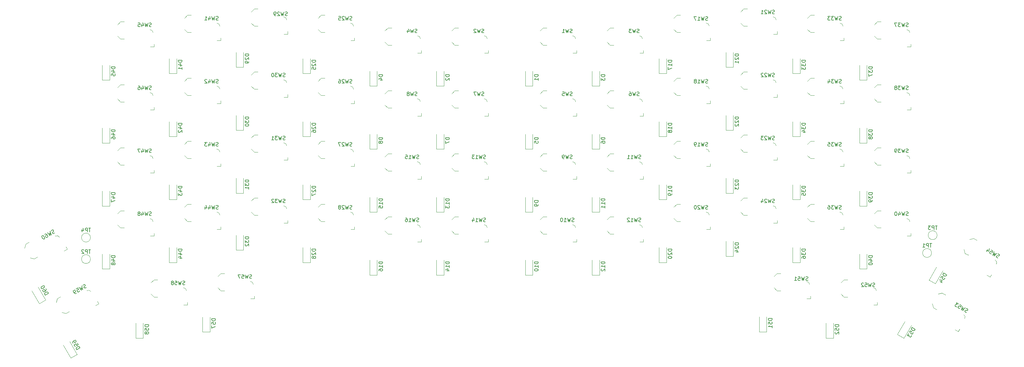
<source format=gbr>
%TF.GenerationSoftware,KiCad,Pcbnew,9.0.6*%
%TF.CreationDate,2025-12-04T21:19:31-05:00*%
%TF.ProjectId,VoyagerSplitKicad,566f7961-6765-4725-9370-6c69744b6963,rev?*%
%TF.SameCoordinates,Original*%
%TF.FileFunction,Legend,Bot*%
%TF.FilePolarity,Positive*%
%FSLAX46Y46*%
G04 Gerber Fmt 4.6, Leading zero omitted, Abs format (unit mm)*
G04 Created by KiCad (PCBNEW 9.0.6) date 2025-12-04 21:19:31*
%MOMM*%
%LPD*%
G01*
G04 APERTURE LIST*
%ADD10C,0.150000*%
%ADD11C,0.120000*%
G04 APERTURE END LIST*
D10*
X156209525Y-127257201D02*
X156066668Y-127304820D01*
X156066668Y-127304820D02*
X155828573Y-127304820D01*
X155828573Y-127304820D02*
X155733335Y-127257201D01*
X155733335Y-127257201D02*
X155685716Y-127209581D01*
X155685716Y-127209581D02*
X155638097Y-127114343D01*
X155638097Y-127114343D02*
X155638097Y-127019105D01*
X155638097Y-127019105D02*
X155685716Y-126923867D01*
X155685716Y-126923867D02*
X155733335Y-126876248D01*
X155733335Y-126876248D02*
X155828573Y-126828629D01*
X155828573Y-126828629D02*
X156019049Y-126781010D01*
X156019049Y-126781010D02*
X156114287Y-126733391D01*
X156114287Y-126733391D02*
X156161906Y-126685772D01*
X156161906Y-126685772D02*
X156209525Y-126590534D01*
X156209525Y-126590534D02*
X156209525Y-126495296D01*
X156209525Y-126495296D02*
X156161906Y-126400058D01*
X156161906Y-126400058D02*
X156114287Y-126352439D01*
X156114287Y-126352439D02*
X156019049Y-126304820D01*
X156019049Y-126304820D02*
X155780954Y-126304820D01*
X155780954Y-126304820D02*
X155638097Y-126352439D01*
X155304763Y-126304820D02*
X155066668Y-127304820D01*
X155066668Y-127304820D02*
X154876192Y-126590534D01*
X154876192Y-126590534D02*
X154685716Y-127304820D01*
X154685716Y-127304820D02*
X154447621Y-126304820D01*
X154114287Y-126400058D02*
X154066668Y-126352439D01*
X154066668Y-126352439D02*
X153971430Y-126304820D01*
X153971430Y-126304820D02*
X153733335Y-126304820D01*
X153733335Y-126304820D02*
X153638097Y-126352439D01*
X153638097Y-126352439D02*
X153590478Y-126400058D01*
X153590478Y-126400058D02*
X153542859Y-126495296D01*
X153542859Y-126495296D02*
X153542859Y-126590534D01*
X153542859Y-126590534D02*
X153590478Y-126733391D01*
X153590478Y-126733391D02*
X154161906Y-127304820D01*
X154161906Y-127304820D02*
X153542859Y-127304820D01*
X153209525Y-126304820D02*
X152542859Y-126304820D01*
X152542859Y-126304820D02*
X152971430Y-127304820D01*
X119455822Y-173885713D02*
X118455822Y-173885713D01*
X118455822Y-173885713D02*
X118455822Y-174123808D01*
X118455822Y-174123808D02*
X118503441Y-174266665D01*
X118503441Y-174266665D02*
X118598679Y-174361903D01*
X118598679Y-174361903D02*
X118693917Y-174409522D01*
X118693917Y-174409522D02*
X118884393Y-174457141D01*
X118884393Y-174457141D02*
X119027250Y-174457141D01*
X119027250Y-174457141D02*
X119217726Y-174409522D01*
X119217726Y-174409522D02*
X119312964Y-174361903D01*
X119312964Y-174361903D02*
X119408203Y-174266665D01*
X119408203Y-174266665D02*
X119455822Y-174123808D01*
X119455822Y-174123808D02*
X119455822Y-173885713D01*
X118455822Y-175361903D02*
X118455822Y-174885713D01*
X118455822Y-174885713D02*
X118932012Y-174838094D01*
X118932012Y-174838094D02*
X118884393Y-174885713D01*
X118884393Y-174885713D02*
X118836774Y-174980951D01*
X118836774Y-174980951D02*
X118836774Y-175219046D01*
X118836774Y-175219046D02*
X118884393Y-175314284D01*
X118884393Y-175314284D02*
X118932012Y-175361903D01*
X118932012Y-175361903D02*
X119027250Y-175409522D01*
X119027250Y-175409522D02*
X119265345Y-175409522D01*
X119265345Y-175409522D02*
X119360583Y-175361903D01*
X119360583Y-175361903D02*
X119408203Y-175314284D01*
X119408203Y-175314284D02*
X119455822Y-175219046D01*
X119455822Y-175219046D02*
X119455822Y-174980951D01*
X119455822Y-174980951D02*
X119408203Y-174885713D01*
X119408203Y-174885713D02*
X119360583Y-174838094D01*
X118455822Y-175742856D02*
X118455822Y-176409522D01*
X118455822Y-176409522D02*
X119455822Y-175980951D01*
X85861904Y-149456819D02*
X85290476Y-149456819D01*
X85576190Y-150456819D02*
X85576190Y-149456819D01*
X84957142Y-150456819D02*
X84957142Y-149456819D01*
X84957142Y-149456819D02*
X84576190Y-149456819D01*
X84576190Y-149456819D02*
X84480952Y-149504438D01*
X84480952Y-149504438D02*
X84433333Y-149552057D01*
X84433333Y-149552057D02*
X84385714Y-149647295D01*
X84385714Y-149647295D02*
X84385714Y-149790152D01*
X84385714Y-149790152D02*
X84433333Y-149885390D01*
X84433333Y-149885390D02*
X84480952Y-149933009D01*
X84480952Y-149933009D02*
X84576190Y-149980628D01*
X84576190Y-149980628D02*
X84957142Y-149980628D01*
X83528571Y-149790152D02*
X83528571Y-150456819D01*
X83766666Y-149409200D02*
X84004761Y-150123485D01*
X84004761Y-150123485D02*
X83385714Y-150123485D01*
X252010523Y-93306700D02*
X251867666Y-93354319D01*
X251867666Y-93354319D02*
X251629571Y-93354319D01*
X251629571Y-93354319D02*
X251534333Y-93306700D01*
X251534333Y-93306700D02*
X251486714Y-93259080D01*
X251486714Y-93259080D02*
X251439095Y-93163842D01*
X251439095Y-93163842D02*
X251439095Y-93068604D01*
X251439095Y-93068604D02*
X251486714Y-92973366D01*
X251486714Y-92973366D02*
X251534333Y-92925747D01*
X251534333Y-92925747D02*
X251629571Y-92878128D01*
X251629571Y-92878128D02*
X251820047Y-92830509D01*
X251820047Y-92830509D02*
X251915285Y-92782890D01*
X251915285Y-92782890D02*
X251962904Y-92735271D01*
X251962904Y-92735271D02*
X252010523Y-92640033D01*
X252010523Y-92640033D02*
X252010523Y-92544795D01*
X252010523Y-92544795D02*
X251962904Y-92449557D01*
X251962904Y-92449557D02*
X251915285Y-92401938D01*
X251915285Y-92401938D02*
X251820047Y-92354319D01*
X251820047Y-92354319D02*
X251581952Y-92354319D01*
X251581952Y-92354319D02*
X251439095Y-92401938D01*
X251105761Y-92354319D02*
X250867666Y-93354319D01*
X250867666Y-93354319D02*
X250677190Y-92640033D01*
X250677190Y-92640033D02*
X250486714Y-93354319D01*
X250486714Y-93354319D02*
X250248619Y-92354319D01*
X249343857Y-93354319D02*
X249915285Y-93354319D01*
X249629571Y-93354319D02*
X249629571Y-92354319D01*
X249629571Y-92354319D02*
X249724809Y-92497176D01*
X249724809Y-92497176D02*
X249820047Y-92592414D01*
X249820047Y-92592414D02*
X249915285Y-92640033D01*
X249010523Y-92354319D02*
X248343857Y-92354319D01*
X248343857Y-92354319D02*
X248772428Y-93354319D01*
X174209525Y-130657201D02*
X174066668Y-130704820D01*
X174066668Y-130704820D02*
X173828573Y-130704820D01*
X173828573Y-130704820D02*
X173733335Y-130657201D01*
X173733335Y-130657201D02*
X173685716Y-130609581D01*
X173685716Y-130609581D02*
X173638097Y-130514343D01*
X173638097Y-130514343D02*
X173638097Y-130419105D01*
X173638097Y-130419105D02*
X173685716Y-130323867D01*
X173685716Y-130323867D02*
X173733335Y-130276248D01*
X173733335Y-130276248D02*
X173828573Y-130228629D01*
X173828573Y-130228629D02*
X174019049Y-130181010D01*
X174019049Y-130181010D02*
X174114287Y-130133391D01*
X174114287Y-130133391D02*
X174161906Y-130085772D01*
X174161906Y-130085772D02*
X174209525Y-129990534D01*
X174209525Y-129990534D02*
X174209525Y-129895296D01*
X174209525Y-129895296D02*
X174161906Y-129800058D01*
X174161906Y-129800058D02*
X174114287Y-129752439D01*
X174114287Y-129752439D02*
X174019049Y-129704820D01*
X174019049Y-129704820D02*
X173780954Y-129704820D01*
X173780954Y-129704820D02*
X173638097Y-129752439D01*
X173304763Y-129704820D02*
X173066668Y-130704820D01*
X173066668Y-130704820D02*
X172876192Y-129990534D01*
X172876192Y-129990534D02*
X172685716Y-130704820D01*
X172685716Y-130704820D02*
X172447621Y-129704820D01*
X171542859Y-130704820D02*
X172114287Y-130704820D01*
X171828573Y-130704820D02*
X171828573Y-129704820D01*
X171828573Y-129704820D02*
X171923811Y-129847677D01*
X171923811Y-129847677D02*
X172019049Y-129942915D01*
X172019049Y-129942915D02*
X172114287Y-129990534D01*
X170638097Y-129704820D02*
X171114287Y-129704820D01*
X171114287Y-129704820D02*
X171161906Y-130181010D01*
X171161906Y-130181010D02*
X171114287Y-130133391D01*
X171114287Y-130133391D02*
X171019049Y-130085772D01*
X171019049Y-130085772D02*
X170780954Y-130085772D01*
X170780954Y-130085772D02*
X170685716Y-130133391D01*
X170685716Y-130133391D02*
X170638097Y-130181010D01*
X170638097Y-130181010D02*
X170590478Y-130276248D01*
X170590478Y-130276248D02*
X170590478Y-130514343D01*
X170590478Y-130514343D02*
X170638097Y-130609581D01*
X170638097Y-130609581D02*
X170685716Y-130657201D01*
X170685716Y-130657201D02*
X170780954Y-130704820D01*
X170780954Y-130704820D02*
X171019049Y-130704820D01*
X171019049Y-130704820D02*
X171114287Y-130657201D01*
X171114287Y-130657201D02*
X171161906Y-130609581D01*
X156209525Y-93257201D02*
X156066668Y-93304820D01*
X156066668Y-93304820D02*
X155828573Y-93304820D01*
X155828573Y-93304820D02*
X155733335Y-93257201D01*
X155733335Y-93257201D02*
X155685716Y-93209581D01*
X155685716Y-93209581D02*
X155638097Y-93114343D01*
X155638097Y-93114343D02*
X155638097Y-93019105D01*
X155638097Y-93019105D02*
X155685716Y-92923867D01*
X155685716Y-92923867D02*
X155733335Y-92876248D01*
X155733335Y-92876248D02*
X155828573Y-92828629D01*
X155828573Y-92828629D02*
X156019049Y-92781010D01*
X156019049Y-92781010D02*
X156114287Y-92733391D01*
X156114287Y-92733391D02*
X156161906Y-92685772D01*
X156161906Y-92685772D02*
X156209525Y-92590534D01*
X156209525Y-92590534D02*
X156209525Y-92495296D01*
X156209525Y-92495296D02*
X156161906Y-92400058D01*
X156161906Y-92400058D02*
X156114287Y-92352439D01*
X156114287Y-92352439D02*
X156019049Y-92304820D01*
X156019049Y-92304820D02*
X155780954Y-92304820D01*
X155780954Y-92304820D02*
X155638097Y-92352439D01*
X155304763Y-92304820D02*
X155066668Y-93304820D01*
X155066668Y-93304820D02*
X154876192Y-92590534D01*
X154876192Y-92590534D02*
X154685716Y-93304820D01*
X154685716Y-93304820D02*
X154447621Y-92304820D01*
X154114287Y-92400058D02*
X154066668Y-92352439D01*
X154066668Y-92352439D02*
X153971430Y-92304820D01*
X153971430Y-92304820D02*
X153733335Y-92304820D01*
X153733335Y-92304820D02*
X153638097Y-92352439D01*
X153638097Y-92352439D02*
X153590478Y-92400058D01*
X153590478Y-92400058D02*
X153542859Y-92495296D01*
X153542859Y-92495296D02*
X153542859Y-92590534D01*
X153542859Y-92590534D02*
X153590478Y-92733391D01*
X153590478Y-92733391D02*
X154161906Y-93304820D01*
X154161906Y-93304820D02*
X153542859Y-93304820D01*
X152638097Y-92304820D02*
X153114287Y-92304820D01*
X153114287Y-92304820D02*
X153161906Y-92781010D01*
X153161906Y-92781010D02*
X153114287Y-92733391D01*
X153114287Y-92733391D02*
X153019049Y-92685772D01*
X153019049Y-92685772D02*
X152780954Y-92685772D01*
X152780954Y-92685772D02*
X152685716Y-92733391D01*
X152685716Y-92733391D02*
X152638097Y-92781010D01*
X152638097Y-92781010D02*
X152590478Y-92876248D01*
X152590478Y-92876248D02*
X152590478Y-93114343D01*
X152590478Y-93114343D02*
X152638097Y-93209581D01*
X152638097Y-93209581D02*
X152685716Y-93257201D01*
X152685716Y-93257201D02*
X152780954Y-93304820D01*
X152780954Y-93304820D02*
X153019049Y-93304820D01*
X153019049Y-93304820D02*
X153114287Y-93257201D01*
X153114287Y-93257201D02*
X153161906Y-93209581D01*
X260355819Y-153435214D02*
X259355819Y-153435214D01*
X259355819Y-153435214D02*
X259355819Y-153673309D01*
X259355819Y-153673309D02*
X259403438Y-153816166D01*
X259403438Y-153816166D02*
X259498676Y-153911404D01*
X259498676Y-153911404D02*
X259593914Y-153959023D01*
X259593914Y-153959023D02*
X259784390Y-154006642D01*
X259784390Y-154006642D02*
X259927247Y-154006642D01*
X259927247Y-154006642D02*
X260117723Y-153959023D01*
X260117723Y-153959023D02*
X260212961Y-153911404D01*
X260212961Y-153911404D02*
X260308200Y-153816166D01*
X260308200Y-153816166D02*
X260355819Y-153673309D01*
X260355819Y-153673309D02*
X260355819Y-153435214D01*
X259451057Y-154387595D02*
X259403438Y-154435214D01*
X259403438Y-154435214D02*
X259355819Y-154530452D01*
X259355819Y-154530452D02*
X259355819Y-154768547D01*
X259355819Y-154768547D02*
X259403438Y-154863785D01*
X259403438Y-154863785D02*
X259451057Y-154911404D01*
X259451057Y-154911404D02*
X259546295Y-154959023D01*
X259546295Y-154959023D02*
X259641533Y-154959023D01*
X259641533Y-154959023D02*
X259784390Y-154911404D01*
X259784390Y-154911404D02*
X260355819Y-154339976D01*
X260355819Y-154339976D02*
X260355819Y-154959023D01*
X259689152Y-155816166D02*
X260355819Y-155816166D01*
X259308200Y-155578071D02*
X260022485Y-155339976D01*
X260022485Y-155339976D02*
X260022485Y-155959023D01*
X110454820Y-104135713D02*
X109454820Y-104135713D01*
X109454820Y-104135713D02*
X109454820Y-104373808D01*
X109454820Y-104373808D02*
X109502439Y-104516665D01*
X109502439Y-104516665D02*
X109597677Y-104611903D01*
X109597677Y-104611903D02*
X109692915Y-104659522D01*
X109692915Y-104659522D02*
X109883391Y-104707141D01*
X109883391Y-104707141D02*
X110026248Y-104707141D01*
X110026248Y-104707141D02*
X110216724Y-104659522D01*
X110216724Y-104659522D02*
X110311962Y-104611903D01*
X110311962Y-104611903D02*
X110407201Y-104516665D01*
X110407201Y-104516665D02*
X110454820Y-104373808D01*
X110454820Y-104373808D02*
X110454820Y-104135713D01*
X109788153Y-105564284D02*
X110454820Y-105564284D01*
X109407201Y-105326189D02*
X110121486Y-105088094D01*
X110121486Y-105088094D02*
X110121486Y-105707141D01*
X110454820Y-106611903D02*
X110454820Y-106040475D01*
X110454820Y-106326189D02*
X109454820Y-106326189D01*
X109454820Y-106326189D02*
X109597677Y-106230951D01*
X109597677Y-106230951D02*
X109692915Y-106135713D01*
X109692915Y-106135713D02*
X109740534Y-106040475D01*
X321694619Y-172198319D02*
X321547092Y-172168130D01*
X321547092Y-172168130D02*
X321340895Y-172049082D01*
X321340895Y-172049082D02*
X321282226Y-171960224D01*
X321282226Y-171960224D02*
X321264796Y-171895175D01*
X321264796Y-171895175D02*
X321271176Y-171788887D01*
X321271176Y-171788887D02*
X321318795Y-171706408D01*
X321318795Y-171706408D02*
X321407653Y-171647739D01*
X321407653Y-171647739D02*
X321472702Y-171630309D01*
X321472702Y-171630309D02*
X321578990Y-171636689D01*
X321578990Y-171636689D02*
X321767757Y-171690688D01*
X321767757Y-171690688D02*
X321874045Y-171697068D01*
X321874045Y-171697068D02*
X321939094Y-171679638D01*
X321939094Y-171679638D02*
X322027952Y-171620969D01*
X322027952Y-171620969D02*
X322075571Y-171538490D01*
X322075571Y-171538490D02*
X322081951Y-171432202D01*
X322081951Y-171432202D02*
X322064521Y-171367153D01*
X322064521Y-171367153D02*
X322005852Y-171278295D01*
X322005852Y-171278295D02*
X321799656Y-171159247D01*
X321799656Y-171159247D02*
X321652128Y-171129058D01*
X321387263Y-170921152D02*
X320681066Y-171668130D01*
X320681066Y-171668130D02*
X320873252Y-170954302D01*
X320873252Y-170954302D02*
X320351152Y-171477653D01*
X320351152Y-171477653D02*
X320644955Y-170492580D01*
X319902648Y-170064009D02*
X320315041Y-170302104D01*
X320315041Y-170302104D02*
X320118185Y-170738307D01*
X320118185Y-170738307D02*
X320100755Y-170673258D01*
X320100755Y-170673258D02*
X320042086Y-170584400D01*
X320042086Y-170584400D02*
X319835890Y-170465352D01*
X319835890Y-170465352D02*
X319729601Y-170458972D01*
X319729601Y-170458972D02*
X319664553Y-170476402D01*
X319664553Y-170476402D02*
X319575694Y-170535071D01*
X319575694Y-170535071D02*
X319456647Y-170741268D01*
X319456647Y-170741268D02*
X319450267Y-170847556D01*
X319450267Y-170847556D02*
X319467697Y-170912605D01*
X319467697Y-170912605D02*
X319526366Y-171001463D01*
X319526366Y-171001463D02*
X319732562Y-171120511D01*
X319732562Y-171120511D02*
X319838850Y-171126890D01*
X319838850Y-171126890D02*
X319903899Y-171109461D01*
X319572733Y-169873533D02*
X319036622Y-169564009D01*
X319036622Y-169564009D02*
X319134821Y-170060590D01*
X319134821Y-170060590D02*
X319011103Y-169989162D01*
X319011103Y-169989162D02*
X318904815Y-169982782D01*
X318904815Y-169982782D02*
X318839766Y-170000212D01*
X318839766Y-170000212D02*
X318750908Y-170058881D01*
X318750908Y-170058881D02*
X318631861Y-170265077D01*
X318631861Y-170265077D02*
X318625481Y-170371365D01*
X318625481Y-170371365D02*
X318642911Y-170436414D01*
X318642911Y-170436414D02*
X318701580Y-170525273D01*
X318701580Y-170525273D02*
X318949015Y-170668130D01*
X318949015Y-170668130D02*
X319055304Y-170674509D01*
X319055304Y-170674509D02*
X319120352Y-170657080D01*
X102209527Y-112007201D02*
X102066670Y-112054820D01*
X102066670Y-112054820D02*
X101828575Y-112054820D01*
X101828575Y-112054820D02*
X101733337Y-112007201D01*
X101733337Y-112007201D02*
X101685718Y-111959581D01*
X101685718Y-111959581D02*
X101638099Y-111864343D01*
X101638099Y-111864343D02*
X101638099Y-111769105D01*
X101638099Y-111769105D02*
X101685718Y-111673867D01*
X101685718Y-111673867D02*
X101733337Y-111626248D01*
X101733337Y-111626248D02*
X101828575Y-111578629D01*
X101828575Y-111578629D02*
X102019051Y-111531010D01*
X102019051Y-111531010D02*
X102114289Y-111483391D01*
X102114289Y-111483391D02*
X102161908Y-111435772D01*
X102161908Y-111435772D02*
X102209527Y-111340534D01*
X102209527Y-111340534D02*
X102209527Y-111245296D01*
X102209527Y-111245296D02*
X102161908Y-111150058D01*
X102161908Y-111150058D02*
X102114289Y-111102439D01*
X102114289Y-111102439D02*
X102019051Y-111054820D01*
X102019051Y-111054820D02*
X101780956Y-111054820D01*
X101780956Y-111054820D02*
X101638099Y-111102439D01*
X101304765Y-111054820D02*
X101066670Y-112054820D01*
X101066670Y-112054820D02*
X100876194Y-111340534D01*
X100876194Y-111340534D02*
X100685718Y-112054820D01*
X100685718Y-112054820D02*
X100447623Y-111054820D01*
X99638099Y-111388153D02*
X99638099Y-112054820D01*
X99876194Y-111007201D02*
X100114289Y-111721486D01*
X100114289Y-111721486D02*
X99495242Y-111721486D01*
X98685718Y-111054820D02*
X98876194Y-111054820D01*
X98876194Y-111054820D02*
X98971432Y-111102439D01*
X98971432Y-111102439D02*
X99019051Y-111150058D01*
X99019051Y-111150058D02*
X99114289Y-111292915D01*
X99114289Y-111292915D02*
X99161908Y-111483391D01*
X99161908Y-111483391D02*
X99161908Y-111864343D01*
X99161908Y-111864343D02*
X99114289Y-111959581D01*
X99114289Y-111959581D02*
X99066670Y-112007201D01*
X99066670Y-112007201D02*
X98971432Y-112054820D01*
X98971432Y-112054820D02*
X98780956Y-112054820D01*
X98780956Y-112054820D02*
X98685718Y-112007201D01*
X98685718Y-112007201D02*
X98638099Y-111959581D01*
X98638099Y-111959581D02*
X98590480Y-111864343D01*
X98590480Y-111864343D02*
X98590480Y-111626248D01*
X98590480Y-111626248D02*
X98638099Y-111531010D01*
X98638099Y-111531010D02*
X98685718Y-111483391D01*
X98685718Y-111483391D02*
X98780956Y-111435772D01*
X98780956Y-111435772D02*
X98971432Y-111435772D01*
X98971432Y-111435772D02*
X99066670Y-111483391D01*
X99066670Y-111483391D02*
X99114289Y-111531010D01*
X99114289Y-111531010D02*
X99161908Y-111626248D01*
X252010523Y-110256700D02*
X251867666Y-110304319D01*
X251867666Y-110304319D02*
X251629571Y-110304319D01*
X251629571Y-110304319D02*
X251534333Y-110256700D01*
X251534333Y-110256700D02*
X251486714Y-110209080D01*
X251486714Y-110209080D02*
X251439095Y-110113842D01*
X251439095Y-110113842D02*
X251439095Y-110018604D01*
X251439095Y-110018604D02*
X251486714Y-109923366D01*
X251486714Y-109923366D02*
X251534333Y-109875747D01*
X251534333Y-109875747D02*
X251629571Y-109828128D01*
X251629571Y-109828128D02*
X251820047Y-109780509D01*
X251820047Y-109780509D02*
X251915285Y-109732890D01*
X251915285Y-109732890D02*
X251962904Y-109685271D01*
X251962904Y-109685271D02*
X252010523Y-109590033D01*
X252010523Y-109590033D02*
X252010523Y-109494795D01*
X252010523Y-109494795D02*
X251962904Y-109399557D01*
X251962904Y-109399557D02*
X251915285Y-109351938D01*
X251915285Y-109351938D02*
X251820047Y-109304319D01*
X251820047Y-109304319D02*
X251581952Y-109304319D01*
X251581952Y-109304319D02*
X251439095Y-109351938D01*
X251105761Y-109304319D02*
X250867666Y-110304319D01*
X250867666Y-110304319D02*
X250677190Y-109590033D01*
X250677190Y-109590033D02*
X250486714Y-110304319D01*
X250486714Y-110304319D02*
X250248619Y-109304319D01*
X249343857Y-110304319D02*
X249915285Y-110304319D01*
X249629571Y-110304319D02*
X249629571Y-109304319D01*
X249629571Y-109304319D02*
X249724809Y-109447176D01*
X249724809Y-109447176D02*
X249820047Y-109542414D01*
X249820047Y-109542414D02*
X249915285Y-109590033D01*
X248772428Y-109732890D02*
X248867666Y-109685271D01*
X248867666Y-109685271D02*
X248915285Y-109637652D01*
X248915285Y-109637652D02*
X248962904Y-109542414D01*
X248962904Y-109542414D02*
X248962904Y-109494795D01*
X248962904Y-109494795D02*
X248915285Y-109399557D01*
X248915285Y-109399557D02*
X248867666Y-109351938D01*
X248867666Y-109351938D02*
X248772428Y-109304319D01*
X248772428Y-109304319D02*
X248581952Y-109304319D01*
X248581952Y-109304319D02*
X248486714Y-109351938D01*
X248486714Y-109351938D02*
X248439095Y-109399557D01*
X248439095Y-109399557D02*
X248391476Y-109494795D01*
X248391476Y-109494795D02*
X248391476Y-109542414D01*
X248391476Y-109542414D02*
X248439095Y-109637652D01*
X248439095Y-109637652D02*
X248486714Y-109685271D01*
X248486714Y-109685271D02*
X248581952Y-109732890D01*
X248581952Y-109732890D02*
X248772428Y-109732890D01*
X248772428Y-109732890D02*
X248867666Y-109780509D01*
X248867666Y-109780509D02*
X248915285Y-109828128D01*
X248915285Y-109828128D02*
X248962904Y-109923366D01*
X248962904Y-109923366D02*
X248962904Y-110113842D01*
X248962904Y-110113842D02*
X248915285Y-110209080D01*
X248915285Y-110209080D02*
X248867666Y-110256700D01*
X248867666Y-110256700D02*
X248772428Y-110304319D01*
X248772428Y-110304319D02*
X248581952Y-110304319D01*
X248581952Y-110304319D02*
X248486714Y-110256700D01*
X248486714Y-110256700D02*
X248439095Y-110209080D01*
X248439095Y-110209080D02*
X248391476Y-110113842D01*
X248391476Y-110113842D02*
X248391476Y-109923366D01*
X248391476Y-109923366D02*
X248439095Y-109828128D01*
X248439095Y-109828128D02*
X248486714Y-109780509D01*
X248486714Y-109780509D02*
X248581952Y-109732890D01*
X242355819Y-155135214D02*
X241355819Y-155135214D01*
X241355819Y-155135214D02*
X241355819Y-155373309D01*
X241355819Y-155373309D02*
X241403438Y-155516166D01*
X241403438Y-155516166D02*
X241498676Y-155611404D01*
X241498676Y-155611404D02*
X241593914Y-155659023D01*
X241593914Y-155659023D02*
X241784390Y-155706642D01*
X241784390Y-155706642D02*
X241927247Y-155706642D01*
X241927247Y-155706642D02*
X242117723Y-155659023D01*
X242117723Y-155659023D02*
X242212961Y-155611404D01*
X242212961Y-155611404D02*
X242308200Y-155516166D01*
X242308200Y-155516166D02*
X242355819Y-155373309D01*
X242355819Y-155373309D02*
X242355819Y-155135214D01*
X241451057Y-156087595D02*
X241403438Y-156135214D01*
X241403438Y-156135214D02*
X241355819Y-156230452D01*
X241355819Y-156230452D02*
X241355819Y-156468547D01*
X241355819Y-156468547D02*
X241403438Y-156563785D01*
X241403438Y-156563785D02*
X241451057Y-156611404D01*
X241451057Y-156611404D02*
X241546295Y-156659023D01*
X241546295Y-156659023D02*
X241641533Y-156659023D01*
X241641533Y-156659023D02*
X241784390Y-156611404D01*
X241784390Y-156611404D02*
X242355819Y-156039976D01*
X242355819Y-156039976D02*
X242355819Y-156659023D01*
X241355819Y-157278071D02*
X241355819Y-157373309D01*
X241355819Y-157373309D02*
X241403438Y-157468547D01*
X241403438Y-157468547D02*
X241451057Y-157516166D01*
X241451057Y-157516166D02*
X241546295Y-157563785D01*
X241546295Y-157563785D02*
X241736771Y-157611404D01*
X241736771Y-157611404D02*
X241974866Y-157611404D01*
X241974866Y-157611404D02*
X242165342Y-157563785D01*
X242165342Y-157563785D02*
X242260580Y-157516166D01*
X242260580Y-157516166D02*
X242308200Y-157468547D01*
X242308200Y-157468547D02*
X242355819Y-157373309D01*
X242355819Y-157373309D02*
X242355819Y-157278071D01*
X242355819Y-157278071D02*
X242308200Y-157182833D01*
X242308200Y-157182833D02*
X242260580Y-157135214D01*
X242260580Y-157135214D02*
X242165342Y-157087595D01*
X242165342Y-157087595D02*
X241974866Y-157039976D01*
X241974866Y-157039976D02*
X241736771Y-157039976D01*
X241736771Y-157039976D02*
X241546295Y-157087595D01*
X241546295Y-157087595D02*
X241451057Y-157135214D01*
X241451057Y-157135214D02*
X241403438Y-157182833D01*
X241403438Y-157182833D02*
X241355819Y-157278071D01*
X306010523Y-146006700D02*
X305867666Y-146054319D01*
X305867666Y-146054319D02*
X305629571Y-146054319D01*
X305629571Y-146054319D02*
X305534333Y-146006700D01*
X305534333Y-146006700D02*
X305486714Y-145959080D01*
X305486714Y-145959080D02*
X305439095Y-145863842D01*
X305439095Y-145863842D02*
X305439095Y-145768604D01*
X305439095Y-145768604D02*
X305486714Y-145673366D01*
X305486714Y-145673366D02*
X305534333Y-145625747D01*
X305534333Y-145625747D02*
X305629571Y-145578128D01*
X305629571Y-145578128D02*
X305820047Y-145530509D01*
X305820047Y-145530509D02*
X305915285Y-145482890D01*
X305915285Y-145482890D02*
X305962904Y-145435271D01*
X305962904Y-145435271D02*
X306010523Y-145340033D01*
X306010523Y-145340033D02*
X306010523Y-145244795D01*
X306010523Y-145244795D02*
X305962904Y-145149557D01*
X305962904Y-145149557D02*
X305915285Y-145101938D01*
X305915285Y-145101938D02*
X305820047Y-145054319D01*
X305820047Y-145054319D02*
X305581952Y-145054319D01*
X305581952Y-145054319D02*
X305439095Y-145101938D01*
X305105761Y-145054319D02*
X304867666Y-146054319D01*
X304867666Y-146054319D02*
X304677190Y-145340033D01*
X304677190Y-145340033D02*
X304486714Y-146054319D01*
X304486714Y-146054319D02*
X304248619Y-145054319D01*
X303439095Y-145387652D02*
X303439095Y-146054319D01*
X303677190Y-145006700D02*
X303915285Y-145720985D01*
X303915285Y-145720985D02*
X303296238Y-145720985D01*
X302724809Y-145054319D02*
X302629571Y-145054319D01*
X302629571Y-145054319D02*
X302534333Y-145101938D01*
X302534333Y-145101938D02*
X302486714Y-145149557D01*
X302486714Y-145149557D02*
X302439095Y-145244795D01*
X302439095Y-145244795D02*
X302391476Y-145435271D01*
X302391476Y-145435271D02*
X302391476Y-145673366D01*
X302391476Y-145673366D02*
X302439095Y-145863842D01*
X302439095Y-145863842D02*
X302486714Y-145959080D01*
X302486714Y-145959080D02*
X302534333Y-146006700D01*
X302534333Y-146006700D02*
X302629571Y-146054319D01*
X302629571Y-146054319D02*
X302724809Y-146054319D01*
X302724809Y-146054319D02*
X302820047Y-146006700D01*
X302820047Y-146006700D02*
X302867666Y-145959080D01*
X302867666Y-145959080D02*
X302915285Y-145863842D01*
X302915285Y-145863842D02*
X302962904Y-145673366D01*
X302962904Y-145673366D02*
X302962904Y-145435271D01*
X302962904Y-145435271D02*
X302915285Y-145244795D01*
X302915285Y-145244795D02*
X302867666Y-145149557D01*
X302867666Y-145149557D02*
X302820047Y-145101938D01*
X302820047Y-145101938D02*
X302724809Y-145054319D01*
X296355819Y-105885214D02*
X295355819Y-105885214D01*
X295355819Y-105885214D02*
X295355819Y-106123309D01*
X295355819Y-106123309D02*
X295403438Y-106266166D01*
X295403438Y-106266166D02*
X295498676Y-106361404D01*
X295498676Y-106361404D02*
X295593914Y-106409023D01*
X295593914Y-106409023D02*
X295784390Y-106456642D01*
X295784390Y-106456642D02*
X295927247Y-106456642D01*
X295927247Y-106456642D02*
X296117723Y-106409023D01*
X296117723Y-106409023D02*
X296212961Y-106361404D01*
X296212961Y-106361404D02*
X296308200Y-106266166D01*
X296308200Y-106266166D02*
X296355819Y-106123309D01*
X296355819Y-106123309D02*
X296355819Y-105885214D01*
X295355819Y-106789976D02*
X295355819Y-107409023D01*
X295355819Y-107409023D02*
X295736771Y-107075690D01*
X295736771Y-107075690D02*
X295736771Y-107218547D01*
X295736771Y-107218547D02*
X295784390Y-107313785D01*
X295784390Y-107313785D02*
X295832009Y-107361404D01*
X295832009Y-107361404D02*
X295927247Y-107409023D01*
X295927247Y-107409023D02*
X296165342Y-107409023D01*
X296165342Y-107409023D02*
X296260580Y-107361404D01*
X296260580Y-107361404D02*
X296308200Y-107313785D01*
X296308200Y-107313785D02*
X296355819Y-107218547D01*
X296355819Y-107218547D02*
X296355819Y-106932833D01*
X296355819Y-106932833D02*
X296308200Y-106837595D01*
X296308200Y-106837595D02*
X296260580Y-106789976D01*
X295355819Y-107742357D02*
X295355819Y-108409023D01*
X295355819Y-108409023D02*
X296355819Y-107980452D01*
X296355819Y-139885214D02*
X295355819Y-139885214D01*
X295355819Y-139885214D02*
X295355819Y-140123309D01*
X295355819Y-140123309D02*
X295403438Y-140266166D01*
X295403438Y-140266166D02*
X295498676Y-140361404D01*
X295498676Y-140361404D02*
X295593914Y-140409023D01*
X295593914Y-140409023D02*
X295784390Y-140456642D01*
X295784390Y-140456642D02*
X295927247Y-140456642D01*
X295927247Y-140456642D02*
X296117723Y-140409023D01*
X296117723Y-140409023D02*
X296212961Y-140361404D01*
X296212961Y-140361404D02*
X296308200Y-140266166D01*
X296308200Y-140266166D02*
X296355819Y-140123309D01*
X296355819Y-140123309D02*
X296355819Y-139885214D01*
X295355819Y-140789976D02*
X295355819Y-141409023D01*
X295355819Y-141409023D02*
X295736771Y-141075690D01*
X295736771Y-141075690D02*
X295736771Y-141218547D01*
X295736771Y-141218547D02*
X295784390Y-141313785D01*
X295784390Y-141313785D02*
X295832009Y-141361404D01*
X295832009Y-141361404D02*
X295927247Y-141409023D01*
X295927247Y-141409023D02*
X296165342Y-141409023D01*
X296165342Y-141409023D02*
X296260580Y-141361404D01*
X296260580Y-141361404D02*
X296308200Y-141313785D01*
X296308200Y-141313785D02*
X296355819Y-141218547D01*
X296355819Y-141218547D02*
X296355819Y-140932833D01*
X296355819Y-140932833D02*
X296308200Y-140837595D01*
X296308200Y-140837595D02*
X296260580Y-140789976D01*
X296355819Y-141885214D02*
X296355819Y-142075690D01*
X296355819Y-142075690D02*
X296308200Y-142170928D01*
X296308200Y-142170928D02*
X296260580Y-142218547D01*
X296260580Y-142218547D02*
X296117723Y-142313785D01*
X296117723Y-142313785D02*
X295927247Y-142361404D01*
X295927247Y-142361404D02*
X295546295Y-142361404D01*
X295546295Y-142361404D02*
X295451057Y-142313785D01*
X295451057Y-142313785D02*
X295403438Y-142266166D01*
X295403438Y-142266166D02*
X295355819Y-142170928D01*
X295355819Y-142170928D02*
X295355819Y-141980452D01*
X295355819Y-141980452D02*
X295403438Y-141885214D01*
X295403438Y-141885214D02*
X295451057Y-141837595D01*
X295451057Y-141837595D02*
X295546295Y-141789976D01*
X295546295Y-141789976D02*
X295784390Y-141789976D01*
X295784390Y-141789976D02*
X295879628Y-141837595D01*
X295879628Y-141837595D02*
X295927247Y-141885214D01*
X295927247Y-141885214D02*
X295974866Y-141980452D01*
X295974866Y-141980452D02*
X295974866Y-142170928D01*
X295974866Y-142170928D02*
X295927247Y-142266166D01*
X295927247Y-142266166D02*
X295879628Y-142313785D01*
X295879628Y-142313785D02*
X295784390Y-142361404D01*
X120209525Y-144257201D02*
X120066668Y-144304820D01*
X120066668Y-144304820D02*
X119828573Y-144304820D01*
X119828573Y-144304820D02*
X119733335Y-144257201D01*
X119733335Y-144257201D02*
X119685716Y-144209581D01*
X119685716Y-144209581D02*
X119638097Y-144114343D01*
X119638097Y-144114343D02*
X119638097Y-144019105D01*
X119638097Y-144019105D02*
X119685716Y-143923867D01*
X119685716Y-143923867D02*
X119733335Y-143876248D01*
X119733335Y-143876248D02*
X119828573Y-143828629D01*
X119828573Y-143828629D02*
X120019049Y-143781010D01*
X120019049Y-143781010D02*
X120114287Y-143733391D01*
X120114287Y-143733391D02*
X120161906Y-143685772D01*
X120161906Y-143685772D02*
X120209525Y-143590534D01*
X120209525Y-143590534D02*
X120209525Y-143495296D01*
X120209525Y-143495296D02*
X120161906Y-143400058D01*
X120161906Y-143400058D02*
X120114287Y-143352439D01*
X120114287Y-143352439D02*
X120019049Y-143304820D01*
X120019049Y-143304820D02*
X119780954Y-143304820D01*
X119780954Y-143304820D02*
X119638097Y-143352439D01*
X119304763Y-143304820D02*
X119066668Y-144304820D01*
X119066668Y-144304820D02*
X118876192Y-143590534D01*
X118876192Y-143590534D02*
X118685716Y-144304820D01*
X118685716Y-144304820D02*
X118447621Y-143304820D01*
X117638097Y-143638153D02*
X117638097Y-144304820D01*
X117876192Y-143257201D02*
X118114287Y-143971486D01*
X118114287Y-143971486D02*
X117495240Y-143971486D01*
X116685716Y-143638153D02*
X116685716Y-144304820D01*
X116923811Y-143257201D02*
X117161906Y-143971486D01*
X117161906Y-143971486D02*
X116542859Y-143971486D01*
X306010523Y-112006700D02*
X305867666Y-112054319D01*
X305867666Y-112054319D02*
X305629571Y-112054319D01*
X305629571Y-112054319D02*
X305534333Y-112006700D01*
X305534333Y-112006700D02*
X305486714Y-111959080D01*
X305486714Y-111959080D02*
X305439095Y-111863842D01*
X305439095Y-111863842D02*
X305439095Y-111768604D01*
X305439095Y-111768604D02*
X305486714Y-111673366D01*
X305486714Y-111673366D02*
X305534333Y-111625747D01*
X305534333Y-111625747D02*
X305629571Y-111578128D01*
X305629571Y-111578128D02*
X305820047Y-111530509D01*
X305820047Y-111530509D02*
X305915285Y-111482890D01*
X305915285Y-111482890D02*
X305962904Y-111435271D01*
X305962904Y-111435271D02*
X306010523Y-111340033D01*
X306010523Y-111340033D02*
X306010523Y-111244795D01*
X306010523Y-111244795D02*
X305962904Y-111149557D01*
X305962904Y-111149557D02*
X305915285Y-111101938D01*
X305915285Y-111101938D02*
X305820047Y-111054319D01*
X305820047Y-111054319D02*
X305581952Y-111054319D01*
X305581952Y-111054319D02*
X305439095Y-111101938D01*
X305105761Y-111054319D02*
X304867666Y-112054319D01*
X304867666Y-112054319D02*
X304677190Y-111340033D01*
X304677190Y-111340033D02*
X304486714Y-112054319D01*
X304486714Y-112054319D02*
X304248619Y-111054319D01*
X303962904Y-111054319D02*
X303343857Y-111054319D01*
X303343857Y-111054319D02*
X303677190Y-111435271D01*
X303677190Y-111435271D02*
X303534333Y-111435271D01*
X303534333Y-111435271D02*
X303439095Y-111482890D01*
X303439095Y-111482890D02*
X303391476Y-111530509D01*
X303391476Y-111530509D02*
X303343857Y-111625747D01*
X303343857Y-111625747D02*
X303343857Y-111863842D01*
X303343857Y-111863842D02*
X303391476Y-111959080D01*
X303391476Y-111959080D02*
X303439095Y-112006700D01*
X303439095Y-112006700D02*
X303534333Y-112054319D01*
X303534333Y-112054319D02*
X303820047Y-112054319D01*
X303820047Y-112054319D02*
X303915285Y-112006700D01*
X303915285Y-112006700D02*
X303962904Y-111959080D01*
X302772428Y-111482890D02*
X302867666Y-111435271D01*
X302867666Y-111435271D02*
X302915285Y-111387652D01*
X302915285Y-111387652D02*
X302962904Y-111292414D01*
X302962904Y-111292414D02*
X302962904Y-111244795D01*
X302962904Y-111244795D02*
X302915285Y-111149557D01*
X302915285Y-111149557D02*
X302867666Y-111101938D01*
X302867666Y-111101938D02*
X302772428Y-111054319D01*
X302772428Y-111054319D02*
X302581952Y-111054319D01*
X302581952Y-111054319D02*
X302486714Y-111101938D01*
X302486714Y-111101938D02*
X302439095Y-111149557D01*
X302439095Y-111149557D02*
X302391476Y-111244795D01*
X302391476Y-111244795D02*
X302391476Y-111292414D01*
X302391476Y-111292414D02*
X302439095Y-111387652D01*
X302439095Y-111387652D02*
X302486714Y-111435271D01*
X302486714Y-111435271D02*
X302581952Y-111482890D01*
X302581952Y-111482890D02*
X302772428Y-111482890D01*
X302772428Y-111482890D02*
X302867666Y-111530509D01*
X302867666Y-111530509D02*
X302915285Y-111578128D01*
X302915285Y-111578128D02*
X302962904Y-111673366D01*
X302962904Y-111673366D02*
X302962904Y-111863842D01*
X302962904Y-111863842D02*
X302915285Y-111959080D01*
X302915285Y-111959080D02*
X302867666Y-112006700D01*
X302867666Y-112006700D02*
X302772428Y-112054319D01*
X302772428Y-112054319D02*
X302581952Y-112054319D01*
X302581952Y-112054319D02*
X302486714Y-112006700D01*
X302486714Y-112006700D02*
X302439095Y-111959080D01*
X302439095Y-111959080D02*
X302391476Y-111863842D01*
X302391476Y-111863842D02*
X302391476Y-111673366D01*
X302391476Y-111673366D02*
X302439095Y-111578128D01*
X302439095Y-111578128D02*
X302486714Y-111530509D01*
X302486714Y-111530509D02*
X302581952Y-111482890D01*
X164454820Y-158535713D02*
X163454820Y-158535713D01*
X163454820Y-158535713D02*
X163454820Y-158773808D01*
X163454820Y-158773808D02*
X163502439Y-158916665D01*
X163502439Y-158916665D02*
X163597677Y-159011903D01*
X163597677Y-159011903D02*
X163692915Y-159059522D01*
X163692915Y-159059522D02*
X163883391Y-159107141D01*
X163883391Y-159107141D02*
X164026248Y-159107141D01*
X164026248Y-159107141D02*
X164216724Y-159059522D01*
X164216724Y-159059522D02*
X164311962Y-159011903D01*
X164311962Y-159011903D02*
X164407201Y-158916665D01*
X164407201Y-158916665D02*
X164454820Y-158773808D01*
X164454820Y-158773808D02*
X164454820Y-158535713D01*
X164454820Y-160059522D02*
X164454820Y-159488094D01*
X164454820Y-159773808D02*
X163454820Y-159773808D01*
X163454820Y-159773808D02*
X163597677Y-159678570D01*
X163597677Y-159678570D02*
X163692915Y-159583332D01*
X163692915Y-159583332D02*
X163740534Y-159488094D01*
X163454820Y-160916665D02*
X163454820Y-160726189D01*
X163454820Y-160726189D02*
X163502439Y-160630951D01*
X163502439Y-160630951D02*
X163550058Y-160583332D01*
X163550058Y-160583332D02*
X163692915Y-160488094D01*
X163692915Y-160488094D02*
X163883391Y-160440475D01*
X163883391Y-160440475D02*
X164264343Y-160440475D01*
X164264343Y-160440475D02*
X164359581Y-160488094D01*
X164359581Y-160488094D02*
X164407201Y-160535713D01*
X164407201Y-160535713D02*
X164454820Y-160630951D01*
X164454820Y-160630951D02*
X164454820Y-160821427D01*
X164454820Y-160821427D02*
X164407201Y-160916665D01*
X164407201Y-160916665D02*
X164359581Y-160964284D01*
X164359581Y-160964284D02*
X164264343Y-161011903D01*
X164264343Y-161011903D02*
X164026248Y-161011903D01*
X164026248Y-161011903D02*
X163931010Y-160964284D01*
X163931010Y-160964284D02*
X163883391Y-160916665D01*
X163883391Y-160916665D02*
X163835772Y-160821427D01*
X163835772Y-160821427D02*
X163835772Y-160630951D01*
X163835772Y-160630951D02*
X163883391Y-160535713D01*
X163883391Y-160535713D02*
X163931010Y-160488094D01*
X163931010Y-160488094D02*
X164026248Y-160440475D01*
X110454820Y-155135713D02*
X109454820Y-155135713D01*
X109454820Y-155135713D02*
X109454820Y-155373808D01*
X109454820Y-155373808D02*
X109502439Y-155516665D01*
X109502439Y-155516665D02*
X109597677Y-155611903D01*
X109597677Y-155611903D02*
X109692915Y-155659522D01*
X109692915Y-155659522D02*
X109883391Y-155707141D01*
X109883391Y-155707141D02*
X110026248Y-155707141D01*
X110026248Y-155707141D02*
X110216724Y-155659522D01*
X110216724Y-155659522D02*
X110311962Y-155611903D01*
X110311962Y-155611903D02*
X110407201Y-155516665D01*
X110407201Y-155516665D02*
X110454820Y-155373808D01*
X110454820Y-155373808D02*
X110454820Y-155135713D01*
X109788153Y-156564284D02*
X110454820Y-156564284D01*
X109407201Y-156326189D02*
X110121486Y-156088094D01*
X110121486Y-156088094D02*
X110121486Y-156707141D01*
X109788153Y-157516665D02*
X110454820Y-157516665D01*
X109407201Y-157278570D02*
X110121486Y-157040475D01*
X110121486Y-157040475D02*
X110121486Y-157659522D01*
X76199822Y-150665862D02*
X76099914Y-150778530D01*
X76099914Y-150778530D02*
X75893717Y-150897578D01*
X75893717Y-150897578D02*
X75787429Y-150903957D01*
X75787429Y-150903957D02*
X75722380Y-150886528D01*
X75722380Y-150886528D02*
X75633522Y-150827859D01*
X75633522Y-150827859D02*
X75585903Y-150745380D01*
X75585903Y-150745380D02*
X75579523Y-150639092D01*
X75579523Y-150639092D02*
X75596953Y-150574043D01*
X75596953Y-150574043D02*
X75655622Y-150485185D01*
X75655622Y-150485185D02*
X75796770Y-150348707D01*
X75796770Y-150348707D02*
X75855439Y-150259849D01*
X75855439Y-150259849D02*
X75872868Y-150194800D01*
X75872868Y-150194800D02*
X75866489Y-150088512D01*
X75866489Y-150088512D02*
X75818870Y-150006033D01*
X75818870Y-150006033D02*
X75730011Y-149947364D01*
X75730011Y-149947364D02*
X75664963Y-149929934D01*
X75664963Y-149929934D02*
X75558674Y-149936314D01*
X75558674Y-149936314D02*
X75352478Y-150055362D01*
X75352478Y-150055362D02*
X75252569Y-150168030D01*
X74940085Y-150293457D02*
X75233888Y-151278530D01*
X75233888Y-151278530D02*
X74711788Y-150755179D01*
X74711788Y-150755179D02*
X74903974Y-151469006D01*
X74903974Y-151469006D02*
X74197777Y-150722028D01*
X73496709Y-151126790D02*
X73661666Y-151031552D01*
X73661666Y-151031552D02*
X73767955Y-151025172D01*
X73767955Y-151025172D02*
X73833003Y-151042602D01*
X73833003Y-151042602D02*
X73986911Y-151118701D01*
X73986911Y-151118701D02*
X74123388Y-151259849D01*
X74123388Y-151259849D02*
X74313864Y-151589763D01*
X74313864Y-151589763D02*
X74320244Y-151696051D01*
X74320244Y-151696051D02*
X74302814Y-151761100D01*
X74302814Y-151761100D02*
X74244145Y-151849959D01*
X74244145Y-151849959D02*
X74079188Y-151945197D01*
X74079188Y-151945197D02*
X73972900Y-151951576D01*
X73972900Y-151951576D02*
X73907851Y-151934147D01*
X73907851Y-151934147D02*
X73818993Y-151875478D01*
X73818993Y-151875478D02*
X73699945Y-151669281D01*
X73699945Y-151669281D02*
X73693565Y-151562993D01*
X73693565Y-151562993D02*
X73710995Y-151497944D01*
X73710995Y-151497944D02*
X73769664Y-151409086D01*
X73769664Y-151409086D02*
X73934621Y-151313848D01*
X73934621Y-151313848D02*
X74040909Y-151307468D01*
X74040909Y-151307468D02*
X74105958Y-151324898D01*
X74105958Y-151324898D02*
X74194817Y-151383567D01*
X72878120Y-151483933D02*
X72795641Y-151531552D01*
X72795641Y-151531552D02*
X72736972Y-151620411D01*
X72736972Y-151620411D02*
X72719542Y-151685459D01*
X72719542Y-151685459D02*
X72725922Y-151791748D01*
X72725922Y-151791748D02*
X72779921Y-151980514D01*
X72779921Y-151980514D02*
X72898968Y-152186711D01*
X72898968Y-152186711D02*
X73035446Y-152327858D01*
X73035446Y-152327858D02*
X73124304Y-152386528D01*
X73124304Y-152386528D02*
X73189353Y-152403957D01*
X73189353Y-152403957D02*
X73295641Y-152397578D01*
X73295641Y-152397578D02*
X73378120Y-152349959D01*
X73378120Y-152349959D02*
X73436789Y-152261100D01*
X73436789Y-152261100D02*
X73454218Y-152196051D01*
X73454218Y-152196051D02*
X73447839Y-152089763D01*
X73447839Y-152089763D02*
X73393840Y-151900997D01*
X73393840Y-151900997D02*
X73274792Y-151694800D01*
X73274792Y-151694800D02*
X73138315Y-151553652D01*
X73138315Y-151553652D02*
X73049457Y-151494983D01*
X73049457Y-151494983D02*
X72984408Y-151477553D01*
X72984408Y-151477553D02*
X72878120Y-151483933D01*
X260355819Y-102435214D02*
X259355819Y-102435214D01*
X259355819Y-102435214D02*
X259355819Y-102673309D01*
X259355819Y-102673309D02*
X259403438Y-102816166D01*
X259403438Y-102816166D02*
X259498676Y-102911404D01*
X259498676Y-102911404D02*
X259593914Y-102959023D01*
X259593914Y-102959023D02*
X259784390Y-103006642D01*
X259784390Y-103006642D02*
X259927247Y-103006642D01*
X259927247Y-103006642D02*
X260117723Y-102959023D01*
X260117723Y-102959023D02*
X260212961Y-102911404D01*
X260212961Y-102911404D02*
X260308200Y-102816166D01*
X260308200Y-102816166D02*
X260355819Y-102673309D01*
X260355819Y-102673309D02*
X260355819Y-102435214D01*
X259451057Y-103387595D02*
X259403438Y-103435214D01*
X259403438Y-103435214D02*
X259355819Y-103530452D01*
X259355819Y-103530452D02*
X259355819Y-103768547D01*
X259355819Y-103768547D02*
X259403438Y-103863785D01*
X259403438Y-103863785D02*
X259451057Y-103911404D01*
X259451057Y-103911404D02*
X259546295Y-103959023D01*
X259546295Y-103959023D02*
X259641533Y-103959023D01*
X259641533Y-103959023D02*
X259784390Y-103911404D01*
X259784390Y-103911404D02*
X260355819Y-103339976D01*
X260355819Y-103339976D02*
X260355819Y-103959023D01*
X260355819Y-104911404D02*
X260355819Y-104339976D01*
X260355819Y-104625690D02*
X259355819Y-104625690D01*
X259355819Y-104625690D02*
X259498676Y-104530452D01*
X259498676Y-104530452D02*
X259593914Y-104435214D01*
X259593914Y-104435214D02*
X259641533Y-104339976D01*
X111210525Y-164657201D02*
X111067668Y-164704820D01*
X111067668Y-164704820D02*
X110829573Y-164704820D01*
X110829573Y-164704820D02*
X110734335Y-164657201D01*
X110734335Y-164657201D02*
X110686716Y-164609581D01*
X110686716Y-164609581D02*
X110639097Y-164514343D01*
X110639097Y-164514343D02*
X110639097Y-164419105D01*
X110639097Y-164419105D02*
X110686716Y-164323867D01*
X110686716Y-164323867D02*
X110734335Y-164276248D01*
X110734335Y-164276248D02*
X110829573Y-164228629D01*
X110829573Y-164228629D02*
X111020049Y-164181010D01*
X111020049Y-164181010D02*
X111115287Y-164133391D01*
X111115287Y-164133391D02*
X111162906Y-164085772D01*
X111162906Y-164085772D02*
X111210525Y-163990534D01*
X111210525Y-163990534D02*
X111210525Y-163895296D01*
X111210525Y-163895296D02*
X111162906Y-163800058D01*
X111162906Y-163800058D02*
X111115287Y-163752439D01*
X111115287Y-163752439D02*
X111020049Y-163704820D01*
X111020049Y-163704820D02*
X110781954Y-163704820D01*
X110781954Y-163704820D02*
X110639097Y-163752439D01*
X110305763Y-163704820D02*
X110067668Y-164704820D01*
X110067668Y-164704820D02*
X109877192Y-163990534D01*
X109877192Y-163990534D02*
X109686716Y-164704820D01*
X109686716Y-164704820D02*
X109448621Y-163704820D01*
X108591478Y-163704820D02*
X109067668Y-163704820D01*
X109067668Y-163704820D02*
X109115287Y-164181010D01*
X109115287Y-164181010D02*
X109067668Y-164133391D01*
X109067668Y-164133391D02*
X108972430Y-164085772D01*
X108972430Y-164085772D02*
X108734335Y-164085772D01*
X108734335Y-164085772D02*
X108639097Y-164133391D01*
X108639097Y-164133391D02*
X108591478Y-164181010D01*
X108591478Y-164181010D02*
X108543859Y-164276248D01*
X108543859Y-164276248D02*
X108543859Y-164514343D01*
X108543859Y-164514343D02*
X108591478Y-164609581D01*
X108591478Y-164609581D02*
X108639097Y-164657201D01*
X108639097Y-164657201D02*
X108734335Y-164704820D01*
X108734335Y-164704820D02*
X108972430Y-164704820D01*
X108972430Y-164704820D02*
X109067668Y-164657201D01*
X109067668Y-164657201D02*
X109115287Y-164609581D01*
X107972430Y-164133391D02*
X108067668Y-164085772D01*
X108067668Y-164085772D02*
X108115287Y-164038153D01*
X108115287Y-164038153D02*
X108162906Y-163942915D01*
X108162906Y-163942915D02*
X108162906Y-163895296D01*
X108162906Y-163895296D02*
X108115287Y-163800058D01*
X108115287Y-163800058D02*
X108067668Y-163752439D01*
X108067668Y-163752439D02*
X107972430Y-163704820D01*
X107972430Y-163704820D02*
X107781954Y-163704820D01*
X107781954Y-163704820D02*
X107686716Y-163752439D01*
X107686716Y-163752439D02*
X107639097Y-163800058D01*
X107639097Y-163800058D02*
X107591478Y-163895296D01*
X107591478Y-163895296D02*
X107591478Y-163942915D01*
X107591478Y-163942915D02*
X107639097Y-164038153D01*
X107639097Y-164038153D02*
X107686716Y-164085772D01*
X107686716Y-164085772D02*
X107781954Y-164133391D01*
X107781954Y-164133391D02*
X107972430Y-164133391D01*
X107972430Y-164133391D02*
X108067668Y-164181010D01*
X108067668Y-164181010D02*
X108115287Y-164228629D01*
X108115287Y-164228629D02*
X108162906Y-164323867D01*
X108162906Y-164323867D02*
X108162906Y-164514343D01*
X108162906Y-164514343D02*
X108115287Y-164609581D01*
X108115287Y-164609581D02*
X108067668Y-164657201D01*
X108067668Y-164657201D02*
X107972430Y-164704820D01*
X107972430Y-164704820D02*
X107781954Y-164704820D01*
X107781954Y-164704820D02*
X107686716Y-164657201D01*
X107686716Y-164657201D02*
X107639097Y-164609581D01*
X107639097Y-164609581D02*
X107591478Y-164514343D01*
X107591478Y-164514343D02*
X107591478Y-164323867D01*
X107591478Y-164323867D02*
X107639097Y-164228629D01*
X107639097Y-164228629D02*
X107686716Y-164181010D01*
X107686716Y-164181010D02*
X107781954Y-164133391D01*
X234010523Y-130656700D02*
X233867666Y-130704319D01*
X233867666Y-130704319D02*
X233629571Y-130704319D01*
X233629571Y-130704319D02*
X233534333Y-130656700D01*
X233534333Y-130656700D02*
X233486714Y-130609080D01*
X233486714Y-130609080D02*
X233439095Y-130513842D01*
X233439095Y-130513842D02*
X233439095Y-130418604D01*
X233439095Y-130418604D02*
X233486714Y-130323366D01*
X233486714Y-130323366D02*
X233534333Y-130275747D01*
X233534333Y-130275747D02*
X233629571Y-130228128D01*
X233629571Y-130228128D02*
X233820047Y-130180509D01*
X233820047Y-130180509D02*
X233915285Y-130132890D01*
X233915285Y-130132890D02*
X233962904Y-130085271D01*
X233962904Y-130085271D02*
X234010523Y-129990033D01*
X234010523Y-129990033D02*
X234010523Y-129894795D01*
X234010523Y-129894795D02*
X233962904Y-129799557D01*
X233962904Y-129799557D02*
X233915285Y-129751938D01*
X233915285Y-129751938D02*
X233820047Y-129704319D01*
X233820047Y-129704319D02*
X233581952Y-129704319D01*
X233581952Y-129704319D02*
X233439095Y-129751938D01*
X233105761Y-129704319D02*
X232867666Y-130704319D01*
X232867666Y-130704319D02*
X232677190Y-129990033D01*
X232677190Y-129990033D02*
X232486714Y-130704319D01*
X232486714Y-130704319D02*
X232248619Y-129704319D01*
X231343857Y-130704319D02*
X231915285Y-130704319D01*
X231629571Y-130704319D02*
X231629571Y-129704319D01*
X231629571Y-129704319D02*
X231724809Y-129847176D01*
X231724809Y-129847176D02*
X231820047Y-129942414D01*
X231820047Y-129942414D02*
X231915285Y-129990033D01*
X230391476Y-130704319D02*
X230962904Y-130704319D01*
X230677190Y-130704319D02*
X230677190Y-129704319D01*
X230677190Y-129704319D02*
X230772428Y-129847176D01*
X230772428Y-129847176D02*
X230867666Y-129942414D01*
X230867666Y-129942414D02*
X230962904Y-129990033D01*
X164454820Y-108011904D02*
X163454820Y-108011904D01*
X163454820Y-108011904D02*
X163454820Y-108249999D01*
X163454820Y-108249999D02*
X163502439Y-108392856D01*
X163502439Y-108392856D02*
X163597677Y-108488094D01*
X163597677Y-108488094D02*
X163692915Y-108535713D01*
X163692915Y-108535713D02*
X163883391Y-108583332D01*
X163883391Y-108583332D02*
X164026248Y-108583332D01*
X164026248Y-108583332D02*
X164216724Y-108535713D01*
X164216724Y-108535713D02*
X164311962Y-108488094D01*
X164311962Y-108488094D02*
X164407201Y-108392856D01*
X164407201Y-108392856D02*
X164454820Y-108249999D01*
X164454820Y-108249999D02*
X164454820Y-108011904D01*
X163788153Y-109440475D02*
X164454820Y-109440475D01*
X163407201Y-109202380D02*
X164121486Y-108964285D01*
X164121486Y-108964285D02*
X164121486Y-109583332D01*
X182454820Y-158535713D02*
X181454820Y-158535713D01*
X181454820Y-158535713D02*
X181454820Y-158773808D01*
X181454820Y-158773808D02*
X181502439Y-158916665D01*
X181502439Y-158916665D02*
X181597677Y-159011903D01*
X181597677Y-159011903D02*
X181692915Y-159059522D01*
X181692915Y-159059522D02*
X181883391Y-159107141D01*
X181883391Y-159107141D02*
X182026248Y-159107141D01*
X182026248Y-159107141D02*
X182216724Y-159059522D01*
X182216724Y-159059522D02*
X182311962Y-159011903D01*
X182311962Y-159011903D02*
X182407201Y-158916665D01*
X182407201Y-158916665D02*
X182454820Y-158773808D01*
X182454820Y-158773808D02*
X182454820Y-158535713D01*
X182454820Y-160059522D02*
X182454820Y-159488094D01*
X182454820Y-159773808D02*
X181454820Y-159773808D01*
X181454820Y-159773808D02*
X181597677Y-159678570D01*
X181597677Y-159678570D02*
X181692915Y-159583332D01*
X181692915Y-159583332D02*
X181740534Y-159488094D01*
X181788153Y-160916665D02*
X182454820Y-160916665D01*
X181407201Y-160678570D02*
X182121486Y-160440475D01*
X182121486Y-160440475D02*
X182121486Y-161059522D01*
X120209525Y-110257201D02*
X120066668Y-110304820D01*
X120066668Y-110304820D02*
X119828573Y-110304820D01*
X119828573Y-110304820D02*
X119733335Y-110257201D01*
X119733335Y-110257201D02*
X119685716Y-110209581D01*
X119685716Y-110209581D02*
X119638097Y-110114343D01*
X119638097Y-110114343D02*
X119638097Y-110019105D01*
X119638097Y-110019105D02*
X119685716Y-109923867D01*
X119685716Y-109923867D02*
X119733335Y-109876248D01*
X119733335Y-109876248D02*
X119828573Y-109828629D01*
X119828573Y-109828629D02*
X120019049Y-109781010D01*
X120019049Y-109781010D02*
X120114287Y-109733391D01*
X120114287Y-109733391D02*
X120161906Y-109685772D01*
X120161906Y-109685772D02*
X120209525Y-109590534D01*
X120209525Y-109590534D02*
X120209525Y-109495296D01*
X120209525Y-109495296D02*
X120161906Y-109400058D01*
X120161906Y-109400058D02*
X120114287Y-109352439D01*
X120114287Y-109352439D02*
X120019049Y-109304820D01*
X120019049Y-109304820D02*
X119780954Y-109304820D01*
X119780954Y-109304820D02*
X119638097Y-109352439D01*
X119304763Y-109304820D02*
X119066668Y-110304820D01*
X119066668Y-110304820D02*
X118876192Y-109590534D01*
X118876192Y-109590534D02*
X118685716Y-110304820D01*
X118685716Y-110304820D02*
X118447621Y-109304820D01*
X117638097Y-109638153D02*
X117638097Y-110304820D01*
X117876192Y-109257201D02*
X118114287Y-109971486D01*
X118114287Y-109971486D02*
X117495240Y-109971486D01*
X117161906Y-109400058D02*
X117114287Y-109352439D01*
X117114287Y-109352439D02*
X117019049Y-109304820D01*
X117019049Y-109304820D02*
X116780954Y-109304820D01*
X116780954Y-109304820D02*
X116685716Y-109352439D01*
X116685716Y-109352439D02*
X116638097Y-109400058D01*
X116638097Y-109400058D02*
X116590478Y-109495296D01*
X116590478Y-109495296D02*
X116590478Y-109590534D01*
X116590478Y-109590534D02*
X116638097Y-109733391D01*
X116638097Y-109733391D02*
X117209525Y-110304820D01*
X117209525Y-110304820D02*
X116590478Y-110304820D01*
X120209525Y-93257201D02*
X120066668Y-93304820D01*
X120066668Y-93304820D02*
X119828573Y-93304820D01*
X119828573Y-93304820D02*
X119733335Y-93257201D01*
X119733335Y-93257201D02*
X119685716Y-93209581D01*
X119685716Y-93209581D02*
X119638097Y-93114343D01*
X119638097Y-93114343D02*
X119638097Y-93019105D01*
X119638097Y-93019105D02*
X119685716Y-92923867D01*
X119685716Y-92923867D02*
X119733335Y-92876248D01*
X119733335Y-92876248D02*
X119828573Y-92828629D01*
X119828573Y-92828629D02*
X120019049Y-92781010D01*
X120019049Y-92781010D02*
X120114287Y-92733391D01*
X120114287Y-92733391D02*
X120161906Y-92685772D01*
X120161906Y-92685772D02*
X120209525Y-92590534D01*
X120209525Y-92590534D02*
X120209525Y-92495296D01*
X120209525Y-92495296D02*
X120161906Y-92400058D01*
X120161906Y-92400058D02*
X120114287Y-92352439D01*
X120114287Y-92352439D02*
X120019049Y-92304820D01*
X120019049Y-92304820D02*
X119780954Y-92304820D01*
X119780954Y-92304820D02*
X119638097Y-92352439D01*
X119304763Y-92304820D02*
X119066668Y-93304820D01*
X119066668Y-93304820D02*
X118876192Y-92590534D01*
X118876192Y-92590534D02*
X118685716Y-93304820D01*
X118685716Y-93304820D02*
X118447621Y-92304820D01*
X117638097Y-92638153D02*
X117638097Y-93304820D01*
X117876192Y-92257201D02*
X118114287Y-92971486D01*
X118114287Y-92971486D02*
X117495240Y-92971486D01*
X116590478Y-93304820D02*
X117161906Y-93304820D01*
X116876192Y-93304820D02*
X116876192Y-92304820D01*
X116876192Y-92304820D02*
X116971430Y-92447677D01*
X116971430Y-92447677D02*
X117066668Y-92542915D01*
X117066668Y-92542915D02*
X117161906Y-92590534D01*
X279010523Y-163503849D02*
X278867666Y-163551468D01*
X278867666Y-163551468D02*
X278629571Y-163551468D01*
X278629571Y-163551468D02*
X278534333Y-163503849D01*
X278534333Y-163503849D02*
X278486714Y-163456229D01*
X278486714Y-163456229D02*
X278439095Y-163360991D01*
X278439095Y-163360991D02*
X278439095Y-163265753D01*
X278439095Y-163265753D02*
X278486714Y-163170515D01*
X278486714Y-163170515D02*
X278534333Y-163122896D01*
X278534333Y-163122896D02*
X278629571Y-163075277D01*
X278629571Y-163075277D02*
X278820047Y-163027658D01*
X278820047Y-163027658D02*
X278915285Y-162980039D01*
X278915285Y-162980039D02*
X278962904Y-162932420D01*
X278962904Y-162932420D02*
X279010523Y-162837182D01*
X279010523Y-162837182D02*
X279010523Y-162741944D01*
X279010523Y-162741944D02*
X278962904Y-162646706D01*
X278962904Y-162646706D02*
X278915285Y-162599087D01*
X278915285Y-162599087D02*
X278820047Y-162551468D01*
X278820047Y-162551468D02*
X278581952Y-162551468D01*
X278581952Y-162551468D02*
X278439095Y-162599087D01*
X278105761Y-162551468D02*
X277867666Y-163551468D01*
X277867666Y-163551468D02*
X277677190Y-162837182D01*
X277677190Y-162837182D02*
X277486714Y-163551468D01*
X277486714Y-163551468D02*
X277248619Y-162551468D01*
X276391476Y-162551468D02*
X276867666Y-162551468D01*
X276867666Y-162551468D02*
X276915285Y-163027658D01*
X276915285Y-163027658D02*
X276867666Y-162980039D01*
X276867666Y-162980039D02*
X276772428Y-162932420D01*
X276772428Y-162932420D02*
X276534333Y-162932420D01*
X276534333Y-162932420D02*
X276439095Y-162980039D01*
X276439095Y-162980039D02*
X276391476Y-163027658D01*
X276391476Y-163027658D02*
X276343857Y-163122896D01*
X276343857Y-163122896D02*
X276343857Y-163360991D01*
X276343857Y-163360991D02*
X276391476Y-163456229D01*
X276391476Y-163456229D02*
X276439095Y-163503849D01*
X276439095Y-163503849D02*
X276534333Y-163551468D01*
X276534333Y-163551468D02*
X276772428Y-163551468D01*
X276772428Y-163551468D02*
X276867666Y-163503849D01*
X276867666Y-163503849D02*
X276915285Y-163456229D01*
X275391476Y-163551468D02*
X275962904Y-163551468D01*
X275677190Y-163551468D02*
X275677190Y-162551468D01*
X275677190Y-162551468D02*
X275772428Y-162694325D01*
X275772428Y-162694325D02*
X275867666Y-162789563D01*
X275867666Y-162789563D02*
X275962904Y-162837182D01*
X120209525Y-127257201D02*
X120066668Y-127304820D01*
X120066668Y-127304820D02*
X119828573Y-127304820D01*
X119828573Y-127304820D02*
X119733335Y-127257201D01*
X119733335Y-127257201D02*
X119685716Y-127209581D01*
X119685716Y-127209581D02*
X119638097Y-127114343D01*
X119638097Y-127114343D02*
X119638097Y-127019105D01*
X119638097Y-127019105D02*
X119685716Y-126923867D01*
X119685716Y-126923867D02*
X119733335Y-126876248D01*
X119733335Y-126876248D02*
X119828573Y-126828629D01*
X119828573Y-126828629D02*
X120019049Y-126781010D01*
X120019049Y-126781010D02*
X120114287Y-126733391D01*
X120114287Y-126733391D02*
X120161906Y-126685772D01*
X120161906Y-126685772D02*
X120209525Y-126590534D01*
X120209525Y-126590534D02*
X120209525Y-126495296D01*
X120209525Y-126495296D02*
X120161906Y-126400058D01*
X120161906Y-126400058D02*
X120114287Y-126352439D01*
X120114287Y-126352439D02*
X120019049Y-126304820D01*
X120019049Y-126304820D02*
X119780954Y-126304820D01*
X119780954Y-126304820D02*
X119638097Y-126352439D01*
X119304763Y-126304820D02*
X119066668Y-127304820D01*
X119066668Y-127304820D02*
X118876192Y-126590534D01*
X118876192Y-126590534D02*
X118685716Y-127304820D01*
X118685716Y-127304820D02*
X118447621Y-126304820D01*
X117638097Y-126638153D02*
X117638097Y-127304820D01*
X117876192Y-126257201D02*
X118114287Y-126971486D01*
X118114287Y-126971486D02*
X117495240Y-126971486D01*
X117209525Y-126304820D02*
X116590478Y-126304820D01*
X116590478Y-126304820D02*
X116923811Y-126685772D01*
X116923811Y-126685772D02*
X116780954Y-126685772D01*
X116780954Y-126685772D02*
X116685716Y-126733391D01*
X116685716Y-126733391D02*
X116638097Y-126781010D01*
X116638097Y-126781010D02*
X116590478Y-126876248D01*
X116590478Y-126876248D02*
X116590478Y-127114343D01*
X116590478Y-127114343D02*
X116638097Y-127209581D01*
X116638097Y-127209581D02*
X116685716Y-127257201D01*
X116685716Y-127257201D02*
X116780954Y-127304820D01*
X116780954Y-127304820D02*
X117066668Y-127304820D01*
X117066668Y-127304820D02*
X117161906Y-127257201D01*
X117161906Y-127257201D02*
X117209525Y-127209581D01*
X128454822Y-151785713D02*
X127454822Y-151785713D01*
X127454822Y-151785713D02*
X127454822Y-152023808D01*
X127454822Y-152023808D02*
X127502441Y-152166665D01*
X127502441Y-152166665D02*
X127597679Y-152261903D01*
X127597679Y-152261903D02*
X127692917Y-152309522D01*
X127692917Y-152309522D02*
X127883393Y-152357141D01*
X127883393Y-152357141D02*
X128026250Y-152357141D01*
X128026250Y-152357141D02*
X128216726Y-152309522D01*
X128216726Y-152309522D02*
X128311964Y-152261903D01*
X128311964Y-152261903D02*
X128407203Y-152166665D01*
X128407203Y-152166665D02*
X128454822Y-152023808D01*
X128454822Y-152023808D02*
X128454822Y-151785713D01*
X127454822Y-152690475D02*
X127454822Y-153309522D01*
X127454822Y-153309522D02*
X127835774Y-152976189D01*
X127835774Y-152976189D02*
X127835774Y-153119046D01*
X127835774Y-153119046D02*
X127883393Y-153214284D01*
X127883393Y-153214284D02*
X127931012Y-153261903D01*
X127931012Y-153261903D02*
X128026250Y-153309522D01*
X128026250Y-153309522D02*
X128264345Y-153309522D01*
X128264345Y-153309522D02*
X128359583Y-153261903D01*
X128359583Y-153261903D02*
X128407203Y-153214284D01*
X128407203Y-153214284D02*
X128454822Y-153119046D01*
X128454822Y-153119046D02*
X128454822Y-152833332D01*
X128454822Y-152833332D02*
X128407203Y-152738094D01*
X128407203Y-152738094D02*
X128359583Y-152690475D01*
X127550060Y-153690475D02*
X127502441Y-153738094D01*
X127502441Y-153738094D02*
X127454822Y-153833332D01*
X127454822Y-153833332D02*
X127454822Y-154071427D01*
X127454822Y-154071427D02*
X127502441Y-154166665D01*
X127502441Y-154166665D02*
X127550060Y-154214284D01*
X127550060Y-154214284D02*
X127645298Y-154261903D01*
X127645298Y-154261903D02*
X127740536Y-154261903D01*
X127740536Y-154261903D02*
X127883393Y-154214284D01*
X127883393Y-154214284D02*
X128454822Y-153642856D01*
X128454822Y-153642856D02*
X128454822Y-154261903D01*
X128454820Y-102435713D02*
X127454820Y-102435713D01*
X127454820Y-102435713D02*
X127454820Y-102673808D01*
X127454820Y-102673808D02*
X127502439Y-102816665D01*
X127502439Y-102816665D02*
X127597677Y-102911903D01*
X127597677Y-102911903D02*
X127692915Y-102959522D01*
X127692915Y-102959522D02*
X127883391Y-103007141D01*
X127883391Y-103007141D02*
X128026248Y-103007141D01*
X128026248Y-103007141D02*
X128216724Y-102959522D01*
X128216724Y-102959522D02*
X128311962Y-102911903D01*
X128311962Y-102911903D02*
X128407201Y-102816665D01*
X128407201Y-102816665D02*
X128454820Y-102673808D01*
X128454820Y-102673808D02*
X128454820Y-102435713D01*
X127550058Y-103388094D02*
X127502439Y-103435713D01*
X127502439Y-103435713D02*
X127454820Y-103530951D01*
X127454820Y-103530951D02*
X127454820Y-103769046D01*
X127454820Y-103769046D02*
X127502439Y-103864284D01*
X127502439Y-103864284D02*
X127550058Y-103911903D01*
X127550058Y-103911903D02*
X127645296Y-103959522D01*
X127645296Y-103959522D02*
X127740534Y-103959522D01*
X127740534Y-103959522D02*
X127883391Y-103911903D01*
X127883391Y-103911903D02*
X128454820Y-103340475D01*
X128454820Y-103340475D02*
X128454820Y-103959522D01*
X128454820Y-104435713D02*
X128454820Y-104626189D01*
X128454820Y-104626189D02*
X128407201Y-104721427D01*
X128407201Y-104721427D02*
X128359581Y-104769046D01*
X128359581Y-104769046D02*
X128216724Y-104864284D01*
X128216724Y-104864284D02*
X128026248Y-104911903D01*
X128026248Y-104911903D02*
X127645296Y-104911903D01*
X127645296Y-104911903D02*
X127550058Y-104864284D01*
X127550058Y-104864284D02*
X127502439Y-104816665D01*
X127502439Y-104816665D02*
X127454820Y-104721427D01*
X127454820Y-104721427D02*
X127454820Y-104530951D01*
X127454820Y-104530951D02*
X127502439Y-104435713D01*
X127502439Y-104435713D02*
X127550058Y-104388094D01*
X127550058Y-104388094D02*
X127645296Y-104340475D01*
X127645296Y-104340475D02*
X127883391Y-104340475D01*
X127883391Y-104340475D02*
X127978629Y-104388094D01*
X127978629Y-104388094D02*
X128026248Y-104435713D01*
X128026248Y-104435713D02*
X128073867Y-104530951D01*
X128073867Y-104530951D02*
X128073867Y-104721427D01*
X128073867Y-104721427D02*
X128026248Y-104816665D01*
X128026248Y-104816665D02*
X127978629Y-104864284D01*
X127978629Y-104864284D02*
X127883391Y-104911903D01*
X224355819Y-108011405D02*
X223355819Y-108011405D01*
X223355819Y-108011405D02*
X223355819Y-108249500D01*
X223355819Y-108249500D02*
X223403438Y-108392357D01*
X223403438Y-108392357D02*
X223498676Y-108487595D01*
X223498676Y-108487595D02*
X223593914Y-108535214D01*
X223593914Y-108535214D02*
X223784390Y-108582833D01*
X223784390Y-108582833D02*
X223927247Y-108582833D01*
X223927247Y-108582833D02*
X224117723Y-108535214D01*
X224117723Y-108535214D02*
X224212961Y-108487595D01*
X224212961Y-108487595D02*
X224308200Y-108392357D01*
X224308200Y-108392357D02*
X224355819Y-108249500D01*
X224355819Y-108249500D02*
X224355819Y-108011405D01*
X223355819Y-108916167D02*
X223355819Y-109535214D01*
X223355819Y-109535214D02*
X223736771Y-109201881D01*
X223736771Y-109201881D02*
X223736771Y-109344738D01*
X223736771Y-109344738D02*
X223784390Y-109439976D01*
X223784390Y-109439976D02*
X223832009Y-109487595D01*
X223832009Y-109487595D02*
X223927247Y-109535214D01*
X223927247Y-109535214D02*
X224165342Y-109535214D01*
X224165342Y-109535214D02*
X224260580Y-109487595D01*
X224260580Y-109487595D02*
X224308200Y-109439976D01*
X224308200Y-109439976D02*
X224355819Y-109344738D01*
X224355819Y-109344738D02*
X224355819Y-109059024D01*
X224355819Y-109059024D02*
X224308200Y-108963786D01*
X224308200Y-108963786D02*
X224260580Y-108916167D01*
X215534332Y-96656700D02*
X215391475Y-96704319D01*
X215391475Y-96704319D02*
X215153380Y-96704319D01*
X215153380Y-96704319D02*
X215058142Y-96656700D01*
X215058142Y-96656700D02*
X215010523Y-96609080D01*
X215010523Y-96609080D02*
X214962904Y-96513842D01*
X214962904Y-96513842D02*
X214962904Y-96418604D01*
X214962904Y-96418604D02*
X215010523Y-96323366D01*
X215010523Y-96323366D02*
X215058142Y-96275747D01*
X215058142Y-96275747D02*
X215153380Y-96228128D01*
X215153380Y-96228128D02*
X215343856Y-96180509D01*
X215343856Y-96180509D02*
X215439094Y-96132890D01*
X215439094Y-96132890D02*
X215486713Y-96085271D01*
X215486713Y-96085271D02*
X215534332Y-95990033D01*
X215534332Y-95990033D02*
X215534332Y-95894795D01*
X215534332Y-95894795D02*
X215486713Y-95799557D01*
X215486713Y-95799557D02*
X215439094Y-95751938D01*
X215439094Y-95751938D02*
X215343856Y-95704319D01*
X215343856Y-95704319D02*
X215105761Y-95704319D01*
X215105761Y-95704319D02*
X214962904Y-95751938D01*
X214629570Y-95704319D02*
X214391475Y-96704319D01*
X214391475Y-96704319D02*
X214200999Y-95990033D01*
X214200999Y-95990033D02*
X214010523Y-96704319D01*
X214010523Y-96704319D02*
X213772428Y-95704319D01*
X212867666Y-96704319D02*
X213439094Y-96704319D01*
X213153380Y-96704319D02*
X213153380Y-95704319D01*
X213153380Y-95704319D02*
X213248618Y-95847176D01*
X213248618Y-95847176D02*
X213343856Y-95942414D01*
X213343856Y-95942414D02*
X213439094Y-95990033D01*
X138809525Y-92057200D02*
X138666668Y-92104819D01*
X138666668Y-92104819D02*
X138428573Y-92104819D01*
X138428573Y-92104819D02*
X138333335Y-92057200D01*
X138333335Y-92057200D02*
X138285716Y-92009580D01*
X138285716Y-92009580D02*
X138238097Y-91914342D01*
X138238097Y-91914342D02*
X138238097Y-91819104D01*
X138238097Y-91819104D02*
X138285716Y-91723866D01*
X138285716Y-91723866D02*
X138333335Y-91676247D01*
X138333335Y-91676247D02*
X138428573Y-91628628D01*
X138428573Y-91628628D02*
X138619049Y-91581009D01*
X138619049Y-91581009D02*
X138714287Y-91533390D01*
X138714287Y-91533390D02*
X138761906Y-91485771D01*
X138761906Y-91485771D02*
X138809525Y-91390533D01*
X138809525Y-91390533D02*
X138809525Y-91295295D01*
X138809525Y-91295295D02*
X138761906Y-91200057D01*
X138761906Y-91200057D02*
X138714287Y-91152438D01*
X138714287Y-91152438D02*
X138619049Y-91104819D01*
X138619049Y-91104819D02*
X138380954Y-91104819D01*
X138380954Y-91104819D02*
X138238097Y-91152438D01*
X137904763Y-91104819D02*
X137666668Y-92104819D01*
X137666668Y-92104819D02*
X137476192Y-91390533D01*
X137476192Y-91390533D02*
X137285716Y-92104819D01*
X137285716Y-92104819D02*
X137047621Y-91104819D01*
X136714287Y-91200057D02*
X136666668Y-91152438D01*
X136666668Y-91152438D02*
X136571430Y-91104819D01*
X136571430Y-91104819D02*
X136333335Y-91104819D01*
X136333335Y-91104819D02*
X136238097Y-91152438D01*
X136238097Y-91152438D02*
X136190478Y-91200057D01*
X136190478Y-91200057D02*
X136142859Y-91295295D01*
X136142859Y-91295295D02*
X136142859Y-91390533D01*
X136142859Y-91390533D02*
X136190478Y-91533390D01*
X136190478Y-91533390D02*
X136761906Y-92104819D01*
X136761906Y-92104819D02*
X136142859Y-92104819D01*
X135666668Y-92104819D02*
X135476192Y-92104819D01*
X135476192Y-92104819D02*
X135380954Y-92057200D01*
X135380954Y-92057200D02*
X135333335Y-92009580D01*
X135333335Y-92009580D02*
X135238097Y-91866723D01*
X135238097Y-91866723D02*
X135190478Y-91676247D01*
X135190478Y-91676247D02*
X135190478Y-91295295D01*
X135190478Y-91295295D02*
X135238097Y-91200057D01*
X135238097Y-91200057D02*
X135285716Y-91152438D01*
X135285716Y-91152438D02*
X135380954Y-91104819D01*
X135380954Y-91104819D02*
X135571430Y-91104819D01*
X135571430Y-91104819D02*
X135666668Y-91152438D01*
X135666668Y-91152438D02*
X135714287Y-91200057D01*
X135714287Y-91200057D02*
X135761906Y-91295295D01*
X135761906Y-91295295D02*
X135761906Y-91533390D01*
X135761906Y-91533390D02*
X135714287Y-91628628D01*
X135714287Y-91628628D02*
X135666668Y-91676247D01*
X135666668Y-91676247D02*
X135571430Y-91723866D01*
X135571430Y-91723866D02*
X135380954Y-91723866D01*
X135380954Y-91723866D02*
X135285716Y-91676247D01*
X135285716Y-91676247D02*
X135238097Y-91628628D01*
X135238097Y-91628628D02*
X135190478Y-91533390D01*
X287343960Y-175535214D02*
X286343960Y-175535214D01*
X286343960Y-175535214D02*
X286343960Y-175773309D01*
X286343960Y-175773309D02*
X286391579Y-175916166D01*
X286391579Y-175916166D02*
X286486817Y-176011404D01*
X286486817Y-176011404D02*
X286582055Y-176059023D01*
X286582055Y-176059023D02*
X286772531Y-176106642D01*
X286772531Y-176106642D02*
X286915388Y-176106642D01*
X286915388Y-176106642D02*
X287105864Y-176059023D01*
X287105864Y-176059023D02*
X287201102Y-176011404D01*
X287201102Y-176011404D02*
X287296341Y-175916166D01*
X287296341Y-175916166D02*
X287343960Y-175773309D01*
X287343960Y-175773309D02*
X287343960Y-175535214D01*
X286343960Y-177011404D02*
X286343960Y-176535214D01*
X286343960Y-176535214D02*
X286820150Y-176487595D01*
X286820150Y-176487595D02*
X286772531Y-176535214D01*
X286772531Y-176535214D02*
X286724912Y-176630452D01*
X286724912Y-176630452D02*
X286724912Y-176868547D01*
X286724912Y-176868547D02*
X286772531Y-176963785D01*
X286772531Y-176963785D02*
X286820150Y-177011404D01*
X286820150Y-177011404D02*
X286915388Y-177059023D01*
X286915388Y-177059023D02*
X287153483Y-177059023D01*
X287153483Y-177059023D02*
X287248721Y-177011404D01*
X287248721Y-177011404D02*
X287296341Y-176963785D01*
X287296341Y-176963785D02*
X287343960Y-176868547D01*
X287343960Y-176868547D02*
X287343960Y-176630452D01*
X287343960Y-176630452D02*
X287296341Y-176535214D01*
X287296341Y-176535214D02*
X287248721Y-176487595D01*
X286439198Y-177439976D02*
X286391579Y-177487595D01*
X286391579Y-177487595D02*
X286343960Y-177582833D01*
X286343960Y-177582833D02*
X286343960Y-177820928D01*
X286343960Y-177820928D02*
X286391579Y-177916166D01*
X286391579Y-177916166D02*
X286439198Y-177963785D01*
X286439198Y-177963785D02*
X286534436Y-178011404D01*
X286534436Y-178011404D02*
X286629674Y-178011404D01*
X286629674Y-178011404D02*
X286772531Y-177963785D01*
X286772531Y-177963785D02*
X287343960Y-177392357D01*
X287343960Y-177392357D02*
X287343960Y-178011404D01*
X252010523Y-127256700D02*
X251867666Y-127304319D01*
X251867666Y-127304319D02*
X251629571Y-127304319D01*
X251629571Y-127304319D02*
X251534333Y-127256700D01*
X251534333Y-127256700D02*
X251486714Y-127209080D01*
X251486714Y-127209080D02*
X251439095Y-127113842D01*
X251439095Y-127113842D02*
X251439095Y-127018604D01*
X251439095Y-127018604D02*
X251486714Y-126923366D01*
X251486714Y-126923366D02*
X251534333Y-126875747D01*
X251534333Y-126875747D02*
X251629571Y-126828128D01*
X251629571Y-126828128D02*
X251820047Y-126780509D01*
X251820047Y-126780509D02*
X251915285Y-126732890D01*
X251915285Y-126732890D02*
X251962904Y-126685271D01*
X251962904Y-126685271D02*
X252010523Y-126590033D01*
X252010523Y-126590033D02*
X252010523Y-126494795D01*
X252010523Y-126494795D02*
X251962904Y-126399557D01*
X251962904Y-126399557D02*
X251915285Y-126351938D01*
X251915285Y-126351938D02*
X251820047Y-126304319D01*
X251820047Y-126304319D02*
X251581952Y-126304319D01*
X251581952Y-126304319D02*
X251439095Y-126351938D01*
X251105761Y-126304319D02*
X250867666Y-127304319D01*
X250867666Y-127304319D02*
X250677190Y-126590033D01*
X250677190Y-126590033D02*
X250486714Y-127304319D01*
X250486714Y-127304319D02*
X250248619Y-126304319D01*
X249343857Y-127304319D02*
X249915285Y-127304319D01*
X249629571Y-127304319D02*
X249629571Y-126304319D01*
X249629571Y-126304319D02*
X249724809Y-126447176D01*
X249724809Y-126447176D02*
X249820047Y-126542414D01*
X249820047Y-126542414D02*
X249915285Y-126590033D01*
X248867666Y-127304319D02*
X248677190Y-127304319D01*
X248677190Y-127304319D02*
X248581952Y-127256700D01*
X248581952Y-127256700D02*
X248534333Y-127209080D01*
X248534333Y-127209080D02*
X248439095Y-127066223D01*
X248439095Y-127066223D02*
X248391476Y-126875747D01*
X248391476Y-126875747D02*
X248391476Y-126494795D01*
X248391476Y-126494795D02*
X248439095Y-126399557D01*
X248439095Y-126399557D02*
X248486714Y-126351938D01*
X248486714Y-126351938D02*
X248581952Y-126304319D01*
X248581952Y-126304319D02*
X248772428Y-126304319D01*
X248772428Y-126304319D02*
X248867666Y-126351938D01*
X248867666Y-126351938D02*
X248915285Y-126399557D01*
X248915285Y-126399557D02*
X248962904Y-126494795D01*
X248962904Y-126494795D02*
X248962904Y-126732890D01*
X248962904Y-126732890D02*
X248915285Y-126828128D01*
X248915285Y-126828128D02*
X248867666Y-126875747D01*
X248867666Y-126875747D02*
X248772428Y-126923366D01*
X248772428Y-126923366D02*
X248581952Y-126923366D01*
X248581952Y-126923366D02*
X248486714Y-126875747D01*
X248486714Y-126875747D02*
X248439095Y-126828128D01*
X248439095Y-126828128D02*
X248391476Y-126732890D01*
X270009523Y-91555700D02*
X269866666Y-91603319D01*
X269866666Y-91603319D02*
X269628571Y-91603319D01*
X269628571Y-91603319D02*
X269533333Y-91555700D01*
X269533333Y-91555700D02*
X269485714Y-91508080D01*
X269485714Y-91508080D02*
X269438095Y-91412842D01*
X269438095Y-91412842D02*
X269438095Y-91317604D01*
X269438095Y-91317604D02*
X269485714Y-91222366D01*
X269485714Y-91222366D02*
X269533333Y-91174747D01*
X269533333Y-91174747D02*
X269628571Y-91127128D01*
X269628571Y-91127128D02*
X269819047Y-91079509D01*
X269819047Y-91079509D02*
X269914285Y-91031890D01*
X269914285Y-91031890D02*
X269961904Y-90984271D01*
X269961904Y-90984271D02*
X270009523Y-90889033D01*
X270009523Y-90889033D02*
X270009523Y-90793795D01*
X270009523Y-90793795D02*
X269961904Y-90698557D01*
X269961904Y-90698557D02*
X269914285Y-90650938D01*
X269914285Y-90650938D02*
X269819047Y-90603319D01*
X269819047Y-90603319D02*
X269580952Y-90603319D01*
X269580952Y-90603319D02*
X269438095Y-90650938D01*
X269104761Y-90603319D02*
X268866666Y-91603319D01*
X268866666Y-91603319D02*
X268676190Y-90889033D01*
X268676190Y-90889033D02*
X268485714Y-91603319D01*
X268485714Y-91603319D02*
X268247619Y-90603319D01*
X267914285Y-90698557D02*
X267866666Y-90650938D01*
X267866666Y-90650938D02*
X267771428Y-90603319D01*
X267771428Y-90603319D02*
X267533333Y-90603319D01*
X267533333Y-90603319D02*
X267438095Y-90650938D01*
X267438095Y-90650938D02*
X267390476Y-90698557D01*
X267390476Y-90698557D02*
X267342857Y-90793795D01*
X267342857Y-90793795D02*
X267342857Y-90889033D01*
X267342857Y-90889033D02*
X267390476Y-91031890D01*
X267390476Y-91031890D02*
X267961904Y-91603319D01*
X267961904Y-91603319D02*
X267342857Y-91603319D01*
X266390476Y-91603319D02*
X266961904Y-91603319D01*
X266676190Y-91603319D02*
X266676190Y-90603319D01*
X266676190Y-90603319D02*
X266771428Y-90746176D01*
X266771428Y-90746176D02*
X266866666Y-90841414D01*
X266866666Y-90841414D02*
X266961904Y-90889033D01*
X278355819Y-138135214D02*
X277355819Y-138135214D01*
X277355819Y-138135214D02*
X277355819Y-138373309D01*
X277355819Y-138373309D02*
X277403438Y-138516166D01*
X277403438Y-138516166D02*
X277498676Y-138611404D01*
X277498676Y-138611404D02*
X277593914Y-138659023D01*
X277593914Y-138659023D02*
X277784390Y-138706642D01*
X277784390Y-138706642D02*
X277927247Y-138706642D01*
X277927247Y-138706642D02*
X278117723Y-138659023D01*
X278117723Y-138659023D02*
X278212961Y-138611404D01*
X278212961Y-138611404D02*
X278308200Y-138516166D01*
X278308200Y-138516166D02*
X278355819Y-138373309D01*
X278355819Y-138373309D02*
X278355819Y-138135214D01*
X277355819Y-139039976D02*
X277355819Y-139659023D01*
X277355819Y-139659023D02*
X277736771Y-139325690D01*
X277736771Y-139325690D02*
X277736771Y-139468547D01*
X277736771Y-139468547D02*
X277784390Y-139563785D01*
X277784390Y-139563785D02*
X277832009Y-139611404D01*
X277832009Y-139611404D02*
X277927247Y-139659023D01*
X277927247Y-139659023D02*
X278165342Y-139659023D01*
X278165342Y-139659023D02*
X278260580Y-139611404D01*
X278260580Y-139611404D02*
X278308200Y-139563785D01*
X278308200Y-139563785D02*
X278355819Y-139468547D01*
X278355819Y-139468547D02*
X278355819Y-139182833D01*
X278355819Y-139182833D02*
X278308200Y-139087595D01*
X278308200Y-139087595D02*
X278260580Y-139039976D01*
X277355819Y-140563785D02*
X277355819Y-140087595D01*
X277355819Y-140087595D02*
X277832009Y-140039976D01*
X277832009Y-140039976D02*
X277784390Y-140087595D01*
X277784390Y-140087595D02*
X277736771Y-140182833D01*
X277736771Y-140182833D02*
X277736771Y-140420928D01*
X277736771Y-140420928D02*
X277784390Y-140516166D01*
X277784390Y-140516166D02*
X277832009Y-140563785D01*
X277832009Y-140563785D02*
X277927247Y-140611404D01*
X277927247Y-140611404D02*
X278165342Y-140611404D01*
X278165342Y-140611404D02*
X278260580Y-140563785D01*
X278260580Y-140563785D02*
X278308200Y-140516166D01*
X278308200Y-140516166D02*
X278355819Y-140420928D01*
X278355819Y-140420928D02*
X278355819Y-140182833D01*
X278355819Y-140182833D02*
X278308200Y-140087595D01*
X278308200Y-140087595D02*
X278260580Y-140039976D01*
X84699822Y-165388295D02*
X84599914Y-165500963D01*
X84599914Y-165500963D02*
X84393717Y-165620011D01*
X84393717Y-165620011D02*
X84287429Y-165626390D01*
X84287429Y-165626390D02*
X84222380Y-165608961D01*
X84222380Y-165608961D02*
X84133522Y-165550292D01*
X84133522Y-165550292D02*
X84085903Y-165467813D01*
X84085903Y-165467813D02*
X84079523Y-165361525D01*
X84079523Y-165361525D02*
X84096953Y-165296476D01*
X84096953Y-165296476D02*
X84155622Y-165207618D01*
X84155622Y-165207618D02*
X84296770Y-165071140D01*
X84296770Y-165071140D02*
X84355439Y-164982282D01*
X84355439Y-164982282D02*
X84372868Y-164917233D01*
X84372868Y-164917233D02*
X84366489Y-164810945D01*
X84366489Y-164810945D02*
X84318870Y-164728466D01*
X84318870Y-164728466D02*
X84230011Y-164669797D01*
X84230011Y-164669797D02*
X84164963Y-164652367D01*
X84164963Y-164652367D02*
X84058674Y-164658747D01*
X84058674Y-164658747D02*
X83852478Y-164777795D01*
X83852478Y-164777795D02*
X83752569Y-164890463D01*
X83440085Y-165015890D02*
X83733888Y-166000963D01*
X83733888Y-166000963D02*
X83211788Y-165477612D01*
X83211788Y-165477612D02*
X83403974Y-166191439D01*
X83403974Y-166191439D02*
X82697777Y-165444461D01*
X81955470Y-165873033D02*
X82367863Y-165634938D01*
X82367863Y-165634938D02*
X82647198Y-166023521D01*
X82647198Y-166023521D02*
X82582149Y-166006091D01*
X82582149Y-166006091D02*
X82475861Y-166012471D01*
X82475861Y-166012471D02*
X82269664Y-166131519D01*
X82269664Y-166131519D02*
X82210995Y-166220377D01*
X82210995Y-166220377D02*
X82193565Y-166285426D01*
X82193565Y-166285426D02*
X82199945Y-166391714D01*
X82199945Y-166391714D02*
X82318993Y-166597911D01*
X82318993Y-166597911D02*
X82407851Y-166656580D01*
X82407851Y-166656580D02*
X82472900Y-166674009D01*
X82472900Y-166674009D02*
X82579188Y-166667630D01*
X82579188Y-166667630D02*
X82785384Y-166548582D01*
X82785384Y-166548582D02*
X82844053Y-166459724D01*
X82844053Y-166459724D02*
X82861483Y-166394675D01*
X82001838Y-167000963D02*
X81836880Y-167096201D01*
X81836880Y-167096201D02*
X81730592Y-167102581D01*
X81730592Y-167102581D02*
X81665543Y-167085151D01*
X81665543Y-167085151D02*
X81511636Y-167009052D01*
X81511636Y-167009052D02*
X81375159Y-166867904D01*
X81375159Y-166867904D02*
X81184683Y-166537990D01*
X81184683Y-166537990D02*
X81178303Y-166431702D01*
X81178303Y-166431702D02*
X81195733Y-166366653D01*
X81195733Y-166366653D02*
X81254402Y-166277795D01*
X81254402Y-166277795D02*
X81419359Y-166182557D01*
X81419359Y-166182557D02*
X81525647Y-166176177D01*
X81525647Y-166176177D02*
X81590696Y-166193607D01*
X81590696Y-166193607D02*
X81679554Y-166252276D01*
X81679554Y-166252276D02*
X81798602Y-166458472D01*
X81798602Y-166458472D02*
X81804982Y-166564760D01*
X81804982Y-166564760D02*
X81787552Y-166629809D01*
X81787552Y-166629809D02*
X81728883Y-166718668D01*
X81728883Y-166718668D02*
X81563926Y-166813906D01*
X81563926Y-166813906D02*
X81457637Y-166820285D01*
X81457637Y-166820285D02*
X81392589Y-166802856D01*
X81392589Y-166802856D02*
X81303730Y-166744187D01*
X146454820Y-138135713D02*
X145454820Y-138135713D01*
X145454820Y-138135713D02*
X145454820Y-138373808D01*
X145454820Y-138373808D02*
X145502439Y-138516665D01*
X145502439Y-138516665D02*
X145597677Y-138611903D01*
X145597677Y-138611903D02*
X145692915Y-138659522D01*
X145692915Y-138659522D02*
X145883391Y-138707141D01*
X145883391Y-138707141D02*
X146026248Y-138707141D01*
X146026248Y-138707141D02*
X146216724Y-138659522D01*
X146216724Y-138659522D02*
X146311962Y-138611903D01*
X146311962Y-138611903D02*
X146407201Y-138516665D01*
X146407201Y-138516665D02*
X146454820Y-138373808D01*
X146454820Y-138373808D02*
X146454820Y-138135713D01*
X145550058Y-139088094D02*
X145502439Y-139135713D01*
X145502439Y-139135713D02*
X145454820Y-139230951D01*
X145454820Y-139230951D02*
X145454820Y-139469046D01*
X145454820Y-139469046D02*
X145502439Y-139564284D01*
X145502439Y-139564284D02*
X145550058Y-139611903D01*
X145550058Y-139611903D02*
X145645296Y-139659522D01*
X145645296Y-139659522D02*
X145740534Y-139659522D01*
X145740534Y-139659522D02*
X145883391Y-139611903D01*
X145883391Y-139611903D02*
X146454820Y-139040475D01*
X146454820Y-139040475D02*
X146454820Y-139659522D01*
X145454820Y-139992856D02*
X145454820Y-140659522D01*
X145454820Y-140659522D02*
X146454820Y-140230951D01*
X92454822Y-139885713D02*
X91454822Y-139885713D01*
X91454822Y-139885713D02*
X91454822Y-140123808D01*
X91454822Y-140123808D02*
X91502441Y-140266665D01*
X91502441Y-140266665D02*
X91597679Y-140361903D01*
X91597679Y-140361903D02*
X91692917Y-140409522D01*
X91692917Y-140409522D02*
X91883393Y-140457141D01*
X91883393Y-140457141D02*
X92026250Y-140457141D01*
X92026250Y-140457141D02*
X92216726Y-140409522D01*
X92216726Y-140409522D02*
X92311964Y-140361903D01*
X92311964Y-140361903D02*
X92407203Y-140266665D01*
X92407203Y-140266665D02*
X92454822Y-140123808D01*
X92454822Y-140123808D02*
X92454822Y-139885713D01*
X91788155Y-141314284D02*
X92454822Y-141314284D01*
X91407203Y-141076189D02*
X92121488Y-140838094D01*
X92121488Y-140838094D02*
X92121488Y-141457141D01*
X91454822Y-141742856D02*
X91454822Y-142409522D01*
X91454822Y-142409522D02*
X92454822Y-141980951D01*
X234010523Y-147656700D02*
X233867666Y-147704319D01*
X233867666Y-147704319D02*
X233629571Y-147704319D01*
X233629571Y-147704319D02*
X233534333Y-147656700D01*
X233534333Y-147656700D02*
X233486714Y-147609080D01*
X233486714Y-147609080D02*
X233439095Y-147513842D01*
X233439095Y-147513842D02*
X233439095Y-147418604D01*
X233439095Y-147418604D02*
X233486714Y-147323366D01*
X233486714Y-147323366D02*
X233534333Y-147275747D01*
X233534333Y-147275747D02*
X233629571Y-147228128D01*
X233629571Y-147228128D02*
X233820047Y-147180509D01*
X233820047Y-147180509D02*
X233915285Y-147132890D01*
X233915285Y-147132890D02*
X233962904Y-147085271D01*
X233962904Y-147085271D02*
X234010523Y-146990033D01*
X234010523Y-146990033D02*
X234010523Y-146894795D01*
X234010523Y-146894795D02*
X233962904Y-146799557D01*
X233962904Y-146799557D02*
X233915285Y-146751938D01*
X233915285Y-146751938D02*
X233820047Y-146704319D01*
X233820047Y-146704319D02*
X233581952Y-146704319D01*
X233581952Y-146704319D02*
X233439095Y-146751938D01*
X233105761Y-146704319D02*
X232867666Y-147704319D01*
X232867666Y-147704319D02*
X232677190Y-146990033D01*
X232677190Y-146990033D02*
X232486714Y-147704319D01*
X232486714Y-147704319D02*
X232248619Y-146704319D01*
X231343857Y-147704319D02*
X231915285Y-147704319D01*
X231629571Y-147704319D02*
X231629571Y-146704319D01*
X231629571Y-146704319D02*
X231724809Y-146847176D01*
X231724809Y-146847176D02*
X231820047Y-146942414D01*
X231820047Y-146942414D02*
X231915285Y-146990033D01*
X230962904Y-146799557D02*
X230915285Y-146751938D01*
X230915285Y-146751938D02*
X230820047Y-146704319D01*
X230820047Y-146704319D02*
X230581952Y-146704319D01*
X230581952Y-146704319D02*
X230486714Y-146751938D01*
X230486714Y-146751938D02*
X230439095Y-146799557D01*
X230439095Y-146799557D02*
X230391476Y-146894795D01*
X230391476Y-146894795D02*
X230391476Y-146990033D01*
X230391476Y-146990033D02*
X230439095Y-147132890D01*
X230439095Y-147132890D02*
X231010523Y-147704319D01*
X231010523Y-147704319D02*
X230391476Y-147704319D01*
X129210525Y-162957201D02*
X129067668Y-163004820D01*
X129067668Y-163004820D02*
X128829573Y-163004820D01*
X128829573Y-163004820D02*
X128734335Y-162957201D01*
X128734335Y-162957201D02*
X128686716Y-162909581D01*
X128686716Y-162909581D02*
X128639097Y-162814343D01*
X128639097Y-162814343D02*
X128639097Y-162719105D01*
X128639097Y-162719105D02*
X128686716Y-162623867D01*
X128686716Y-162623867D02*
X128734335Y-162576248D01*
X128734335Y-162576248D02*
X128829573Y-162528629D01*
X128829573Y-162528629D02*
X129020049Y-162481010D01*
X129020049Y-162481010D02*
X129115287Y-162433391D01*
X129115287Y-162433391D02*
X129162906Y-162385772D01*
X129162906Y-162385772D02*
X129210525Y-162290534D01*
X129210525Y-162290534D02*
X129210525Y-162195296D01*
X129210525Y-162195296D02*
X129162906Y-162100058D01*
X129162906Y-162100058D02*
X129115287Y-162052439D01*
X129115287Y-162052439D02*
X129020049Y-162004820D01*
X129020049Y-162004820D02*
X128781954Y-162004820D01*
X128781954Y-162004820D02*
X128639097Y-162052439D01*
X128305763Y-162004820D02*
X128067668Y-163004820D01*
X128067668Y-163004820D02*
X127877192Y-162290534D01*
X127877192Y-162290534D02*
X127686716Y-163004820D01*
X127686716Y-163004820D02*
X127448621Y-162004820D01*
X126591478Y-162004820D02*
X127067668Y-162004820D01*
X127067668Y-162004820D02*
X127115287Y-162481010D01*
X127115287Y-162481010D02*
X127067668Y-162433391D01*
X127067668Y-162433391D02*
X126972430Y-162385772D01*
X126972430Y-162385772D02*
X126734335Y-162385772D01*
X126734335Y-162385772D02*
X126639097Y-162433391D01*
X126639097Y-162433391D02*
X126591478Y-162481010D01*
X126591478Y-162481010D02*
X126543859Y-162576248D01*
X126543859Y-162576248D02*
X126543859Y-162814343D01*
X126543859Y-162814343D02*
X126591478Y-162909581D01*
X126591478Y-162909581D02*
X126639097Y-162957201D01*
X126639097Y-162957201D02*
X126734335Y-163004820D01*
X126734335Y-163004820D02*
X126972430Y-163004820D01*
X126972430Y-163004820D02*
X127067668Y-162957201D01*
X127067668Y-162957201D02*
X127115287Y-162909581D01*
X126210525Y-162004820D02*
X125543859Y-162004820D01*
X125543859Y-162004820D02*
X125972430Y-163004820D01*
X102209527Y-95007201D02*
X102066670Y-95054820D01*
X102066670Y-95054820D02*
X101828575Y-95054820D01*
X101828575Y-95054820D02*
X101733337Y-95007201D01*
X101733337Y-95007201D02*
X101685718Y-94959581D01*
X101685718Y-94959581D02*
X101638099Y-94864343D01*
X101638099Y-94864343D02*
X101638099Y-94769105D01*
X101638099Y-94769105D02*
X101685718Y-94673867D01*
X101685718Y-94673867D02*
X101733337Y-94626248D01*
X101733337Y-94626248D02*
X101828575Y-94578629D01*
X101828575Y-94578629D02*
X102019051Y-94531010D01*
X102019051Y-94531010D02*
X102114289Y-94483391D01*
X102114289Y-94483391D02*
X102161908Y-94435772D01*
X102161908Y-94435772D02*
X102209527Y-94340534D01*
X102209527Y-94340534D02*
X102209527Y-94245296D01*
X102209527Y-94245296D02*
X102161908Y-94150058D01*
X102161908Y-94150058D02*
X102114289Y-94102439D01*
X102114289Y-94102439D02*
X102019051Y-94054820D01*
X102019051Y-94054820D02*
X101780956Y-94054820D01*
X101780956Y-94054820D02*
X101638099Y-94102439D01*
X101304765Y-94054820D02*
X101066670Y-95054820D01*
X101066670Y-95054820D02*
X100876194Y-94340534D01*
X100876194Y-94340534D02*
X100685718Y-95054820D01*
X100685718Y-95054820D02*
X100447623Y-94054820D01*
X99638099Y-94388153D02*
X99638099Y-95054820D01*
X99876194Y-94007201D02*
X100114289Y-94721486D01*
X100114289Y-94721486D02*
X99495242Y-94721486D01*
X98638099Y-94054820D02*
X99114289Y-94054820D01*
X99114289Y-94054820D02*
X99161908Y-94531010D01*
X99161908Y-94531010D02*
X99114289Y-94483391D01*
X99114289Y-94483391D02*
X99019051Y-94435772D01*
X99019051Y-94435772D02*
X98780956Y-94435772D01*
X98780956Y-94435772D02*
X98685718Y-94483391D01*
X98685718Y-94483391D02*
X98638099Y-94531010D01*
X98638099Y-94531010D02*
X98590480Y-94626248D01*
X98590480Y-94626248D02*
X98590480Y-94864343D01*
X98590480Y-94864343D02*
X98638099Y-94959581D01*
X98638099Y-94959581D02*
X98685718Y-95007201D01*
X98685718Y-95007201D02*
X98780956Y-95054820D01*
X98780956Y-95054820D02*
X99019051Y-95054820D01*
X99019051Y-95054820D02*
X99114289Y-95007201D01*
X99114289Y-95007201D02*
X99161908Y-94959581D01*
X128454820Y-119435713D02*
X127454820Y-119435713D01*
X127454820Y-119435713D02*
X127454820Y-119673808D01*
X127454820Y-119673808D02*
X127502439Y-119816665D01*
X127502439Y-119816665D02*
X127597677Y-119911903D01*
X127597677Y-119911903D02*
X127692915Y-119959522D01*
X127692915Y-119959522D02*
X127883391Y-120007141D01*
X127883391Y-120007141D02*
X128026248Y-120007141D01*
X128026248Y-120007141D02*
X128216724Y-119959522D01*
X128216724Y-119959522D02*
X128311962Y-119911903D01*
X128311962Y-119911903D02*
X128407201Y-119816665D01*
X128407201Y-119816665D02*
X128454820Y-119673808D01*
X128454820Y-119673808D02*
X128454820Y-119435713D01*
X127454820Y-120340475D02*
X127454820Y-120959522D01*
X127454820Y-120959522D02*
X127835772Y-120626189D01*
X127835772Y-120626189D02*
X127835772Y-120769046D01*
X127835772Y-120769046D02*
X127883391Y-120864284D01*
X127883391Y-120864284D02*
X127931010Y-120911903D01*
X127931010Y-120911903D02*
X128026248Y-120959522D01*
X128026248Y-120959522D02*
X128264343Y-120959522D01*
X128264343Y-120959522D02*
X128359581Y-120911903D01*
X128359581Y-120911903D02*
X128407201Y-120864284D01*
X128407201Y-120864284D02*
X128454820Y-120769046D01*
X128454820Y-120769046D02*
X128454820Y-120483332D01*
X128454820Y-120483332D02*
X128407201Y-120388094D01*
X128407201Y-120388094D02*
X128359581Y-120340475D01*
X127454820Y-121578570D02*
X127454820Y-121673808D01*
X127454820Y-121673808D02*
X127502439Y-121769046D01*
X127502439Y-121769046D02*
X127550058Y-121816665D01*
X127550058Y-121816665D02*
X127645296Y-121864284D01*
X127645296Y-121864284D02*
X127835772Y-121911903D01*
X127835772Y-121911903D02*
X128073867Y-121911903D01*
X128073867Y-121911903D02*
X128264343Y-121864284D01*
X128264343Y-121864284D02*
X128359581Y-121816665D01*
X128359581Y-121816665D02*
X128407201Y-121769046D01*
X128407201Y-121769046D02*
X128454820Y-121673808D01*
X128454820Y-121673808D02*
X128454820Y-121578570D01*
X128454820Y-121578570D02*
X128407201Y-121483332D01*
X128407201Y-121483332D02*
X128359581Y-121435713D01*
X128359581Y-121435713D02*
X128264343Y-121388094D01*
X128264343Y-121388094D02*
X128073867Y-121340475D01*
X128073867Y-121340475D02*
X127835772Y-121340475D01*
X127835772Y-121340475D02*
X127645296Y-121388094D01*
X127645296Y-121388094D02*
X127550058Y-121435713D01*
X127550058Y-121435713D02*
X127502439Y-121483332D01*
X127502439Y-121483332D02*
X127454820Y-121578570D01*
X128454820Y-136435713D02*
X127454820Y-136435713D01*
X127454820Y-136435713D02*
X127454820Y-136673808D01*
X127454820Y-136673808D02*
X127502439Y-136816665D01*
X127502439Y-136816665D02*
X127597677Y-136911903D01*
X127597677Y-136911903D02*
X127692915Y-136959522D01*
X127692915Y-136959522D02*
X127883391Y-137007141D01*
X127883391Y-137007141D02*
X128026248Y-137007141D01*
X128026248Y-137007141D02*
X128216724Y-136959522D01*
X128216724Y-136959522D02*
X128311962Y-136911903D01*
X128311962Y-136911903D02*
X128407201Y-136816665D01*
X128407201Y-136816665D02*
X128454820Y-136673808D01*
X128454820Y-136673808D02*
X128454820Y-136435713D01*
X127454820Y-137340475D02*
X127454820Y-137959522D01*
X127454820Y-137959522D02*
X127835772Y-137626189D01*
X127835772Y-137626189D02*
X127835772Y-137769046D01*
X127835772Y-137769046D02*
X127883391Y-137864284D01*
X127883391Y-137864284D02*
X127931010Y-137911903D01*
X127931010Y-137911903D02*
X128026248Y-137959522D01*
X128026248Y-137959522D02*
X128264343Y-137959522D01*
X128264343Y-137959522D02*
X128359581Y-137911903D01*
X128359581Y-137911903D02*
X128407201Y-137864284D01*
X128407201Y-137864284D02*
X128454820Y-137769046D01*
X128454820Y-137769046D02*
X128454820Y-137483332D01*
X128454820Y-137483332D02*
X128407201Y-137388094D01*
X128407201Y-137388094D02*
X128359581Y-137340475D01*
X128454820Y-138911903D02*
X128454820Y-138340475D01*
X128454820Y-138626189D02*
X127454820Y-138626189D01*
X127454820Y-138626189D02*
X127597677Y-138530951D01*
X127597677Y-138530951D02*
X127692915Y-138435713D01*
X127692915Y-138435713D02*
X127740534Y-138340475D01*
X288010523Y-93256700D02*
X287867666Y-93304319D01*
X287867666Y-93304319D02*
X287629571Y-93304319D01*
X287629571Y-93304319D02*
X287534333Y-93256700D01*
X287534333Y-93256700D02*
X287486714Y-93209080D01*
X287486714Y-93209080D02*
X287439095Y-93113842D01*
X287439095Y-93113842D02*
X287439095Y-93018604D01*
X287439095Y-93018604D02*
X287486714Y-92923366D01*
X287486714Y-92923366D02*
X287534333Y-92875747D01*
X287534333Y-92875747D02*
X287629571Y-92828128D01*
X287629571Y-92828128D02*
X287820047Y-92780509D01*
X287820047Y-92780509D02*
X287915285Y-92732890D01*
X287915285Y-92732890D02*
X287962904Y-92685271D01*
X287962904Y-92685271D02*
X288010523Y-92590033D01*
X288010523Y-92590033D02*
X288010523Y-92494795D01*
X288010523Y-92494795D02*
X287962904Y-92399557D01*
X287962904Y-92399557D02*
X287915285Y-92351938D01*
X287915285Y-92351938D02*
X287820047Y-92304319D01*
X287820047Y-92304319D02*
X287581952Y-92304319D01*
X287581952Y-92304319D02*
X287439095Y-92351938D01*
X287105761Y-92304319D02*
X286867666Y-93304319D01*
X286867666Y-93304319D02*
X286677190Y-92590033D01*
X286677190Y-92590033D02*
X286486714Y-93304319D01*
X286486714Y-93304319D02*
X286248619Y-92304319D01*
X285962904Y-92304319D02*
X285343857Y-92304319D01*
X285343857Y-92304319D02*
X285677190Y-92685271D01*
X285677190Y-92685271D02*
X285534333Y-92685271D01*
X285534333Y-92685271D02*
X285439095Y-92732890D01*
X285439095Y-92732890D02*
X285391476Y-92780509D01*
X285391476Y-92780509D02*
X285343857Y-92875747D01*
X285343857Y-92875747D02*
X285343857Y-93113842D01*
X285343857Y-93113842D02*
X285391476Y-93209080D01*
X285391476Y-93209080D02*
X285439095Y-93256700D01*
X285439095Y-93256700D02*
X285534333Y-93304319D01*
X285534333Y-93304319D02*
X285820047Y-93304319D01*
X285820047Y-93304319D02*
X285915285Y-93256700D01*
X285915285Y-93256700D02*
X285962904Y-93209080D01*
X285010523Y-92304319D02*
X284391476Y-92304319D01*
X284391476Y-92304319D02*
X284724809Y-92685271D01*
X284724809Y-92685271D02*
X284581952Y-92685271D01*
X284581952Y-92685271D02*
X284486714Y-92732890D01*
X284486714Y-92732890D02*
X284439095Y-92780509D01*
X284439095Y-92780509D02*
X284391476Y-92875747D01*
X284391476Y-92875747D02*
X284391476Y-93113842D01*
X284391476Y-93113842D02*
X284439095Y-93209080D01*
X284439095Y-93209080D02*
X284486714Y-93256700D01*
X284486714Y-93256700D02*
X284581952Y-93304319D01*
X284581952Y-93304319D02*
X284867666Y-93304319D01*
X284867666Y-93304319D02*
X284962904Y-93256700D01*
X284962904Y-93256700D02*
X285010523Y-93209080D01*
X288010523Y-110256700D02*
X287867666Y-110304319D01*
X287867666Y-110304319D02*
X287629571Y-110304319D01*
X287629571Y-110304319D02*
X287534333Y-110256700D01*
X287534333Y-110256700D02*
X287486714Y-110209080D01*
X287486714Y-110209080D02*
X287439095Y-110113842D01*
X287439095Y-110113842D02*
X287439095Y-110018604D01*
X287439095Y-110018604D02*
X287486714Y-109923366D01*
X287486714Y-109923366D02*
X287534333Y-109875747D01*
X287534333Y-109875747D02*
X287629571Y-109828128D01*
X287629571Y-109828128D02*
X287820047Y-109780509D01*
X287820047Y-109780509D02*
X287915285Y-109732890D01*
X287915285Y-109732890D02*
X287962904Y-109685271D01*
X287962904Y-109685271D02*
X288010523Y-109590033D01*
X288010523Y-109590033D02*
X288010523Y-109494795D01*
X288010523Y-109494795D02*
X287962904Y-109399557D01*
X287962904Y-109399557D02*
X287915285Y-109351938D01*
X287915285Y-109351938D02*
X287820047Y-109304319D01*
X287820047Y-109304319D02*
X287581952Y-109304319D01*
X287581952Y-109304319D02*
X287439095Y-109351938D01*
X287105761Y-109304319D02*
X286867666Y-110304319D01*
X286867666Y-110304319D02*
X286677190Y-109590033D01*
X286677190Y-109590033D02*
X286486714Y-110304319D01*
X286486714Y-110304319D02*
X286248619Y-109304319D01*
X285962904Y-109304319D02*
X285343857Y-109304319D01*
X285343857Y-109304319D02*
X285677190Y-109685271D01*
X285677190Y-109685271D02*
X285534333Y-109685271D01*
X285534333Y-109685271D02*
X285439095Y-109732890D01*
X285439095Y-109732890D02*
X285391476Y-109780509D01*
X285391476Y-109780509D02*
X285343857Y-109875747D01*
X285343857Y-109875747D02*
X285343857Y-110113842D01*
X285343857Y-110113842D02*
X285391476Y-110209080D01*
X285391476Y-110209080D02*
X285439095Y-110256700D01*
X285439095Y-110256700D02*
X285534333Y-110304319D01*
X285534333Y-110304319D02*
X285820047Y-110304319D01*
X285820047Y-110304319D02*
X285915285Y-110256700D01*
X285915285Y-110256700D02*
X285962904Y-110209080D01*
X284486714Y-109637652D02*
X284486714Y-110304319D01*
X284724809Y-109256700D02*
X284962904Y-109970985D01*
X284962904Y-109970985D02*
X284343857Y-109970985D01*
X296355819Y-122885214D02*
X295355819Y-122885214D01*
X295355819Y-122885214D02*
X295355819Y-123123309D01*
X295355819Y-123123309D02*
X295403438Y-123266166D01*
X295403438Y-123266166D02*
X295498676Y-123361404D01*
X295498676Y-123361404D02*
X295593914Y-123409023D01*
X295593914Y-123409023D02*
X295784390Y-123456642D01*
X295784390Y-123456642D02*
X295927247Y-123456642D01*
X295927247Y-123456642D02*
X296117723Y-123409023D01*
X296117723Y-123409023D02*
X296212961Y-123361404D01*
X296212961Y-123361404D02*
X296308200Y-123266166D01*
X296308200Y-123266166D02*
X296355819Y-123123309D01*
X296355819Y-123123309D02*
X296355819Y-122885214D01*
X295355819Y-123789976D02*
X295355819Y-124409023D01*
X295355819Y-124409023D02*
X295736771Y-124075690D01*
X295736771Y-124075690D02*
X295736771Y-124218547D01*
X295736771Y-124218547D02*
X295784390Y-124313785D01*
X295784390Y-124313785D02*
X295832009Y-124361404D01*
X295832009Y-124361404D02*
X295927247Y-124409023D01*
X295927247Y-124409023D02*
X296165342Y-124409023D01*
X296165342Y-124409023D02*
X296260580Y-124361404D01*
X296260580Y-124361404D02*
X296308200Y-124313785D01*
X296308200Y-124313785D02*
X296355819Y-124218547D01*
X296355819Y-124218547D02*
X296355819Y-123932833D01*
X296355819Y-123932833D02*
X296308200Y-123837595D01*
X296308200Y-123837595D02*
X296260580Y-123789976D01*
X295784390Y-124980452D02*
X295736771Y-124885214D01*
X295736771Y-124885214D02*
X295689152Y-124837595D01*
X295689152Y-124837595D02*
X295593914Y-124789976D01*
X295593914Y-124789976D02*
X295546295Y-124789976D01*
X295546295Y-124789976D02*
X295451057Y-124837595D01*
X295451057Y-124837595D02*
X295403438Y-124885214D01*
X295403438Y-124885214D02*
X295355819Y-124980452D01*
X295355819Y-124980452D02*
X295355819Y-125170928D01*
X295355819Y-125170928D02*
X295403438Y-125266166D01*
X295403438Y-125266166D02*
X295451057Y-125313785D01*
X295451057Y-125313785D02*
X295546295Y-125361404D01*
X295546295Y-125361404D02*
X295593914Y-125361404D01*
X295593914Y-125361404D02*
X295689152Y-125313785D01*
X295689152Y-125313785D02*
X295736771Y-125266166D01*
X295736771Y-125266166D02*
X295784390Y-125170928D01*
X295784390Y-125170928D02*
X295784390Y-124980452D01*
X295784390Y-124980452D02*
X295832009Y-124885214D01*
X295832009Y-124885214D02*
X295879628Y-124837595D01*
X295879628Y-124837595D02*
X295974866Y-124789976D01*
X295974866Y-124789976D02*
X296165342Y-124789976D01*
X296165342Y-124789976D02*
X296260580Y-124837595D01*
X296260580Y-124837595D02*
X296308200Y-124885214D01*
X296308200Y-124885214D02*
X296355819Y-124980452D01*
X296355819Y-124980452D02*
X296355819Y-125170928D01*
X296355819Y-125170928D02*
X296308200Y-125266166D01*
X296308200Y-125266166D02*
X296260580Y-125313785D01*
X296260580Y-125313785D02*
X296165342Y-125361404D01*
X296165342Y-125361404D02*
X295974866Y-125361404D01*
X295974866Y-125361404D02*
X295879628Y-125313785D01*
X295879628Y-125313785D02*
X295832009Y-125266166D01*
X295832009Y-125266166D02*
X295784390Y-125170928D01*
X306010523Y-129006700D02*
X305867666Y-129054319D01*
X305867666Y-129054319D02*
X305629571Y-129054319D01*
X305629571Y-129054319D02*
X305534333Y-129006700D01*
X305534333Y-129006700D02*
X305486714Y-128959080D01*
X305486714Y-128959080D02*
X305439095Y-128863842D01*
X305439095Y-128863842D02*
X305439095Y-128768604D01*
X305439095Y-128768604D02*
X305486714Y-128673366D01*
X305486714Y-128673366D02*
X305534333Y-128625747D01*
X305534333Y-128625747D02*
X305629571Y-128578128D01*
X305629571Y-128578128D02*
X305820047Y-128530509D01*
X305820047Y-128530509D02*
X305915285Y-128482890D01*
X305915285Y-128482890D02*
X305962904Y-128435271D01*
X305962904Y-128435271D02*
X306010523Y-128340033D01*
X306010523Y-128340033D02*
X306010523Y-128244795D01*
X306010523Y-128244795D02*
X305962904Y-128149557D01*
X305962904Y-128149557D02*
X305915285Y-128101938D01*
X305915285Y-128101938D02*
X305820047Y-128054319D01*
X305820047Y-128054319D02*
X305581952Y-128054319D01*
X305581952Y-128054319D02*
X305439095Y-128101938D01*
X305105761Y-128054319D02*
X304867666Y-129054319D01*
X304867666Y-129054319D02*
X304677190Y-128340033D01*
X304677190Y-128340033D02*
X304486714Y-129054319D01*
X304486714Y-129054319D02*
X304248619Y-128054319D01*
X303962904Y-128054319D02*
X303343857Y-128054319D01*
X303343857Y-128054319D02*
X303677190Y-128435271D01*
X303677190Y-128435271D02*
X303534333Y-128435271D01*
X303534333Y-128435271D02*
X303439095Y-128482890D01*
X303439095Y-128482890D02*
X303391476Y-128530509D01*
X303391476Y-128530509D02*
X303343857Y-128625747D01*
X303343857Y-128625747D02*
X303343857Y-128863842D01*
X303343857Y-128863842D02*
X303391476Y-128959080D01*
X303391476Y-128959080D02*
X303439095Y-129006700D01*
X303439095Y-129006700D02*
X303534333Y-129054319D01*
X303534333Y-129054319D02*
X303820047Y-129054319D01*
X303820047Y-129054319D02*
X303915285Y-129006700D01*
X303915285Y-129006700D02*
X303962904Y-128959080D01*
X302867666Y-129054319D02*
X302677190Y-129054319D01*
X302677190Y-129054319D02*
X302581952Y-129006700D01*
X302581952Y-129006700D02*
X302534333Y-128959080D01*
X302534333Y-128959080D02*
X302439095Y-128816223D01*
X302439095Y-128816223D02*
X302391476Y-128625747D01*
X302391476Y-128625747D02*
X302391476Y-128244795D01*
X302391476Y-128244795D02*
X302439095Y-128149557D01*
X302439095Y-128149557D02*
X302486714Y-128101938D01*
X302486714Y-128101938D02*
X302581952Y-128054319D01*
X302581952Y-128054319D02*
X302772428Y-128054319D01*
X302772428Y-128054319D02*
X302867666Y-128101938D01*
X302867666Y-128101938D02*
X302915285Y-128149557D01*
X302915285Y-128149557D02*
X302962904Y-128244795D01*
X302962904Y-128244795D02*
X302962904Y-128482890D01*
X302962904Y-128482890D02*
X302915285Y-128578128D01*
X302915285Y-128578128D02*
X302867666Y-128625747D01*
X302867666Y-128625747D02*
X302772428Y-128673366D01*
X302772428Y-128673366D02*
X302581952Y-128673366D01*
X302581952Y-128673366D02*
X302486714Y-128625747D01*
X302486714Y-128625747D02*
X302439095Y-128578128D01*
X302439095Y-128578128D02*
X302391476Y-128482890D01*
X85861904Y-155256819D02*
X85290476Y-155256819D01*
X85576190Y-156256819D02*
X85576190Y-155256819D01*
X84957142Y-156256819D02*
X84957142Y-155256819D01*
X84957142Y-155256819D02*
X84576190Y-155256819D01*
X84576190Y-155256819D02*
X84480952Y-155304438D01*
X84480952Y-155304438D02*
X84433333Y-155352057D01*
X84433333Y-155352057D02*
X84385714Y-155447295D01*
X84385714Y-155447295D02*
X84385714Y-155590152D01*
X84385714Y-155590152D02*
X84433333Y-155685390D01*
X84433333Y-155685390D02*
X84480952Y-155733009D01*
X84480952Y-155733009D02*
X84576190Y-155780628D01*
X84576190Y-155780628D02*
X84957142Y-155780628D01*
X84004761Y-155352057D02*
X83957142Y-155304438D01*
X83957142Y-155304438D02*
X83861904Y-155256819D01*
X83861904Y-155256819D02*
X83623809Y-155256819D01*
X83623809Y-155256819D02*
X83528571Y-155304438D01*
X83528571Y-155304438D02*
X83480952Y-155352057D01*
X83480952Y-155352057D02*
X83433333Y-155447295D01*
X83433333Y-155447295D02*
X83433333Y-155542533D01*
X83433333Y-155542533D02*
X83480952Y-155685390D01*
X83480952Y-155685390D02*
X84052380Y-156256819D01*
X84052380Y-156256819D02*
X83433333Y-156256819D01*
X269343960Y-173835214D02*
X268343960Y-173835214D01*
X268343960Y-173835214D02*
X268343960Y-174073309D01*
X268343960Y-174073309D02*
X268391579Y-174216166D01*
X268391579Y-174216166D02*
X268486817Y-174311404D01*
X268486817Y-174311404D02*
X268582055Y-174359023D01*
X268582055Y-174359023D02*
X268772531Y-174406642D01*
X268772531Y-174406642D02*
X268915388Y-174406642D01*
X268915388Y-174406642D02*
X269105864Y-174359023D01*
X269105864Y-174359023D02*
X269201102Y-174311404D01*
X269201102Y-174311404D02*
X269296341Y-174216166D01*
X269296341Y-174216166D02*
X269343960Y-174073309D01*
X269343960Y-174073309D02*
X269343960Y-173835214D01*
X268343960Y-175311404D02*
X268343960Y-174835214D01*
X268343960Y-174835214D02*
X268820150Y-174787595D01*
X268820150Y-174787595D02*
X268772531Y-174835214D01*
X268772531Y-174835214D02*
X268724912Y-174930452D01*
X268724912Y-174930452D02*
X268724912Y-175168547D01*
X268724912Y-175168547D02*
X268772531Y-175263785D01*
X268772531Y-175263785D02*
X268820150Y-175311404D01*
X268820150Y-175311404D02*
X268915388Y-175359023D01*
X268915388Y-175359023D02*
X269153483Y-175359023D01*
X269153483Y-175359023D02*
X269248721Y-175311404D01*
X269248721Y-175311404D02*
X269296341Y-175263785D01*
X269296341Y-175263785D02*
X269343960Y-175168547D01*
X269343960Y-175168547D02*
X269343960Y-174930452D01*
X269343960Y-174930452D02*
X269296341Y-174835214D01*
X269296341Y-174835214D02*
X269248721Y-174787595D01*
X269343960Y-176311404D02*
X269343960Y-175739976D01*
X269343960Y-176025690D02*
X268343960Y-176025690D01*
X268343960Y-176025690D02*
X268486817Y-175930452D01*
X268486817Y-175930452D02*
X268582055Y-175835214D01*
X268582055Y-175835214D02*
X268629674Y-175739976D01*
X260355819Y-136435214D02*
X259355819Y-136435214D01*
X259355819Y-136435214D02*
X259355819Y-136673309D01*
X259355819Y-136673309D02*
X259403438Y-136816166D01*
X259403438Y-136816166D02*
X259498676Y-136911404D01*
X259498676Y-136911404D02*
X259593914Y-136959023D01*
X259593914Y-136959023D02*
X259784390Y-137006642D01*
X259784390Y-137006642D02*
X259927247Y-137006642D01*
X259927247Y-137006642D02*
X260117723Y-136959023D01*
X260117723Y-136959023D02*
X260212961Y-136911404D01*
X260212961Y-136911404D02*
X260308200Y-136816166D01*
X260308200Y-136816166D02*
X260355819Y-136673309D01*
X260355819Y-136673309D02*
X260355819Y-136435214D01*
X259451057Y-137387595D02*
X259403438Y-137435214D01*
X259403438Y-137435214D02*
X259355819Y-137530452D01*
X259355819Y-137530452D02*
X259355819Y-137768547D01*
X259355819Y-137768547D02*
X259403438Y-137863785D01*
X259403438Y-137863785D02*
X259451057Y-137911404D01*
X259451057Y-137911404D02*
X259546295Y-137959023D01*
X259546295Y-137959023D02*
X259641533Y-137959023D01*
X259641533Y-137959023D02*
X259784390Y-137911404D01*
X259784390Y-137911404D02*
X260355819Y-137339976D01*
X260355819Y-137339976D02*
X260355819Y-137959023D01*
X259355819Y-138292357D02*
X259355819Y-138911404D01*
X259355819Y-138911404D02*
X259736771Y-138578071D01*
X259736771Y-138578071D02*
X259736771Y-138720928D01*
X259736771Y-138720928D02*
X259784390Y-138816166D01*
X259784390Y-138816166D02*
X259832009Y-138863785D01*
X259832009Y-138863785D02*
X259927247Y-138911404D01*
X259927247Y-138911404D02*
X260165342Y-138911404D01*
X260165342Y-138911404D02*
X260260580Y-138863785D01*
X260260580Y-138863785D02*
X260308200Y-138816166D01*
X260308200Y-138816166D02*
X260355819Y-138720928D01*
X260355819Y-138720928D02*
X260355819Y-138435214D01*
X260355819Y-138435214D02*
X260308200Y-138339976D01*
X260308200Y-138339976D02*
X260260580Y-138292357D01*
X278355819Y-104135214D02*
X277355819Y-104135214D01*
X277355819Y-104135214D02*
X277355819Y-104373309D01*
X277355819Y-104373309D02*
X277403438Y-104516166D01*
X277403438Y-104516166D02*
X277498676Y-104611404D01*
X277498676Y-104611404D02*
X277593914Y-104659023D01*
X277593914Y-104659023D02*
X277784390Y-104706642D01*
X277784390Y-104706642D02*
X277927247Y-104706642D01*
X277927247Y-104706642D02*
X278117723Y-104659023D01*
X278117723Y-104659023D02*
X278212961Y-104611404D01*
X278212961Y-104611404D02*
X278308200Y-104516166D01*
X278308200Y-104516166D02*
X278355819Y-104373309D01*
X278355819Y-104373309D02*
X278355819Y-104135214D01*
X277355819Y-105039976D02*
X277355819Y-105659023D01*
X277355819Y-105659023D02*
X277736771Y-105325690D01*
X277736771Y-105325690D02*
X277736771Y-105468547D01*
X277736771Y-105468547D02*
X277784390Y-105563785D01*
X277784390Y-105563785D02*
X277832009Y-105611404D01*
X277832009Y-105611404D02*
X277927247Y-105659023D01*
X277927247Y-105659023D02*
X278165342Y-105659023D01*
X278165342Y-105659023D02*
X278260580Y-105611404D01*
X278260580Y-105611404D02*
X278308200Y-105563785D01*
X278308200Y-105563785D02*
X278355819Y-105468547D01*
X278355819Y-105468547D02*
X278355819Y-105182833D01*
X278355819Y-105182833D02*
X278308200Y-105087595D01*
X278308200Y-105087595D02*
X278260580Y-105039976D01*
X277355819Y-105992357D02*
X277355819Y-106611404D01*
X277355819Y-106611404D02*
X277736771Y-106278071D01*
X277736771Y-106278071D02*
X277736771Y-106420928D01*
X277736771Y-106420928D02*
X277784390Y-106516166D01*
X277784390Y-106516166D02*
X277832009Y-106563785D01*
X277832009Y-106563785D02*
X277927247Y-106611404D01*
X277927247Y-106611404D02*
X278165342Y-106611404D01*
X278165342Y-106611404D02*
X278260580Y-106563785D01*
X278260580Y-106563785D02*
X278308200Y-106516166D01*
X278308200Y-106516166D02*
X278355819Y-106420928D01*
X278355819Y-106420928D02*
X278355819Y-106135214D01*
X278355819Y-106135214D02*
X278308200Y-106039976D01*
X278308200Y-106039976D02*
X278260580Y-105992357D01*
X306010523Y-95006700D02*
X305867666Y-95054319D01*
X305867666Y-95054319D02*
X305629571Y-95054319D01*
X305629571Y-95054319D02*
X305534333Y-95006700D01*
X305534333Y-95006700D02*
X305486714Y-94959080D01*
X305486714Y-94959080D02*
X305439095Y-94863842D01*
X305439095Y-94863842D02*
X305439095Y-94768604D01*
X305439095Y-94768604D02*
X305486714Y-94673366D01*
X305486714Y-94673366D02*
X305534333Y-94625747D01*
X305534333Y-94625747D02*
X305629571Y-94578128D01*
X305629571Y-94578128D02*
X305820047Y-94530509D01*
X305820047Y-94530509D02*
X305915285Y-94482890D01*
X305915285Y-94482890D02*
X305962904Y-94435271D01*
X305962904Y-94435271D02*
X306010523Y-94340033D01*
X306010523Y-94340033D02*
X306010523Y-94244795D01*
X306010523Y-94244795D02*
X305962904Y-94149557D01*
X305962904Y-94149557D02*
X305915285Y-94101938D01*
X305915285Y-94101938D02*
X305820047Y-94054319D01*
X305820047Y-94054319D02*
X305581952Y-94054319D01*
X305581952Y-94054319D02*
X305439095Y-94101938D01*
X305105761Y-94054319D02*
X304867666Y-95054319D01*
X304867666Y-95054319D02*
X304677190Y-94340033D01*
X304677190Y-94340033D02*
X304486714Y-95054319D01*
X304486714Y-95054319D02*
X304248619Y-94054319D01*
X303962904Y-94054319D02*
X303343857Y-94054319D01*
X303343857Y-94054319D02*
X303677190Y-94435271D01*
X303677190Y-94435271D02*
X303534333Y-94435271D01*
X303534333Y-94435271D02*
X303439095Y-94482890D01*
X303439095Y-94482890D02*
X303391476Y-94530509D01*
X303391476Y-94530509D02*
X303343857Y-94625747D01*
X303343857Y-94625747D02*
X303343857Y-94863842D01*
X303343857Y-94863842D02*
X303391476Y-94959080D01*
X303391476Y-94959080D02*
X303439095Y-95006700D01*
X303439095Y-95006700D02*
X303534333Y-95054319D01*
X303534333Y-95054319D02*
X303820047Y-95054319D01*
X303820047Y-95054319D02*
X303915285Y-95006700D01*
X303915285Y-95006700D02*
X303962904Y-94959080D01*
X303010523Y-94054319D02*
X302343857Y-94054319D01*
X302343857Y-94054319D02*
X302772428Y-95054319D01*
X182454820Y-125011904D02*
X181454820Y-125011904D01*
X181454820Y-125011904D02*
X181454820Y-125249999D01*
X181454820Y-125249999D02*
X181502439Y-125392856D01*
X181502439Y-125392856D02*
X181597677Y-125488094D01*
X181597677Y-125488094D02*
X181692915Y-125535713D01*
X181692915Y-125535713D02*
X181883391Y-125583332D01*
X181883391Y-125583332D02*
X182026248Y-125583332D01*
X182026248Y-125583332D02*
X182216724Y-125535713D01*
X182216724Y-125535713D02*
X182311962Y-125488094D01*
X182311962Y-125488094D02*
X182407201Y-125392856D01*
X182407201Y-125392856D02*
X182454820Y-125249999D01*
X182454820Y-125249999D02*
X182454820Y-125011904D01*
X181454820Y-125916666D02*
X181454820Y-126583332D01*
X181454820Y-126583332D02*
X182454820Y-126154761D01*
X260355819Y-119435214D02*
X259355819Y-119435214D01*
X259355819Y-119435214D02*
X259355819Y-119673309D01*
X259355819Y-119673309D02*
X259403438Y-119816166D01*
X259403438Y-119816166D02*
X259498676Y-119911404D01*
X259498676Y-119911404D02*
X259593914Y-119959023D01*
X259593914Y-119959023D02*
X259784390Y-120006642D01*
X259784390Y-120006642D02*
X259927247Y-120006642D01*
X259927247Y-120006642D02*
X260117723Y-119959023D01*
X260117723Y-119959023D02*
X260212961Y-119911404D01*
X260212961Y-119911404D02*
X260308200Y-119816166D01*
X260308200Y-119816166D02*
X260355819Y-119673309D01*
X260355819Y-119673309D02*
X260355819Y-119435214D01*
X259451057Y-120387595D02*
X259403438Y-120435214D01*
X259403438Y-120435214D02*
X259355819Y-120530452D01*
X259355819Y-120530452D02*
X259355819Y-120768547D01*
X259355819Y-120768547D02*
X259403438Y-120863785D01*
X259403438Y-120863785D02*
X259451057Y-120911404D01*
X259451057Y-120911404D02*
X259546295Y-120959023D01*
X259546295Y-120959023D02*
X259641533Y-120959023D01*
X259641533Y-120959023D02*
X259784390Y-120911404D01*
X259784390Y-120911404D02*
X260355819Y-120339976D01*
X260355819Y-120339976D02*
X260355819Y-120959023D01*
X259451057Y-121339976D02*
X259403438Y-121387595D01*
X259403438Y-121387595D02*
X259355819Y-121482833D01*
X259355819Y-121482833D02*
X259355819Y-121720928D01*
X259355819Y-121720928D02*
X259403438Y-121816166D01*
X259403438Y-121816166D02*
X259451057Y-121863785D01*
X259451057Y-121863785D02*
X259546295Y-121911404D01*
X259546295Y-121911404D02*
X259641533Y-121911404D01*
X259641533Y-121911404D02*
X259784390Y-121863785D01*
X259784390Y-121863785D02*
X260355819Y-121292357D01*
X260355819Y-121292357D02*
X260355819Y-121911404D01*
X174209525Y-147657201D02*
X174066668Y-147704820D01*
X174066668Y-147704820D02*
X173828573Y-147704820D01*
X173828573Y-147704820D02*
X173733335Y-147657201D01*
X173733335Y-147657201D02*
X173685716Y-147609581D01*
X173685716Y-147609581D02*
X173638097Y-147514343D01*
X173638097Y-147514343D02*
X173638097Y-147419105D01*
X173638097Y-147419105D02*
X173685716Y-147323867D01*
X173685716Y-147323867D02*
X173733335Y-147276248D01*
X173733335Y-147276248D02*
X173828573Y-147228629D01*
X173828573Y-147228629D02*
X174019049Y-147181010D01*
X174019049Y-147181010D02*
X174114287Y-147133391D01*
X174114287Y-147133391D02*
X174161906Y-147085772D01*
X174161906Y-147085772D02*
X174209525Y-146990534D01*
X174209525Y-146990534D02*
X174209525Y-146895296D01*
X174209525Y-146895296D02*
X174161906Y-146800058D01*
X174161906Y-146800058D02*
X174114287Y-146752439D01*
X174114287Y-146752439D02*
X174019049Y-146704820D01*
X174019049Y-146704820D02*
X173780954Y-146704820D01*
X173780954Y-146704820D02*
X173638097Y-146752439D01*
X173304763Y-146704820D02*
X173066668Y-147704820D01*
X173066668Y-147704820D02*
X172876192Y-146990534D01*
X172876192Y-146990534D02*
X172685716Y-147704820D01*
X172685716Y-147704820D02*
X172447621Y-146704820D01*
X171542859Y-147704820D02*
X172114287Y-147704820D01*
X171828573Y-147704820D02*
X171828573Y-146704820D01*
X171828573Y-146704820D02*
X171923811Y-146847677D01*
X171923811Y-146847677D02*
X172019049Y-146942915D01*
X172019049Y-146942915D02*
X172114287Y-146990534D01*
X170685716Y-146704820D02*
X170876192Y-146704820D01*
X170876192Y-146704820D02*
X170971430Y-146752439D01*
X170971430Y-146752439D02*
X171019049Y-146800058D01*
X171019049Y-146800058D02*
X171114287Y-146942915D01*
X171114287Y-146942915D02*
X171161906Y-147133391D01*
X171161906Y-147133391D02*
X171161906Y-147514343D01*
X171161906Y-147514343D02*
X171114287Y-147609581D01*
X171114287Y-147609581D02*
X171066668Y-147657201D01*
X171066668Y-147657201D02*
X170971430Y-147704820D01*
X170971430Y-147704820D02*
X170780954Y-147704820D01*
X170780954Y-147704820D02*
X170685716Y-147657201D01*
X170685716Y-147657201D02*
X170638097Y-147609581D01*
X170638097Y-147609581D02*
X170590478Y-147514343D01*
X170590478Y-147514343D02*
X170590478Y-147276248D01*
X170590478Y-147276248D02*
X170638097Y-147181010D01*
X170638097Y-147181010D02*
X170685716Y-147133391D01*
X170685716Y-147133391D02*
X170780954Y-147085772D01*
X170780954Y-147085772D02*
X170971430Y-147085772D01*
X170971430Y-147085772D02*
X171066668Y-147133391D01*
X171066668Y-147133391D02*
X171114287Y-147181010D01*
X171114287Y-147181010D02*
X171161906Y-147276248D01*
X92454822Y-122885713D02*
X91454822Y-122885713D01*
X91454822Y-122885713D02*
X91454822Y-123123808D01*
X91454822Y-123123808D02*
X91502441Y-123266665D01*
X91502441Y-123266665D02*
X91597679Y-123361903D01*
X91597679Y-123361903D02*
X91692917Y-123409522D01*
X91692917Y-123409522D02*
X91883393Y-123457141D01*
X91883393Y-123457141D02*
X92026250Y-123457141D01*
X92026250Y-123457141D02*
X92216726Y-123409522D01*
X92216726Y-123409522D02*
X92311964Y-123361903D01*
X92311964Y-123361903D02*
X92407203Y-123266665D01*
X92407203Y-123266665D02*
X92454822Y-123123808D01*
X92454822Y-123123808D02*
X92454822Y-122885713D01*
X91788155Y-124314284D02*
X92454822Y-124314284D01*
X91407203Y-124076189D02*
X92121488Y-123838094D01*
X92121488Y-123838094D02*
X92121488Y-124457141D01*
X91454822Y-125266665D02*
X91454822Y-125076189D01*
X91454822Y-125076189D02*
X91502441Y-124980951D01*
X91502441Y-124980951D02*
X91550060Y-124933332D01*
X91550060Y-124933332D02*
X91692917Y-124838094D01*
X91692917Y-124838094D02*
X91883393Y-124790475D01*
X91883393Y-124790475D02*
X92264345Y-124790475D01*
X92264345Y-124790475D02*
X92359583Y-124838094D01*
X92359583Y-124838094D02*
X92407203Y-124885713D01*
X92407203Y-124885713D02*
X92454822Y-124980951D01*
X92454822Y-124980951D02*
X92454822Y-125171427D01*
X92454822Y-125171427D02*
X92407203Y-125266665D01*
X92407203Y-125266665D02*
X92359583Y-125314284D01*
X92359583Y-125314284D02*
X92264345Y-125361903D01*
X92264345Y-125361903D02*
X92026250Y-125361903D01*
X92026250Y-125361903D02*
X91931012Y-125314284D01*
X91931012Y-125314284D02*
X91883393Y-125266665D01*
X91883393Y-125266665D02*
X91835774Y-125171427D01*
X91835774Y-125171427D02*
X91835774Y-124980951D01*
X91835774Y-124980951D02*
X91883393Y-124885713D01*
X91883393Y-124885713D02*
X91931012Y-124838094D01*
X91931012Y-124838094D02*
X92026250Y-124790475D01*
X278355819Y-121135214D02*
X277355819Y-121135214D01*
X277355819Y-121135214D02*
X277355819Y-121373309D01*
X277355819Y-121373309D02*
X277403438Y-121516166D01*
X277403438Y-121516166D02*
X277498676Y-121611404D01*
X277498676Y-121611404D02*
X277593914Y-121659023D01*
X277593914Y-121659023D02*
X277784390Y-121706642D01*
X277784390Y-121706642D02*
X277927247Y-121706642D01*
X277927247Y-121706642D02*
X278117723Y-121659023D01*
X278117723Y-121659023D02*
X278212961Y-121611404D01*
X278212961Y-121611404D02*
X278308200Y-121516166D01*
X278308200Y-121516166D02*
X278355819Y-121373309D01*
X278355819Y-121373309D02*
X278355819Y-121135214D01*
X277355819Y-122039976D02*
X277355819Y-122659023D01*
X277355819Y-122659023D02*
X277736771Y-122325690D01*
X277736771Y-122325690D02*
X277736771Y-122468547D01*
X277736771Y-122468547D02*
X277784390Y-122563785D01*
X277784390Y-122563785D02*
X277832009Y-122611404D01*
X277832009Y-122611404D02*
X277927247Y-122659023D01*
X277927247Y-122659023D02*
X278165342Y-122659023D01*
X278165342Y-122659023D02*
X278260580Y-122611404D01*
X278260580Y-122611404D02*
X278308200Y-122563785D01*
X278308200Y-122563785D02*
X278355819Y-122468547D01*
X278355819Y-122468547D02*
X278355819Y-122182833D01*
X278355819Y-122182833D02*
X278308200Y-122087595D01*
X278308200Y-122087595D02*
X278260580Y-122039976D01*
X277689152Y-123516166D02*
X278355819Y-123516166D01*
X277308200Y-123278071D02*
X278022485Y-123039976D01*
X278022485Y-123039976D02*
X278022485Y-123659023D01*
X312362904Y-153606319D02*
X311791476Y-153606319D01*
X312077190Y-154606319D02*
X312077190Y-153606319D01*
X311458142Y-154606319D02*
X311458142Y-153606319D01*
X311458142Y-153606319D02*
X311077190Y-153606319D01*
X311077190Y-153606319D02*
X310981952Y-153653938D01*
X310981952Y-153653938D02*
X310934333Y-153701557D01*
X310934333Y-153701557D02*
X310886714Y-153796795D01*
X310886714Y-153796795D02*
X310886714Y-153939652D01*
X310886714Y-153939652D02*
X310934333Y-154034890D01*
X310934333Y-154034890D02*
X310981952Y-154082509D01*
X310981952Y-154082509D02*
X311077190Y-154130128D01*
X311077190Y-154130128D02*
X311458142Y-154130128D01*
X309934333Y-154606319D02*
X310505761Y-154606319D01*
X310220047Y-154606319D02*
X310220047Y-153606319D01*
X310220047Y-153606319D02*
X310315285Y-153749176D01*
X310315285Y-153749176D02*
X310410523Y-153844414D01*
X310410523Y-153844414D02*
X310505761Y-153892033D01*
X206355819Y-158535214D02*
X205355819Y-158535214D01*
X205355819Y-158535214D02*
X205355819Y-158773309D01*
X205355819Y-158773309D02*
X205403438Y-158916166D01*
X205403438Y-158916166D02*
X205498676Y-159011404D01*
X205498676Y-159011404D02*
X205593914Y-159059023D01*
X205593914Y-159059023D02*
X205784390Y-159106642D01*
X205784390Y-159106642D02*
X205927247Y-159106642D01*
X205927247Y-159106642D02*
X206117723Y-159059023D01*
X206117723Y-159059023D02*
X206212961Y-159011404D01*
X206212961Y-159011404D02*
X206308200Y-158916166D01*
X206308200Y-158916166D02*
X206355819Y-158773309D01*
X206355819Y-158773309D02*
X206355819Y-158535214D01*
X206355819Y-160059023D02*
X206355819Y-159487595D01*
X206355819Y-159773309D02*
X205355819Y-159773309D01*
X205355819Y-159773309D02*
X205498676Y-159678071D01*
X205498676Y-159678071D02*
X205593914Y-159582833D01*
X205593914Y-159582833D02*
X205641533Y-159487595D01*
X205355819Y-160678071D02*
X205355819Y-160773309D01*
X205355819Y-160773309D02*
X205403438Y-160868547D01*
X205403438Y-160868547D02*
X205451057Y-160916166D01*
X205451057Y-160916166D02*
X205546295Y-160963785D01*
X205546295Y-160963785D02*
X205736771Y-161011404D01*
X205736771Y-161011404D02*
X205974866Y-161011404D01*
X205974866Y-161011404D02*
X206165342Y-160963785D01*
X206165342Y-160963785D02*
X206260580Y-160916166D01*
X206260580Y-160916166D02*
X206308200Y-160868547D01*
X206308200Y-160868547D02*
X206355819Y-160773309D01*
X206355819Y-160773309D02*
X206355819Y-160678071D01*
X206355819Y-160678071D02*
X206308200Y-160582833D01*
X206308200Y-160582833D02*
X206260580Y-160535214D01*
X206260580Y-160535214D02*
X206165342Y-160487595D01*
X206165342Y-160487595D02*
X205974866Y-160439976D01*
X205974866Y-160439976D02*
X205736771Y-160439976D01*
X205736771Y-160439976D02*
X205546295Y-160487595D01*
X205546295Y-160487595D02*
X205451057Y-160535214D01*
X205451057Y-160535214D02*
X205403438Y-160582833D01*
X205403438Y-160582833D02*
X205355819Y-160678071D01*
X164454820Y-125011904D02*
X163454820Y-125011904D01*
X163454820Y-125011904D02*
X163454820Y-125249999D01*
X163454820Y-125249999D02*
X163502439Y-125392856D01*
X163502439Y-125392856D02*
X163597677Y-125488094D01*
X163597677Y-125488094D02*
X163692915Y-125535713D01*
X163692915Y-125535713D02*
X163883391Y-125583332D01*
X163883391Y-125583332D02*
X164026248Y-125583332D01*
X164026248Y-125583332D02*
X164216724Y-125535713D01*
X164216724Y-125535713D02*
X164311962Y-125488094D01*
X164311962Y-125488094D02*
X164407201Y-125392856D01*
X164407201Y-125392856D02*
X164454820Y-125249999D01*
X164454820Y-125249999D02*
X164454820Y-125011904D01*
X163883391Y-126154761D02*
X163835772Y-126059523D01*
X163835772Y-126059523D02*
X163788153Y-126011904D01*
X163788153Y-126011904D02*
X163692915Y-125964285D01*
X163692915Y-125964285D02*
X163645296Y-125964285D01*
X163645296Y-125964285D02*
X163550058Y-126011904D01*
X163550058Y-126011904D02*
X163502439Y-126059523D01*
X163502439Y-126059523D02*
X163454820Y-126154761D01*
X163454820Y-126154761D02*
X163454820Y-126345237D01*
X163454820Y-126345237D02*
X163502439Y-126440475D01*
X163502439Y-126440475D02*
X163550058Y-126488094D01*
X163550058Y-126488094D02*
X163645296Y-126535713D01*
X163645296Y-126535713D02*
X163692915Y-126535713D01*
X163692915Y-126535713D02*
X163788153Y-126488094D01*
X163788153Y-126488094D02*
X163835772Y-126440475D01*
X163835772Y-126440475D02*
X163883391Y-126345237D01*
X163883391Y-126345237D02*
X163883391Y-126154761D01*
X163883391Y-126154761D02*
X163931010Y-126059523D01*
X163931010Y-126059523D02*
X163978629Y-126011904D01*
X163978629Y-126011904D02*
X164073867Y-125964285D01*
X164073867Y-125964285D02*
X164264343Y-125964285D01*
X164264343Y-125964285D02*
X164359581Y-126011904D01*
X164359581Y-126011904D02*
X164407201Y-126059523D01*
X164407201Y-126059523D02*
X164454820Y-126154761D01*
X164454820Y-126154761D02*
X164454820Y-126345237D01*
X164454820Y-126345237D02*
X164407201Y-126440475D01*
X164407201Y-126440475D02*
X164359581Y-126488094D01*
X164359581Y-126488094D02*
X164264343Y-126535713D01*
X164264343Y-126535713D02*
X164073867Y-126535713D01*
X164073867Y-126535713D02*
X163978629Y-126488094D01*
X163978629Y-126488094D02*
X163931010Y-126440475D01*
X163931010Y-126440475D02*
X163883391Y-126345237D01*
X313862904Y-148806319D02*
X313291476Y-148806319D01*
X313577190Y-149806319D02*
X313577190Y-148806319D01*
X312958142Y-149806319D02*
X312958142Y-148806319D01*
X312958142Y-148806319D02*
X312577190Y-148806319D01*
X312577190Y-148806319D02*
X312481952Y-148853938D01*
X312481952Y-148853938D02*
X312434333Y-148901557D01*
X312434333Y-148901557D02*
X312386714Y-148996795D01*
X312386714Y-148996795D02*
X312386714Y-149139652D01*
X312386714Y-149139652D02*
X312434333Y-149234890D01*
X312434333Y-149234890D02*
X312481952Y-149282509D01*
X312481952Y-149282509D02*
X312577190Y-149330128D01*
X312577190Y-149330128D02*
X312958142Y-149330128D01*
X312053380Y-148806319D02*
X311434333Y-148806319D01*
X311434333Y-148806319D02*
X311767666Y-149187271D01*
X311767666Y-149187271D02*
X311624809Y-149187271D01*
X311624809Y-149187271D02*
X311529571Y-149234890D01*
X311529571Y-149234890D02*
X311481952Y-149282509D01*
X311481952Y-149282509D02*
X311434333Y-149377747D01*
X311434333Y-149377747D02*
X311434333Y-149615842D01*
X311434333Y-149615842D02*
X311481952Y-149711080D01*
X311481952Y-149711080D02*
X311529571Y-149758700D01*
X311529571Y-149758700D02*
X311624809Y-149806319D01*
X311624809Y-149806319D02*
X311910523Y-149806319D01*
X311910523Y-149806319D02*
X312005761Y-149758700D01*
X312005761Y-149758700D02*
X312053380Y-149711080D01*
X146454820Y-121135713D02*
X145454820Y-121135713D01*
X145454820Y-121135713D02*
X145454820Y-121373808D01*
X145454820Y-121373808D02*
X145502439Y-121516665D01*
X145502439Y-121516665D02*
X145597677Y-121611903D01*
X145597677Y-121611903D02*
X145692915Y-121659522D01*
X145692915Y-121659522D02*
X145883391Y-121707141D01*
X145883391Y-121707141D02*
X146026248Y-121707141D01*
X146026248Y-121707141D02*
X146216724Y-121659522D01*
X146216724Y-121659522D02*
X146311962Y-121611903D01*
X146311962Y-121611903D02*
X146407201Y-121516665D01*
X146407201Y-121516665D02*
X146454820Y-121373808D01*
X146454820Y-121373808D02*
X146454820Y-121135713D01*
X145550058Y-122088094D02*
X145502439Y-122135713D01*
X145502439Y-122135713D02*
X145454820Y-122230951D01*
X145454820Y-122230951D02*
X145454820Y-122469046D01*
X145454820Y-122469046D02*
X145502439Y-122564284D01*
X145502439Y-122564284D02*
X145550058Y-122611903D01*
X145550058Y-122611903D02*
X145645296Y-122659522D01*
X145645296Y-122659522D02*
X145740534Y-122659522D01*
X145740534Y-122659522D02*
X145883391Y-122611903D01*
X145883391Y-122611903D02*
X146454820Y-122040475D01*
X146454820Y-122040475D02*
X146454820Y-122659522D01*
X145454820Y-123516665D02*
X145454820Y-123326189D01*
X145454820Y-123326189D02*
X145502439Y-123230951D01*
X145502439Y-123230951D02*
X145550058Y-123183332D01*
X145550058Y-123183332D02*
X145692915Y-123088094D01*
X145692915Y-123088094D02*
X145883391Y-123040475D01*
X145883391Y-123040475D02*
X146264343Y-123040475D01*
X146264343Y-123040475D02*
X146359581Y-123088094D01*
X146359581Y-123088094D02*
X146407201Y-123135713D01*
X146407201Y-123135713D02*
X146454820Y-123230951D01*
X146454820Y-123230951D02*
X146454820Y-123421427D01*
X146454820Y-123421427D02*
X146407201Y-123516665D01*
X146407201Y-123516665D02*
X146359581Y-123564284D01*
X146359581Y-123564284D02*
X146264343Y-123611903D01*
X146264343Y-123611903D02*
X146026248Y-123611903D01*
X146026248Y-123611903D02*
X145931010Y-123564284D01*
X145931010Y-123564284D02*
X145883391Y-123516665D01*
X145883391Y-123516665D02*
X145835772Y-123421427D01*
X145835772Y-123421427D02*
X145835772Y-123230951D01*
X145835772Y-123230951D02*
X145883391Y-123135713D01*
X145883391Y-123135713D02*
X145931010Y-123088094D01*
X145931010Y-123088094D02*
X146026248Y-123040475D01*
X224355819Y-141535214D02*
X223355819Y-141535214D01*
X223355819Y-141535214D02*
X223355819Y-141773309D01*
X223355819Y-141773309D02*
X223403438Y-141916166D01*
X223403438Y-141916166D02*
X223498676Y-142011404D01*
X223498676Y-142011404D02*
X223593914Y-142059023D01*
X223593914Y-142059023D02*
X223784390Y-142106642D01*
X223784390Y-142106642D02*
X223927247Y-142106642D01*
X223927247Y-142106642D02*
X224117723Y-142059023D01*
X224117723Y-142059023D02*
X224212961Y-142011404D01*
X224212961Y-142011404D02*
X224308200Y-141916166D01*
X224308200Y-141916166D02*
X224355819Y-141773309D01*
X224355819Y-141773309D02*
X224355819Y-141535214D01*
X224355819Y-143059023D02*
X224355819Y-142487595D01*
X224355819Y-142773309D02*
X223355819Y-142773309D01*
X223355819Y-142773309D02*
X223498676Y-142678071D01*
X223498676Y-142678071D02*
X223593914Y-142582833D01*
X223593914Y-142582833D02*
X223641533Y-142487595D01*
X224355819Y-144011404D02*
X224355819Y-143439976D01*
X224355819Y-143725690D02*
X223355819Y-143725690D01*
X223355819Y-143725690D02*
X223498676Y-143630452D01*
X223498676Y-143630452D02*
X223593914Y-143535214D01*
X223593914Y-143535214D02*
X223641533Y-143439976D01*
X233534332Y-113656700D02*
X233391475Y-113704319D01*
X233391475Y-113704319D02*
X233153380Y-113704319D01*
X233153380Y-113704319D02*
X233058142Y-113656700D01*
X233058142Y-113656700D02*
X233010523Y-113609080D01*
X233010523Y-113609080D02*
X232962904Y-113513842D01*
X232962904Y-113513842D02*
X232962904Y-113418604D01*
X232962904Y-113418604D02*
X233010523Y-113323366D01*
X233010523Y-113323366D02*
X233058142Y-113275747D01*
X233058142Y-113275747D02*
X233153380Y-113228128D01*
X233153380Y-113228128D02*
X233343856Y-113180509D01*
X233343856Y-113180509D02*
X233439094Y-113132890D01*
X233439094Y-113132890D02*
X233486713Y-113085271D01*
X233486713Y-113085271D02*
X233534332Y-112990033D01*
X233534332Y-112990033D02*
X233534332Y-112894795D01*
X233534332Y-112894795D02*
X233486713Y-112799557D01*
X233486713Y-112799557D02*
X233439094Y-112751938D01*
X233439094Y-112751938D02*
X233343856Y-112704319D01*
X233343856Y-112704319D02*
X233105761Y-112704319D01*
X233105761Y-112704319D02*
X232962904Y-112751938D01*
X232629570Y-112704319D02*
X232391475Y-113704319D01*
X232391475Y-113704319D02*
X232200999Y-112990033D01*
X232200999Y-112990033D02*
X232010523Y-113704319D01*
X232010523Y-113704319D02*
X231772428Y-112704319D01*
X230962904Y-112704319D02*
X231153380Y-112704319D01*
X231153380Y-112704319D02*
X231248618Y-112751938D01*
X231248618Y-112751938D02*
X231296237Y-112799557D01*
X231296237Y-112799557D02*
X231391475Y-112942414D01*
X231391475Y-112942414D02*
X231439094Y-113132890D01*
X231439094Y-113132890D02*
X231439094Y-113513842D01*
X231439094Y-113513842D02*
X231391475Y-113609080D01*
X231391475Y-113609080D02*
X231343856Y-113656700D01*
X231343856Y-113656700D02*
X231248618Y-113704319D01*
X231248618Y-113704319D02*
X231058142Y-113704319D01*
X231058142Y-113704319D02*
X230962904Y-113656700D01*
X230962904Y-113656700D02*
X230915285Y-113609080D01*
X230915285Y-113609080D02*
X230867666Y-113513842D01*
X230867666Y-113513842D02*
X230867666Y-113275747D01*
X230867666Y-113275747D02*
X230915285Y-113180509D01*
X230915285Y-113180509D02*
X230962904Y-113132890D01*
X230962904Y-113132890D02*
X231058142Y-113085271D01*
X231058142Y-113085271D02*
X231248618Y-113085271D01*
X231248618Y-113085271D02*
X231343856Y-113132890D01*
X231343856Y-113132890D02*
X231391475Y-113180509D01*
X231391475Y-113180509D02*
X231439094Y-113275747D01*
X173733334Y-96657201D02*
X173590477Y-96704820D01*
X173590477Y-96704820D02*
X173352382Y-96704820D01*
X173352382Y-96704820D02*
X173257144Y-96657201D01*
X173257144Y-96657201D02*
X173209525Y-96609581D01*
X173209525Y-96609581D02*
X173161906Y-96514343D01*
X173161906Y-96514343D02*
X173161906Y-96419105D01*
X173161906Y-96419105D02*
X173209525Y-96323867D01*
X173209525Y-96323867D02*
X173257144Y-96276248D01*
X173257144Y-96276248D02*
X173352382Y-96228629D01*
X173352382Y-96228629D02*
X173542858Y-96181010D01*
X173542858Y-96181010D02*
X173638096Y-96133391D01*
X173638096Y-96133391D02*
X173685715Y-96085772D01*
X173685715Y-96085772D02*
X173733334Y-95990534D01*
X173733334Y-95990534D02*
X173733334Y-95895296D01*
X173733334Y-95895296D02*
X173685715Y-95800058D01*
X173685715Y-95800058D02*
X173638096Y-95752439D01*
X173638096Y-95752439D02*
X173542858Y-95704820D01*
X173542858Y-95704820D02*
X173304763Y-95704820D01*
X173304763Y-95704820D02*
X173161906Y-95752439D01*
X172828572Y-95704820D02*
X172590477Y-96704820D01*
X172590477Y-96704820D02*
X172400001Y-95990534D01*
X172400001Y-95990534D02*
X172209525Y-96704820D01*
X172209525Y-96704820D02*
X171971430Y-95704820D01*
X171161906Y-96038153D02*
X171161906Y-96704820D01*
X171400001Y-95657201D02*
X171638096Y-96371486D01*
X171638096Y-96371486D02*
X171019049Y-96371486D01*
X182454820Y-141535713D02*
X181454820Y-141535713D01*
X181454820Y-141535713D02*
X181454820Y-141773808D01*
X181454820Y-141773808D02*
X181502439Y-141916665D01*
X181502439Y-141916665D02*
X181597677Y-142011903D01*
X181597677Y-142011903D02*
X181692915Y-142059522D01*
X181692915Y-142059522D02*
X181883391Y-142107141D01*
X181883391Y-142107141D02*
X182026248Y-142107141D01*
X182026248Y-142107141D02*
X182216724Y-142059522D01*
X182216724Y-142059522D02*
X182311962Y-142011903D01*
X182311962Y-142011903D02*
X182407201Y-141916665D01*
X182407201Y-141916665D02*
X182454820Y-141773808D01*
X182454820Y-141773808D02*
X182454820Y-141535713D01*
X182454820Y-143059522D02*
X182454820Y-142488094D01*
X182454820Y-142773808D02*
X181454820Y-142773808D01*
X181454820Y-142773808D02*
X181597677Y-142678570D01*
X181597677Y-142678570D02*
X181692915Y-142583332D01*
X181692915Y-142583332D02*
X181740534Y-142488094D01*
X181454820Y-143392856D02*
X181454820Y-144011903D01*
X181454820Y-144011903D02*
X181835772Y-143678570D01*
X181835772Y-143678570D02*
X181835772Y-143821427D01*
X181835772Y-143821427D02*
X181883391Y-143916665D01*
X181883391Y-143916665D02*
X181931010Y-143964284D01*
X181931010Y-143964284D02*
X182026248Y-144011903D01*
X182026248Y-144011903D02*
X182264343Y-144011903D01*
X182264343Y-144011903D02*
X182359581Y-143964284D01*
X182359581Y-143964284D02*
X182407201Y-143916665D01*
X182407201Y-143916665D02*
X182454820Y-143821427D01*
X182454820Y-143821427D02*
X182454820Y-143535713D01*
X182454820Y-143535713D02*
X182407201Y-143440475D01*
X182407201Y-143440475D02*
X182359581Y-143392856D01*
X173733334Y-113657201D02*
X173590477Y-113704820D01*
X173590477Y-113704820D02*
X173352382Y-113704820D01*
X173352382Y-113704820D02*
X173257144Y-113657201D01*
X173257144Y-113657201D02*
X173209525Y-113609581D01*
X173209525Y-113609581D02*
X173161906Y-113514343D01*
X173161906Y-113514343D02*
X173161906Y-113419105D01*
X173161906Y-113419105D02*
X173209525Y-113323867D01*
X173209525Y-113323867D02*
X173257144Y-113276248D01*
X173257144Y-113276248D02*
X173352382Y-113228629D01*
X173352382Y-113228629D02*
X173542858Y-113181010D01*
X173542858Y-113181010D02*
X173638096Y-113133391D01*
X173638096Y-113133391D02*
X173685715Y-113085772D01*
X173685715Y-113085772D02*
X173733334Y-112990534D01*
X173733334Y-112990534D02*
X173733334Y-112895296D01*
X173733334Y-112895296D02*
X173685715Y-112800058D01*
X173685715Y-112800058D02*
X173638096Y-112752439D01*
X173638096Y-112752439D02*
X173542858Y-112704820D01*
X173542858Y-112704820D02*
X173304763Y-112704820D01*
X173304763Y-112704820D02*
X173161906Y-112752439D01*
X172828572Y-112704820D02*
X172590477Y-113704820D01*
X172590477Y-113704820D02*
X172400001Y-112990534D01*
X172400001Y-112990534D02*
X172209525Y-113704820D01*
X172209525Y-113704820D02*
X171971430Y-112704820D01*
X171447620Y-113133391D02*
X171542858Y-113085772D01*
X171542858Y-113085772D02*
X171590477Y-113038153D01*
X171590477Y-113038153D02*
X171638096Y-112942915D01*
X171638096Y-112942915D02*
X171638096Y-112895296D01*
X171638096Y-112895296D02*
X171590477Y-112800058D01*
X171590477Y-112800058D02*
X171542858Y-112752439D01*
X171542858Y-112752439D02*
X171447620Y-112704820D01*
X171447620Y-112704820D02*
X171257144Y-112704820D01*
X171257144Y-112704820D02*
X171161906Y-112752439D01*
X171161906Y-112752439D02*
X171114287Y-112800058D01*
X171114287Y-112800058D02*
X171066668Y-112895296D01*
X171066668Y-112895296D02*
X171066668Y-112942915D01*
X171066668Y-112942915D02*
X171114287Y-113038153D01*
X171114287Y-113038153D02*
X171161906Y-113085772D01*
X171161906Y-113085772D02*
X171257144Y-113133391D01*
X171257144Y-113133391D02*
X171447620Y-113133391D01*
X171447620Y-113133391D02*
X171542858Y-113181010D01*
X171542858Y-113181010D02*
X171590477Y-113228629D01*
X171590477Y-113228629D02*
X171638096Y-113323867D01*
X171638096Y-113323867D02*
X171638096Y-113514343D01*
X171638096Y-113514343D02*
X171590477Y-113609581D01*
X171590477Y-113609581D02*
X171542858Y-113657201D01*
X171542858Y-113657201D02*
X171447620Y-113704820D01*
X171447620Y-113704820D02*
X171257144Y-113704820D01*
X171257144Y-113704820D02*
X171161906Y-113657201D01*
X171161906Y-113657201D02*
X171114287Y-113609581D01*
X171114287Y-113609581D02*
X171066668Y-113514343D01*
X171066668Y-113514343D02*
X171066668Y-113323867D01*
X171066668Y-113323867D02*
X171114287Y-113228629D01*
X171114287Y-113228629D02*
X171161906Y-113181010D01*
X171161906Y-113181010D02*
X171257144Y-113133391D01*
X146454820Y-155135713D02*
X145454820Y-155135713D01*
X145454820Y-155135713D02*
X145454820Y-155373808D01*
X145454820Y-155373808D02*
X145502439Y-155516665D01*
X145502439Y-155516665D02*
X145597677Y-155611903D01*
X145597677Y-155611903D02*
X145692915Y-155659522D01*
X145692915Y-155659522D02*
X145883391Y-155707141D01*
X145883391Y-155707141D02*
X146026248Y-155707141D01*
X146026248Y-155707141D02*
X146216724Y-155659522D01*
X146216724Y-155659522D02*
X146311962Y-155611903D01*
X146311962Y-155611903D02*
X146407201Y-155516665D01*
X146407201Y-155516665D02*
X146454820Y-155373808D01*
X146454820Y-155373808D02*
X146454820Y-155135713D01*
X145550058Y-156088094D02*
X145502439Y-156135713D01*
X145502439Y-156135713D02*
X145454820Y-156230951D01*
X145454820Y-156230951D02*
X145454820Y-156469046D01*
X145454820Y-156469046D02*
X145502439Y-156564284D01*
X145502439Y-156564284D02*
X145550058Y-156611903D01*
X145550058Y-156611903D02*
X145645296Y-156659522D01*
X145645296Y-156659522D02*
X145740534Y-156659522D01*
X145740534Y-156659522D02*
X145883391Y-156611903D01*
X145883391Y-156611903D02*
X146454820Y-156040475D01*
X146454820Y-156040475D02*
X146454820Y-156659522D01*
X145883391Y-157230951D02*
X145835772Y-157135713D01*
X145835772Y-157135713D02*
X145788153Y-157088094D01*
X145788153Y-157088094D02*
X145692915Y-157040475D01*
X145692915Y-157040475D02*
X145645296Y-157040475D01*
X145645296Y-157040475D02*
X145550058Y-157088094D01*
X145550058Y-157088094D02*
X145502439Y-157135713D01*
X145502439Y-157135713D02*
X145454820Y-157230951D01*
X145454820Y-157230951D02*
X145454820Y-157421427D01*
X145454820Y-157421427D02*
X145502439Y-157516665D01*
X145502439Y-157516665D02*
X145550058Y-157564284D01*
X145550058Y-157564284D02*
X145645296Y-157611903D01*
X145645296Y-157611903D02*
X145692915Y-157611903D01*
X145692915Y-157611903D02*
X145788153Y-157564284D01*
X145788153Y-157564284D02*
X145835772Y-157516665D01*
X145835772Y-157516665D02*
X145883391Y-157421427D01*
X145883391Y-157421427D02*
X145883391Y-157230951D01*
X145883391Y-157230951D02*
X145931010Y-157135713D01*
X145931010Y-157135713D02*
X145978629Y-157088094D01*
X145978629Y-157088094D02*
X146073867Y-157040475D01*
X146073867Y-157040475D02*
X146264343Y-157040475D01*
X146264343Y-157040475D02*
X146359581Y-157088094D01*
X146359581Y-157088094D02*
X146407201Y-157135713D01*
X146407201Y-157135713D02*
X146454820Y-157230951D01*
X146454820Y-157230951D02*
X146454820Y-157421427D01*
X146454820Y-157421427D02*
X146407201Y-157516665D01*
X146407201Y-157516665D02*
X146359581Y-157564284D01*
X146359581Y-157564284D02*
X146264343Y-157611903D01*
X146264343Y-157611903D02*
X146073867Y-157611903D01*
X146073867Y-157611903D02*
X145978629Y-157564284D01*
X145978629Y-157564284D02*
X145931010Y-157516665D01*
X145931010Y-157516665D02*
X145883391Y-157421427D01*
X102209527Y-146007201D02*
X102066670Y-146054820D01*
X102066670Y-146054820D02*
X101828575Y-146054820D01*
X101828575Y-146054820D02*
X101733337Y-146007201D01*
X101733337Y-146007201D02*
X101685718Y-145959581D01*
X101685718Y-145959581D02*
X101638099Y-145864343D01*
X101638099Y-145864343D02*
X101638099Y-145769105D01*
X101638099Y-145769105D02*
X101685718Y-145673867D01*
X101685718Y-145673867D02*
X101733337Y-145626248D01*
X101733337Y-145626248D02*
X101828575Y-145578629D01*
X101828575Y-145578629D02*
X102019051Y-145531010D01*
X102019051Y-145531010D02*
X102114289Y-145483391D01*
X102114289Y-145483391D02*
X102161908Y-145435772D01*
X102161908Y-145435772D02*
X102209527Y-145340534D01*
X102209527Y-145340534D02*
X102209527Y-145245296D01*
X102209527Y-145245296D02*
X102161908Y-145150058D01*
X102161908Y-145150058D02*
X102114289Y-145102439D01*
X102114289Y-145102439D02*
X102019051Y-145054820D01*
X102019051Y-145054820D02*
X101780956Y-145054820D01*
X101780956Y-145054820D02*
X101638099Y-145102439D01*
X101304765Y-145054820D02*
X101066670Y-146054820D01*
X101066670Y-146054820D02*
X100876194Y-145340534D01*
X100876194Y-145340534D02*
X100685718Y-146054820D01*
X100685718Y-146054820D02*
X100447623Y-145054820D01*
X99638099Y-145388153D02*
X99638099Y-146054820D01*
X99876194Y-145007201D02*
X100114289Y-145721486D01*
X100114289Y-145721486D02*
X99495242Y-145721486D01*
X98971432Y-145483391D02*
X99066670Y-145435772D01*
X99066670Y-145435772D02*
X99114289Y-145388153D01*
X99114289Y-145388153D02*
X99161908Y-145292915D01*
X99161908Y-145292915D02*
X99161908Y-145245296D01*
X99161908Y-145245296D02*
X99114289Y-145150058D01*
X99114289Y-145150058D02*
X99066670Y-145102439D01*
X99066670Y-145102439D02*
X98971432Y-145054820D01*
X98971432Y-145054820D02*
X98780956Y-145054820D01*
X98780956Y-145054820D02*
X98685718Y-145102439D01*
X98685718Y-145102439D02*
X98638099Y-145150058D01*
X98638099Y-145150058D02*
X98590480Y-145245296D01*
X98590480Y-145245296D02*
X98590480Y-145292915D01*
X98590480Y-145292915D02*
X98638099Y-145388153D01*
X98638099Y-145388153D02*
X98685718Y-145435772D01*
X98685718Y-145435772D02*
X98780956Y-145483391D01*
X98780956Y-145483391D02*
X98971432Y-145483391D01*
X98971432Y-145483391D02*
X99066670Y-145531010D01*
X99066670Y-145531010D02*
X99114289Y-145578629D01*
X99114289Y-145578629D02*
X99161908Y-145673867D01*
X99161908Y-145673867D02*
X99161908Y-145864343D01*
X99161908Y-145864343D02*
X99114289Y-145959581D01*
X99114289Y-145959581D02*
X99066670Y-146007201D01*
X99066670Y-146007201D02*
X98971432Y-146054820D01*
X98971432Y-146054820D02*
X98780956Y-146054820D01*
X98780956Y-146054820D02*
X98685718Y-146007201D01*
X98685718Y-146007201D02*
X98638099Y-145959581D01*
X98638099Y-145959581D02*
X98590480Y-145864343D01*
X98590480Y-145864343D02*
X98590480Y-145673867D01*
X98590480Y-145673867D02*
X98638099Y-145578629D01*
X98638099Y-145578629D02*
X98685718Y-145531010D01*
X98685718Y-145531010D02*
X98780956Y-145483391D01*
X164454820Y-141535713D02*
X163454820Y-141535713D01*
X163454820Y-141535713D02*
X163454820Y-141773808D01*
X163454820Y-141773808D02*
X163502439Y-141916665D01*
X163502439Y-141916665D02*
X163597677Y-142011903D01*
X163597677Y-142011903D02*
X163692915Y-142059522D01*
X163692915Y-142059522D02*
X163883391Y-142107141D01*
X163883391Y-142107141D02*
X164026248Y-142107141D01*
X164026248Y-142107141D02*
X164216724Y-142059522D01*
X164216724Y-142059522D02*
X164311962Y-142011903D01*
X164311962Y-142011903D02*
X164407201Y-141916665D01*
X164407201Y-141916665D02*
X164454820Y-141773808D01*
X164454820Y-141773808D02*
X164454820Y-141535713D01*
X164454820Y-143059522D02*
X164454820Y-142488094D01*
X164454820Y-142773808D02*
X163454820Y-142773808D01*
X163454820Y-142773808D02*
X163597677Y-142678570D01*
X163597677Y-142678570D02*
X163692915Y-142583332D01*
X163692915Y-142583332D02*
X163740534Y-142488094D01*
X163454820Y-143964284D02*
X163454820Y-143488094D01*
X163454820Y-143488094D02*
X163931010Y-143440475D01*
X163931010Y-143440475D02*
X163883391Y-143488094D01*
X163883391Y-143488094D02*
X163835772Y-143583332D01*
X163835772Y-143583332D02*
X163835772Y-143821427D01*
X163835772Y-143821427D02*
X163883391Y-143916665D01*
X163883391Y-143916665D02*
X163931010Y-143964284D01*
X163931010Y-143964284D02*
X164026248Y-144011903D01*
X164026248Y-144011903D02*
X164264343Y-144011903D01*
X164264343Y-144011903D02*
X164359581Y-143964284D01*
X164359581Y-143964284D02*
X164407201Y-143916665D01*
X164407201Y-143916665D02*
X164454820Y-143821427D01*
X164454820Y-143821427D02*
X164454820Y-143583332D01*
X164454820Y-143583332D02*
X164407201Y-143488094D01*
X164407201Y-143488094D02*
X164359581Y-143440475D01*
X146454820Y-104135713D02*
X145454820Y-104135713D01*
X145454820Y-104135713D02*
X145454820Y-104373808D01*
X145454820Y-104373808D02*
X145502439Y-104516665D01*
X145502439Y-104516665D02*
X145597677Y-104611903D01*
X145597677Y-104611903D02*
X145692915Y-104659522D01*
X145692915Y-104659522D02*
X145883391Y-104707141D01*
X145883391Y-104707141D02*
X146026248Y-104707141D01*
X146026248Y-104707141D02*
X146216724Y-104659522D01*
X146216724Y-104659522D02*
X146311962Y-104611903D01*
X146311962Y-104611903D02*
X146407201Y-104516665D01*
X146407201Y-104516665D02*
X146454820Y-104373808D01*
X146454820Y-104373808D02*
X146454820Y-104135713D01*
X145550058Y-105088094D02*
X145502439Y-105135713D01*
X145502439Y-105135713D02*
X145454820Y-105230951D01*
X145454820Y-105230951D02*
X145454820Y-105469046D01*
X145454820Y-105469046D02*
X145502439Y-105564284D01*
X145502439Y-105564284D02*
X145550058Y-105611903D01*
X145550058Y-105611903D02*
X145645296Y-105659522D01*
X145645296Y-105659522D02*
X145740534Y-105659522D01*
X145740534Y-105659522D02*
X145883391Y-105611903D01*
X145883391Y-105611903D02*
X146454820Y-105040475D01*
X146454820Y-105040475D02*
X146454820Y-105659522D01*
X145454820Y-106564284D02*
X145454820Y-106088094D01*
X145454820Y-106088094D02*
X145931010Y-106040475D01*
X145931010Y-106040475D02*
X145883391Y-106088094D01*
X145883391Y-106088094D02*
X145835772Y-106183332D01*
X145835772Y-106183332D02*
X145835772Y-106421427D01*
X145835772Y-106421427D02*
X145883391Y-106516665D01*
X145883391Y-106516665D02*
X145931010Y-106564284D01*
X145931010Y-106564284D02*
X146026248Y-106611903D01*
X146026248Y-106611903D02*
X146264343Y-106611903D01*
X146264343Y-106611903D02*
X146359581Y-106564284D01*
X146359581Y-106564284D02*
X146407201Y-106516665D01*
X146407201Y-106516665D02*
X146454820Y-106421427D01*
X146454820Y-106421427D02*
X146454820Y-106183332D01*
X146454820Y-106183332D02*
X146407201Y-106088094D01*
X146407201Y-106088094D02*
X146359581Y-106040475D01*
X82117771Y-182244739D02*
X82983796Y-181744739D01*
X82983796Y-181744739D02*
X82864748Y-181538543D01*
X82864748Y-181538543D02*
X82752080Y-181438634D01*
X82752080Y-181438634D02*
X82621983Y-181403775D01*
X82621983Y-181403775D02*
X82515695Y-181410155D01*
X82515695Y-181410155D02*
X82326928Y-181464153D01*
X82326928Y-181464153D02*
X82203210Y-181535582D01*
X82203210Y-181535582D02*
X82062062Y-181672059D01*
X82062062Y-181672059D02*
X82003393Y-181760918D01*
X82003393Y-181760918D02*
X81968534Y-181891015D01*
X81968534Y-181891015D02*
X81998723Y-182038543D01*
X81998723Y-182038543D02*
X82117771Y-182244739D01*
X82245701Y-180466321D02*
X82483796Y-180878714D01*
X82483796Y-180878714D02*
X82095212Y-181158048D01*
X82095212Y-181158048D02*
X82112642Y-181093000D01*
X82112642Y-181093000D02*
X82106262Y-180986712D01*
X82106262Y-180986712D02*
X81987215Y-180780515D01*
X81987215Y-180780515D02*
X81898356Y-180721846D01*
X81898356Y-180721846D02*
X81833308Y-180704416D01*
X81833308Y-180704416D02*
X81727020Y-180710796D01*
X81727020Y-180710796D02*
X81520823Y-180829843D01*
X81520823Y-180829843D02*
X81462154Y-180918702D01*
X81462154Y-180918702D02*
X81444724Y-180983751D01*
X81444724Y-180983751D02*
X81451104Y-181090039D01*
X81451104Y-181090039D02*
X81570151Y-181296235D01*
X81570151Y-181296235D02*
X81659010Y-181354904D01*
X81659010Y-181354904D02*
X81724059Y-181372334D01*
X81117771Y-180512688D02*
X81022532Y-180347731D01*
X81022532Y-180347731D02*
X81016153Y-180241443D01*
X81016153Y-180241443D02*
X81033582Y-180176394D01*
X81033582Y-180176394D02*
X81109681Y-180022487D01*
X81109681Y-180022487D02*
X81250829Y-179886010D01*
X81250829Y-179886010D02*
X81580743Y-179695534D01*
X81580743Y-179695534D02*
X81687032Y-179689154D01*
X81687032Y-179689154D02*
X81752080Y-179706584D01*
X81752080Y-179706584D02*
X81840939Y-179765253D01*
X81840939Y-179765253D02*
X81936177Y-179930210D01*
X81936177Y-179930210D02*
X81942557Y-180036498D01*
X81942557Y-180036498D02*
X81925127Y-180101547D01*
X81925127Y-180101547D02*
X81866458Y-180190405D01*
X81866458Y-180190405D02*
X81660261Y-180309453D01*
X81660261Y-180309453D02*
X81553973Y-180315833D01*
X81553973Y-180315833D02*
X81488924Y-180298403D01*
X81488924Y-180298403D02*
X81400066Y-180239734D01*
X81400066Y-180239734D02*
X81304828Y-180074776D01*
X81304828Y-180074776D02*
X81298448Y-179968488D01*
X81298448Y-179968488D02*
X81315878Y-179903440D01*
X81315878Y-179903440D02*
X81374547Y-179814581D01*
X73617772Y-167522306D02*
X74483797Y-167022306D01*
X74483797Y-167022306D02*
X74364749Y-166816110D01*
X74364749Y-166816110D02*
X74252081Y-166716201D01*
X74252081Y-166716201D02*
X74121984Y-166681342D01*
X74121984Y-166681342D02*
X74015696Y-166687722D01*
X74015696Y-166687722D02*
X73826929Y-166741720D01*
X73826929Y-166741720D02*
X73703211Y-166813149D01*
X73703211Y-166813149D02*
X73562063Y-166949626D01*
X73562063Y-166949626D02*
X73503394Y-167038485D01*
X73503394Y-167038485D02*
X73468535Y-167168582D01*
X73468535Y-167168582D02*
X73498724Y-167316110D01*
X73498724Y-167316110D02*
X73617772Y-167522306D01*
X73769511Y-165785127D02*
X73864749Y-165950084D01*
X73864749Y-165950084D02*
X73871129Y-166056373D01*
X73871129Y-166056373D02*
X73853699Y-166121421D01*
X73853699Y-166121421D02*
X73777600Y-166275329D01*
X73777600Y-166275329D02*
X73636453Y-166411806D01*
X73636453Y-166411806D02*
X73306538Y-166602282D01*
X73306538Y-166602282D02*
X73200250Y-166608662D01*
X73200250Y-166608662D02*
X73135201Y-166591232D01*
X73135201Y-166591232D02*
X73046343Y-166532563D01*
X73046343Y-166532563D02*
X72951105Y-166367606D01*
X72951105Y-166367606D02*
X72944725Y-166261318D01*
X72944725Y-166261318D02*
X72962155Y-166196269D01*
X72962155Y-166196269D02*
X73020824Y-166107410D01*
X73020824Y-166107410D02*
X73227021Y-165988363D01*
X73227021Y-165988363D02*
X73333309Y-165981983D01*
X73333309Y-165981983D02*
X73398357Y-165999413D01*
X73398357Y-165999413D02*
X73487216Y-166058082D01*
X73487216Y-166058082D02*
X73582454Y-166223039D01*
X73582454Y-166223039D02*
X73588834Y-166329327D01*
X73588834Y-166329327D02*
X73571404Y-166394376D01*
X73571404Y-166394376D02*
X73512735Y-166483235D01*
X73412368Y-165166538D02*
X73364749Y-165084059D01*
X73364749Y-165084059D02*
X73275891Y-165025390D01*
X73275891Y-165025390D02*
X73210842Y-165007960D01*
X73210842Y-165007960D02*
X73104554Y-165014340D01*
X73104554Y-165014340D02*
X72915787Y-165068339D01*
X72915787Y-165068339D02*
X72709591Y-165187386D01*
X72709591Y-165187386D02*
X72568443Y-165323864D01*
X72568443Y-165323864D02*
X72509774Y-165412722D01*
X72509774Y-165412722D02*
X72492344Y-165477771D01*
X72492344Y-165477771D02*
X72498724Y-165584059D01*
X72498724Y-165584059D02*
X72546343Y-165666538D01*
X72546343Y-165666538D02*
X72635201Y-165725207D01*
X72635201Y-165725207D02*
X72700250Y-165742636D01*
X72700250Y-165742636D02*
X72806538Y-165736257D01*
X72806538Y-165736257D02*
X72995305Y-165682258D01*
X72995305Y-165682258D02*
X73201502Y-165563210D01*
X73201502Y-165563210D02*
X73342649Y-165426733D01*
X73342649Y-165426733D02*
X73401318Y-165337875D01*
X73401318Y-165337875D02*
X73418748Y-165272826D01*
X73418748Y-165272826D02*
X73412368Y-165166538D01*
X215534332Y-130656700D02*
X215391475Y-130704319D01*
X215391475Y-130704319D02*
X215153380Y-130704319D01*
X215153380Y-130704319D02*
X215058142Y-130656700D01*
X215058142Y-130656700D02*
X215010523Y-130609080D01*
X215010523Y-130609080D02*
X214962904Y-130513842D01*
X214962904Y-130513842D02*
X214962904Y-130418604D01*
X214962904Y-130418604D02*
X215010523Y-130323366D01*
X215010523Y-130323366D02*
X215058142Y-130275747D01*
X215058142Y-130275747D02*
X215153380Y-130228128D01*
X215153380Y-130228128D02*
X215343856Y-130180509D01*
X215343856Y-130180509D02*
X215439094Y-130132890D01*
X215439094Y-130132890D02*
X215486713Y-130085271D01*
X215486713Y-130085271D02*
X215534332Y-129990033D01*
X215534332Y-129990033D02*
X215534332Y-129894795D01*
X215534332Y-129894795D02*
X215486713Y-129799557D01*
X215486713Y-129799557D02*
X215439094Y-129751938D01*
X215439094Y-129751938D02*
X215343856Y-129704319D01*
X215343856Y-129704319D02*
X215105761Y-129704319D01*
X215105761Y-129704319D02*
X214962904Y-129751938D01*
X214629570Y-129704319D02*
X214391475Y-130704319D01*
X214391475Y-130704319D02*
X214200999Y-129990033D01*
X214200999Y-129990033D02*
X214010523Y-130704319D01*
X214010523Y-130704319D02*
X213772428Y-129704319D01*
X213343856Y-130704319D02*
X213153380Y-130704319D01*
X213153380Y-130704319D02*
X213058142Y-130656700D01*
X213058142Y-130656700D02*
X213010523Y-130609080D01*
X213010523Y-130609080D02*
X212915285Y-130466223D01*
X212915285Y-130466223D02*
X212867666Y-130275747D01*
X212867666Y-130275747D02*
X212867666Y-129894795D01*
X212867666Y-129894795D02*
X212915285Y-129799557D01*
X212915285Y-129799557D02*
X212962904Y-129751938D01*
X212962904Y-129751938D02*
X213058142Y-129704319D01*
X213058142Y-129704319D02*
X213248618Y-129704319D01*
X213248618Y-129704319D02*
X213343856Y-129751938D01*
X213343856Y-129751938D02*
X213391475Y-129799557D01*
X213391475Y-129799557D02*
X213439094Y-129894795D01*
X213439094Y-129894795D02*
X213439094Y-130132890D01*
X213439094Y-130132890D02*
X213391475Y-130228128D01*
X213391475Y-130228128D02*
X213343856Y-130275747D01*
X213343856Y-130275747D02*
X213248618Y-130323366D01*
X213248618Y-130323366D02*
X213058142Y-130323366D01*
X213058142Y-130323366D02*
X212962904Y-130275747D01*
X212962904Y-130275747D02*
X212915285Y-130228128D01*
X212915285Y-130228128D02*
X212867666Y-130132890D01*
X102209527Y-129007201D02*
X102066670Y-129054820D01*
X102066670Y-129054820D02*
X101828575Y-129054820D01*
X101828575Y-129054820D02*
X101733337Y-129007201D01*
X101733337Y-129007201D02*
X101685718Y-128959581D01*
X101685718Y-128959581D02*
X101638099Y-128864343D01*
X101638099Y-128864343D02*
X101638099Y-128769105D01*
X101638099Y-128769105D02*
X101685718Y-128673867D01*
X101685718Y-128673867D02*
X101733337Y-128626248D01*
X101733337Y-128626248D02*
X101828575Y-128578629D01*
X101828575Y-128578629D02*
X102019051Y-128531010D01*
X102019051Y-128531010D02*
X102114289Y-128483391D01*
X102114289Y-128483391D02*
X102161908Y-128435772D01*
X102161908Y-128435772D02*
X102209527Y-128340534D01*
X102209527Y-128340534D02*
X102209527Y-128245296D01*
X102209527Y-128245296D02*
X102161908Y-128150058D01*
X102161908Y-128150058D02*
X102114289Y-128102439D01*
X102114289Y-128102439D02*
X102019051Y-128054820D01*
X102019051Y-128054820D02*
X101780956Y-128054820D01*
X101780956Y-128054820D02*
X101638099Y-128102439D01*
X101304765Y-128054820D02*
X101066670Y-129054820D01*
X101066670Y-129054820D02*
X100876194Y-128340534D01*
X100876194Y-128340534D02*
X100685718Y-129054820D01*
X100685718Y-129054820D02*
X100447623Y-128054820D01*
X99638099Y-128388153D02*
X99638099Y-129054820D01*
X99876194Y-128007201D02*
X100114289Y-128721486D01*
X100114289Y-128721486D02*
X99495242Y-128721486D01*
X99209527Y-128054820D02*
X98542861Y-128054820D01*
X98542861Y-128054820D02*
X98971432Y-129054820D01*
X242355819Y-104135214D02*
X241355819Y-104135214D01*
X241355819Y-104135214D02*
X241355819Y-104373309D01*
X241355819Y-104373309D02*
X241403438Y-104516166D01*
X241403438Y-104516166D02*
X241498676Y-104611404D01*
X241498676Y-104611404D02*
X241593914Y-104659023D01*
X241593914Y-104659023D02*
X241784390Y-104706642D01*
X241784390Y-104706642D02*
X241927247Y-104706642D01*
X241927247Y-104706642D02*
X242117723Y-104659023D01*
X242117723Y-104659023D02*
X242212961Y-104611404D01*
X242212961Y-104611404D02*
X242308200Y-104516166D01*
X242308200Y-104516166D02*
X242355819Y-104373309D01*
X242355819Y-104373309D02*
X242355819Y-104135214D01*
X242355819Y-105659023D02*
X242355819Y-105087595D01*
X242355819Y-105373309D02*
X241355819Y-105373309D01*
X241355819Y-105373309D02*
X241498676Y-105278071D01*
X241498676Y-105278071D02*
X241593914Y-105182833D01*
X241593914Y-105182833D02*
X241641533Y-105087595D01*
X241355819Y-105992357D02*
X241355819Y-106659023D01*
X241355819Y-106659023D02*
X242355819Y-106230452D01*
X270010523Y-142556700D02*
X269867666Y-142604319D01*
X269867666Y-142604319D02*
X269629571Y-142604319D01*
X269629571Y-142604319D02*
X269534333Y-142556700D01*
X269534333Y-142556700D02*
X269486714Y-142509080D01*
X269486714Y-142509080D02*
X269439095Y-142413842D01*
X269439095Y-142413842D02*
X269439095Y-142318604D01*
X269439095Y-142318604D02*
X269486714Y-142223366D01*
X269486714Y-142223366D02*
X269534333Y-142175747D01*
X269534333Y-142175747D02*
X269629571Y-142128128D01*
X269629571Y-142128128D02*
X269820047Y-142080509D01*
X269820047Y-142080509D02*
X269915285Y-142032890D01*
X269915285Y-142032890D02*
X269962904Y-141985271D01*
X269962904Y-141985271D02*
X270010523Y-141890033D01*
X270010523Y-141890033D02*
X270010523Y-141794795D01*
X270010523Y-141794795D02*
X269962904Y-141699557D01*
X269962904Y-141699557D02*
X269915285Y-141651938D01*
X269915285Y-141651938D02*
X269820047Y-141604319D01*
X269820047Y-141604319D02*
X269581952Y-141604319D01*
X269581952Y-141604319D02*
X269439095Y-141651938D01*
X269105761Y-141604319D02*
X268867666Y-142604319D01*
X268867666Y-142604319D02*
X268677190Y-141890033D01*
X268677190Y-141890033D02*
X268486714Y-142604319D01*
X268486714Y-142604319D02*
X268248619Y-141604319D01*
X267915285Y-141699557D02*
X267867666Y-141651938D01*
X267867666Y-141651938D02*
X267772428Y-141604319D01*
X267772428Y-141604319D02*
X267534333Y-141604319D01*
X267534333Y-141604319D02*
X267439095Y-141651938D01*
X267439095Y-141651938D02*
X267391476Y-141699557D01*
X267391476Y-141699557D02*
X267343857Y-141794795D01*
X267343857Y-141794795D02*
X267343857Y-141890033D01*
X267343857Y-141890033D02*
X267391476Y-142032890D01*
X267391476Y-142032890D02*
X267962904Y-142604319D01*
X267962904Y-142604319D02*
X267343857Y-142604319D01*
X266486714Y-141937652D02*
X266486714Y-142604319D01*
X266724809Y-141556700D02*
X266962904Y-142270985D01*
X266962904Y-142270985D02*
X266343857Y-142270985D01*
X242355819Y-121135214D02*
X241355819Y-121135214D01*
X241355819Y-121135214D02*
X241355819Y-121373309D01*
X241355819Y-121373309D02*
X241403438Y-121516166D01*
X241403438Y-121516166D02*
X241498676Y-121611404D01*
X241498676Y-121611404D02*
X241593914Y-121659023D01*
X241593914Y-121659023D02*
X241784390Y-121706642D01*
X241784390Y-121706642D02*
X241927247Y-121706642D01*
X241927247Y-121706642D02*
X242117723Y-121659023D01*
X242117723Y-121659023D02*
X242212961Y-121611404D01*
X242212961Y-121611404D02*
X242308200Y-121516166D01*
X242308200Y-121516166D02*
X242355819Y-121373309D01*
X242355819Y-121373309D02*
X242355819Y-121135214D01*
X242355819Y-122659023D02*
X242355819Y-122087595D01*
X242355819Y-122373309D02*
X241355819Y-122373309D01*
X241355819Y-122373309D02*
X241498676Y-122278071D01*
X241498676Y-122278071D02*
X241593914Y-122182833D01*
X241593914Y-122182833D02*
X241641533Y-122087595D01*
X241784390Y-123230452D02*
X241736771Y-123135214D01*
X241736771Y-123135214D02*
X241689152Y-123087595D01*
X241689152Y-123087595D02*
X241593914Y-123039976D01*
X241593914Y-123039976D02*
X241546295Y-123039976D01*
X241546295Y-123039976D02*
X241451057Y-123087595D01*
X241451057Y-123087595D02*
X241403438Y-123135214D01*
X241403438Y-123135214D02*
X241355819Y-123230452D01*
X241355819Y-123230452D02*
X241355819Y-123420928D01*
X241355819Y-123420928D02*
X241403438Y-123516166D01*
X241403438Y-123516166D02*
X241451057Y-123563785D01*
X241451057Y-123563785D02*
X241546295Y-123611404D01*
X241546295Y-123611404D02*
X241593914Y-123611404D01*
X241593914Y-123611404D02*
X241689152Y-123563785D01*
X241689152Y-123563785D02*
X241736771Y-123516166D01*
X241736771Y-123516166D02*
X241784390Y-123420928D01*
X241784390Y-123420928D02*
X241784390Y-123230452D01*
X241784390Y-123230452D02*
X241832009Y-123135214D01*
X241832009Y-123135214D02*
X241879628Y-123087595D01*
X241879628Y-123087595D02*
X241974866Y-123039976D01*
X241974866Y-123039976D02*
X242165342Y-123039976D01*
X242165342Y-123039976D02*
X242260580Y-123087595D01*
X242260580Y-123087595D02*
X242308200Y-123135214D01*
X242308200Y-123135214D02*
X242355819Y-123230452D01*
X242355819Y-123230452D02*
X242355819Y-123420928D01*
X242355819Y-123420928D02*
X242308200Y-123516166D01*
X242308200Y-123516166D02*
X242260580Y-123563785D01*
X242260580Y-123563785D02*
X242165342Y-123611404D01*
X242165342Y-123611404D02*
X241974866Y-123611404D01*
X241974866Y-123611404D02*
X241879628Y-123563785D01*
X241879628Y-123563785D02*
X241832009Y-123516166D01*
X241832009Y-123516166D02*
X241784390Y-123420928D01*
X92454822Y-156885713D02*
X91454822Y-156885713D01*
X91454822Y-156885713D02*
X91454822Y-157123808D01*
X91454822Y-157123808D02*
X91502441Y-157266665D01*
X91502441Y-157266665D02*
X91597679Y-157361903D01*
X91597679Y-157361903D02*
X91692917Y-157409522D01*
X91692917Y-157409522D02*
X91883393Y-157457141D01*
X91883393Y-157457141D02*
X92026250Y-157457141D01*
X92026250Y-157457141D02*
X92216726Y-157409522D01*
X92216726Y-157409522D02*
X92311964Y-157361903D01*
X92311964Y-157361903D02*
X92407203Y-157266665D01*
X92407203Y-157266665D02*
X92454822Y-157123808D01*
X92454822Y-157123808D02*
X92454822Y-156885713D01*
X91788155Y-158314284D02*
X92454822Y-158314284D01*
X91407203Y-158076189D02*
X92121488Y-157838094D01*
X92121488Y-157838094D02*
X92121488Y-158457141D01*
X91883393Y-158980951D02*
X91835774Y-158885713D01*
X91835774Y-158885713D02*
X91788155Y-158838094D01*
X91788155Y-158838094D02*
X91692917Y-158790475D01*
X91692917Y-158790475D02*
X91645298Y-158790475D01*
X91645298Y-158790475D02*
X91550060Y-158838094D01*
X91550060Y-158838094D02*
X91502441Y-158885713D01*
X91502441Y-158885713D02*
X91454822Y-158980951D01*
X91454822Y-158980951D02*
X91454822Y-159171427D01*
X91454822Y-159171427D02*
X91502441Y-159266665D01*
X91502441Y-159266665D02*
X91550060Y-159314284D01*
X91550060Y-159314284D02*
X91645298Y-159361903D01*
X91645298Y-159361903D02*
X91692917Y-159361903D01*
X91692917Y-159361903D02*
X91788155Y-159314284D01*
X91788155Y-159314284D02*
X91835774Y-159266665D01*
X91835774Y-159266665D02*
X91883393Y-159171427D01*
X91883393Y-159171427D02*
X91883393Y-158980951D01*
X91883393Y-158980951D02*
X91931012Y-158885713D01*
X91931012Y-158885713D02*
X91978631Y-158838094D01*
X91978631Y-158838094D02*
X92073869Y-158790475D01*
X92073869Y-158790475D02*
X92264345Y-158790475D01*
X92264345Y-158790475D02*
X92359583Y-158838094D01*
X92359583Y-158838094D02*
X92407203Y-158885713D01*
X92407203Y-158885713D02*
X92454822Y-158980951D01*
X92454822Y-158980951D02*
X92454822Y-159171427D01*
X92454822Y-159171427D02*
X92407203Y-159266665D01*
X92407203Y-159266665D02*
X92359583Y-159314284D01*
X92359583Y-159314284D02*
X92264345Y-159361903D01*
X92264345Y-159361903D02*
X92073869Y-159361903D01*
X92073869Y-159361903D02*
X91978631Y-159314284D01*
X91978631Y-159314284D02*
X91931012Y-159266665D01*
X91931012Y-159266665D02*
X91883393Y-159171427D01*
X138209525Y-125557201D02*
X138066668Y-125604820D01*
X138066668Y-125604820D02*
X137828573Y-125604820D01*
X137828573Y-125604820D02*
X137733335Y-125557201D01*
X137733335Y-125557201D02*
X137685716Y-125509581D01*
X137685716Y-125509581D02*
X137638097Y-125414343D01*
X137638097Y-125414343D02*
X137638097Y-125319105D01*
X137638097Y-125319105D02*
X137685716Y-125223867D01*
X137685716Y-125223867D02*
X137733335Y-125176248D01*
X137733335Y-125176248D02*
X137828573Y-125128629D01*
X137828573Y-125128629D02*
X138019049Y-125081010D01*
X138019049Y-125081010D02*
X138114287Y-125033391D01*
X138114287Y-125033391D02*
X138161906Y-124985772D01*
X138161906Y-124985772D02*
X138209525Y-124890534D01*
X138209525Y-124890534D02*
X138209525Y-124795296D01*
X138209525Y-124795296D02*
X138161906Y-124700058D01*
X138161906Y-124700058D02*
X138114287Y-124652439D01*
X138114287Y-124652439D02*
X138019049Y-124604820D01*
X138019049Y-124604820D02*
X137780954Y-124604820D01*
X137780954Y-124604820D02*
X137638097Y-124652439D01*
X137304763Y-124604820D02*
X137066668Y-125604820D01*
X137066668Y-125604820D02*
X136876192Y-124890534D01*
X136876192Y-124890534D02*
X136685716Y-125604820D01*
X136685716Y-125604820D02*
X136447621Y-124604820D01*
X136161906Y-124604820D02*
X135542859Y-124604820D01*
X135542859Y-124604820D02*
X135876192Y-124985772D01*
X135876192Y-124985772D02*
X135733335Y-124985772D01*
X135733335Y-124985772D02*
X135638097Y-125033391D01*
X135638097Y-125033391D02*
X135590478Y-125081010D01*
X135590478Y-125081010D02*
X135542859Y-125176248D01*
X135542859Y-125176248D02*
X135542859Y-125414343D01*
X135542859Y-125414343D02*
X135590478Y-125509581D01*
X135590478Y-125509581D02*
X135638097Y-125557201D01*
X135638097Y-125557201D02*
X135733335Y-125604820D01*
X135733335Y-125604820D02*
X136019049Y-125604820D01*
X136019049Y-125604820D02*
X136114287Y-125557201D01*
X136114287Y-125557201D02*
X136161906Y-125509581D01*
X134590478Y-125604820D02*
X135161906Y-125604820D01*
X134876192Y-125604820D02*
X134876192Y-124604820D01*
X134876192Y-124604820D02*
X134971430Y-124747677D01*
X134971430Y-124747677D02*
X135066668Y-124842915D01*
X135066668Y-124842915D02*
X135161906Y-124890534D01*
X215534332Y-113656700D02*
X215391475Y-113704319D01*
X215391475Y-113704319D02*
X215153380Y-113704319D01*
X215153380Y-113704319D02*
X215058142Y-113656700D01*
X215058142Y-113656700D02*
X215010523Y-113609080D01*
X215010523Y-113609080D02*
X214962904Y-113513842D01*
X214962904Y-113513842D02*
X214962904Y-113418604D01*
X214962904Y-113418604D02*
X215010523Y-113323366D01*
X215010523Y-113323366D02*
X215058142Y-113275747D01*
X215058142Y-113275747D02*
X215153380Y-113228128D01*
X215153380Y-113228128D02*
X215343856Y-113180509D01*
X215343856Y-113180509D02*
X215439094Y-113132890D01*
X215439094Y-113132890D02*
X215486713Y-113085271D01*
X215486713Y-113085271D02*
X215534332Y-112990033D01*
X215534332Y-112990033D02*
X215534332Y-112894795D01*
X215534332Y-112894795D02*
X215486713Y-112799557D01*
X215486713Y-112799557D02*
X215439094Y-112751938D01*
X215439094Y-112751938D02*
X215343856Y-112704319D01*
X215343856Y-112704319D02*
X215105761Y-112704319D01*
X215105761Y-112704319D02*
X214962904Y-112751938D01*
X214629570Y-112704319D02*
X214391475Y-113704319D01*
X214391475Y-113704319D02*
X214200999Y-112990033D01*
X214200999Y-112990033D02*
X214010523Y-113704319D01*
X214010523Y-113704319D02*
X213772428Y-112704319D01*
X212915285Y-112704319D02*
X213391475Y-112704319D01*
X213391475Y-112704319D02*
X213439094Y-113180509D01*
X213439094Y-113180509D02*
X213391475Y-113132890D01*
X213391475Y-113132890D02*
X213296237Y-113085271D01*
X213296237Y-113085271D02*
X213058142Y-113085271D01*
X213058142Y-113085271D02*
X212962904Y-113132890D01*
X212962904Y-113132890D02*
X212915285Y-113180509D01*
X212915285Y-113180509D02*
X212867666Y-113275747D01*
X212867666Y-113275747D02*
X212867666Y-113513842D01*
X212867666Y-113513842D02*
X212915285Y-113609080D01*
X212915285Y-113609080D02*
X212962904Y-113656700D01*
X212962904Y-113656700D02*
X213058142Y-113704319D01*
X213058142Y-113704319D02*
X213296237Y-113704319D01*
X213296237Y-113704319D02*
X213391475Y-113656700D01*
X213391475Y-113656700D02*
X213439094Y-113609080D01*
X270010523Y-108556700D02*
X269867666Y-108604319D01*
X269867666Y-108604319D02*
X269629571Y-108604319D01*
X269629571Y-108604319D02*
X269534333Y-108556700D01*
X269534333Y-108556700D02*
X269486714Y-108509080D01*
X269486714Y-108509080D02*
X269439095Y-108413842D01*
X269439095Y-108413842D02*
X269439095Y-108318604D01*
X269439095Y-108318604D02*
X269486714Y-108223366D01*
X269486714Y-108223366D02*
X269534333Y-108175747D01*
X269534333Y-108175747D02*
X269629571Y-108128128D01*
X269629571Y-108128128D02*
X269820047Y-108080509D01*
X269820047Y-108080509D02*
X269915285Y-108032890D01*
X269915285Y-108032890D02*
X269962904Y-107985271D01*
X269962904Y-107985271D02*
X270010523Y-107890033D01*
X270010523Y-107890033D02*
X270010523Y-107794795D01*
X270010523Y-107794795D02*
X269962904Y-107699557D01*
X269962904Y-107699557D02*
X269915285Y-107651938D01*
X269915285Y-107651938D02*
X269820047Y-107604319D01*
X269820047Y-107604319D02*
X269581952Y-107604319D01*
X269581952Y-107604319D02*
X269439095Y-107651938D01*
X269105761Y-107604319D02*
X268867666Y-108604319D01*
X268867666Y-108604319D02*
X268677190Y-107890033D01*
X268677190Y-107890033D02*
X268486714Y-108604319D01*
X268486714Y-108604319D02*
X268248619Y-107604319D01*
X267915285Y-107699557D02*
X267867666Y-107651938D01*
X267867666Y-107651938D02*
X267772428Y-107604319D01*
X267772428Y-107604319D02*
X267534333Y-107604319D01*
X267534333Y-107604319D02*
X267439095Y-107651938D01*
X267439095Y-107651938D02*
X267391476Y-107699557D01*
X267391476Y-107699557D02*
X267343857Y-107794795D01*
X267343857Y-107794795D02*
X267343857Y-107890033D01*
X267343857Y-107890033D02*
X267391476Y-108032890D01*
X267391476Y-108032890D02*
X267962904Y-108604319D01*
X267962904Y-108604319D02*
X267343857Y-108604319D01*
X266962904Y-107699557D02*
X266915285Y-107651938D01*
X266915285Y-107651938D02*
X266820047Y-107604319D01*
X266820047Y-107604319D02*
X266581952Y-107604319D01*
X266581952Y-107604319D02*
X266486714Y-107651938D01*
X266486714Y-107651938D02*
X266439095Y-107699557D01*
X266439095Y-107699557D02*
X266391476Y-107794795D01*
X266391476Y-107794795D02*
X266391476Y-107890033D01*
X266391476Y-107890033D02*
X266439095Y-108032890D01*
X266439095Y-108032890D02*
X267010523Y-108604319D01*
X267010523Y-108604319D02*
X266391476Y-108604319D01*
X92454822Y-105885713D02*
X91454822Y-105885713D01*
X91454822Y-105885713D02*
X91454822Y-106123808D01*
X91454822Y-106123808D02*
X91502441Y-106266665D01*
X91502441Y-106266665D02*
X91597679Y-106361903D01*
X91597679Y-106361903D02*
X91692917Y-106409522D01*
X91692917Y-106409522D02*
X91883393Y-106457141D01*
X91883393Y-106457141D02*
X92026250Y-106457141D01*
X92026250Y-106457141D02*
X92216726Y-106409522D01*
X92216726Y-106409522D02*
X92311964Y-106361903D01*
X92311964Y-106361903D02*
X92407203Y-106266665D01*
X92407203Y-106266665D02*
X92454822Y-106123808D01*
X92454822Y-106123808D02*
X92454822Y-105885713D01*
X91788155Y-107314284D02*
X92454822Y-107314284D01*
X91407203Y-107076189D02*
X92121488Y-106838094D01*
X92121488Y-106838094D02*
X92121488Y-107457141D01*
X91454822Y-108314284D02*
X91454822Y-107838094D01*
X91454822Y-107838094D02*
X91931012Y-107790475D01*
X91931012Y-107790475D02*
X91883393Y-107838094D01*
X91883393Y-107838094D02*
X91835774Y-107933332D01*
X91835774Y-107933332D02*
X91835774Y-108171427D01*
X91835774Y-108171427D02*
X91883393Y-108266665D01*
X91883393Y-108266665D02*
X91931012Y-108314284D01*
X91931012Y-108314284D02*
X92026250Y-108361903D01*
X92026250Y-108361903D02*
X92264345Y-108361903D01*
X92264345Y-108361903D02*
X92359583Y-108314284D01*
X92359583Y-108314284D02*
X92407203Y-108266665D01*
X92407203Y-108266665D02*
X92454822Y-108171427D01*
X92454822Y-108171427D02*
X92454822Y-107933332D01*
X92454822Y-107933332D02*
X92407203Y-107838094D01*
X92407203Y-107838094D02*
X92359583Y-107790475D01*
X288010523Y-127256700D02*
X287867666Y-127304319D01*
X287867666Y-127304319D02*
X287629571Y-127304319D01*
X287629571Y-127304319D02*
X287534333Y-127256700D01*
X287534333Y-127256700D02*
X287486714Y-127209080D01*
X287486714Y-127209080D02*
X287439095Y-127113842D01*
X287439095Y-127113842D02*
X287439095Y-127018604D01*
X287439095Y-127018604D02*
X287486714Y-126923366D01*
X287486714Y-126923366D02*
X287534333Y-126875747D01*
X287534333Y-126875747D02*
X287629571Y-126828128D01*
X287629571Y-126828128D02*
X287820047Y-126780509D01*
X287820047Y-126780509D02*
X287915285Y-126732890D01*
X287915285Y-126732890D02*
X287962904Y-126685271D01*
X287962904Y-126685271D02*
X288010523Y-126590033D01*
X288010523Y-126590033D02*
X288010523Y-126494795D01*
X288010523Y-126494795D02*
X287962904Y-126399557D01*
X287962904Y-126399557D02*
X287915285Y-126351938D01*
X287915285Y-126351938D02*
X287820047Y-126304319D01*
X287820047Y-126304319D02*
X287581952Y-126304319D01*
X287581952Y-126304319D02*
X287439095Y-126351938D01*
X287105761Y-126304319D02*
X286867666Y-127304319D01*
X286867666Y-127304319D02*
X286677190Y-126590033D01*
X286677190Y-126590033D02*
X286486714Y-127304319D01*
X286486714Y-127304319D02*
X286248619Y-126304319D01*
X285962904Y-126304319D02*
X285343857Y-126304319D01*
X285343857Y-126304319D02*
X285677190Y-126685271D01*
X285677190Y-126685271D02*
X285534333Y-126685271D01*
X285534333Y-126685271D02*
X285439095Y-126732890D01*
X285439095Y-126732890D02*
X285391476Y-126780509D01*
X285391476Y-126780509D02*
X285343857Y-126875747D01*
X285343857Y-126875747D02*
X285343857Y-127113842D01*
X285343857Y-127113842D02*
X285391476Y-127209080D01*
X285391476Y-127209080D02*
X285439095Y-127256700D01*
X285439095Y-127256700D02*
X285534333Y-127304319D01*
X285534333Y-127304319D02*
X285820047Y-127304319D01*
X285820047Y-127304319D02*
X285915285Y-127256700D01*
X285915285Y-127256700D02*
X285962904Y-127209080D01*
X284439095Y-126304319D02*
X284915285Y-126304319D01*
X284915285Y-126304319D02*
X284962904Y-126780509D01*
X284962904Y-126780509D02*
X284915285Y-126732890D01*
X284915285Y-126732890D02*
X284820047Y-126685271D01*
X284820047Y-126685271D02*
X284581952Y-126685271D01*
X284581952Y-126685271D02*
X284486714Y-126732890D01*
X284486714Y-126732890D02*
X284439095Y-126780509D01*
X284439095Y-126780509D02*
X284391476Y-126875747D01*
X284391476Y-126875747D02*
X284391476Y-127113842D01*
X284391476Y-127113842D02*
X284439095Y-127209080D01*
X284439095Y-127209080D02*
X284486714Y-127256700D01*
X284486714Y-127256700D02*
X284581952Y-127304319D01*
X284581952Y-127304319D02*
X284820047Y-127304319D01*
X284820047Y-127304319D02*
X284915285Y-127256700D01*
X284915285Y-127256700D02*
X284962904Y-127209080D01*
X138209525Y-108557201D02*
X138066668Y-108604820D01*
X138066668Y-108604820D02*
X137828573Y-108604820D01*
X137828573Y-108604820D02*
X137733335Y-108557201D01*
X137733335Y-108557201D02*
X137685716Y-108509581D01*
X137685716Y-108509581D02*
X137638097Y-108414343D01*
X137638097Y-108414343D02*
X137638097Y-108319105D01*
X137638097Y-108319105D02*
X137685716Y-108223867D01*
X137685716Y-108223867D02*
X137733335Y-108176248D01*
X137733335Y-108176248D02*
X137828573Y-108128629D01*
X137828573Y-108128629D02*
X138019049Y-108081010D01*
X138019049Y-108081010D02*
X138114287Y-108033391D01*
X138114287Y-108033391D02*
X138161906Y-107985772D01*
X138161906Y-107985772D02*
X138209525Y-107890534D01*
X138209525Y-107890534D02*
X138209525Y-107795296D01*
X138209525Y-107795296D02*
X138161906Y-107700058D01*
X138161906Y-107700058D02*
X138114287Y-107652439D01*
X138114287Y-107652439D02*
X138019049Y-107604820D01*
X138019049Y-107604820D02*
X137780954Y-107604820D01*
X137780954Y-107604820D02*
X137638097Y-107652439D01*
X137304763Y-107604820D02*
X137066668Y-108604820D01*
X137066668Y-108604820D02*
X136876192Y-107890534D01*
X136876192Y-107890534D02*
X136685716Y-108604820D01*
X136685716Y-108604820D02*
X136447621Y-107604820D01*
X136161906Y-107604820D02*
X135542859Y-107604820D01*
X135542859Y-107604820D02*
X135876192Y-107985772D01*
X135876192Y-107985772D02*
X135733335Y-107985772D01*
X135733335Y-107985772D02*
X135638097Y-108033391D01*
X135638097Y-108033391D02*
X135590478Y-108081010D01*
X135590478Y-108081010D02*
X135542859Y-108176248D01*
X135542859Y-108176248D02*
X135542859Y-108414343D01*
X135542859Y-108414343D02*
X135590478Y-108509581D01*
X135590478Y-108509581D02*
X135638097Y-108557201D01*
X135638097Y-108557201D02*
X135733335Y-108604820D01*
X135733335Y-108604820D02*
X136019049Y-108604820D01*
X136019049Y-108604820D02*
X136114287Y-108557201D01*
X136114287Y-108557201D02*
X136161906Y-108509581D01*
X134923811Y-107604820D02*
X134828573Y-107604820D01*
X134828573Y-107604820D02*
X134733335Y-107652439D01*
X134733335Y-107652439D02*
X134685716Y-107700058D01*
X134685716Y-107700058D02*
X134638097Y-107795296D01*
X134638097Y-107795296D02*
X134590478Y-107985772D01*
X134590478Y-107985772D02*
X134590478Y-108223867D01*
X134590478Y-108223867D02*
X134638097Y-108414343D01*
X134638097Y-108414343D02*
X134685716Y-108509581D01*
X134685716Y-108509581D02*
X134733335Y-108557201D01*
X134733335Y-108557201D02*
X134828573Y-108604820D01*
X134828573Y-108604820D02*
X134923811Y-108604820D01*
X134923811Y-108604820D02*
X135019049Y-108557201D01*
X135019049Y-108557201D02*
X135066668Y-108509581D01*
X135066668Y-108509581D02*
X135114287Y-108414343D01*
X135114287Y-108414343D02*
X135161906Y-108223867D01*
X135161906Y-108223867D02*
X135161906Y-107985772D01*
X135161906Y-107985772D02*
X135114287Y-107795296D01*
X135114287Y-107795296D02*
X135066668Y-107700058D01*
X135066668Y-107700058D02*
X135019049Y-107652439D01*
X135019049Y-107652439D02*
X134923811Y-107604820D01*
X138209525Y-142557201D02*
X138066668Y-142604820D01*
X138066668Y-142604820D02*
X137828573Y-142604820D01*
X137828573Y-142604820D02*
X137733335Y-142557201D01*
X137733335Y-142557201D02*
X137685716Y-142509581D01*
X137685716Y-142509581D02*
X137638097Y-142414343D01*
X137638097Y-142414343D02*
X137638097Y-142319105D01*
X137638097Y-142319105D02*
X137685716Y-142223867D01*
X137685716Y-142223867D02*
X137733335Y-142176248D01*
X137733335Y-142176248D02*
X137828573Y-142128629D01*
X137828573Y-142128629D02*
X138019049Y-142081010D01*
X138019049Y-142081010D02*
X138114287Y-142033391D01*
X138114287Y-142033391D02*
X138161906Y-141985772D01*
X138161906Y-141985772D02*
X138209525Y-141890534D01*
X138209525Y-141890534D02*
X138209525Y-141795296D01*
X138209525Y-141795296D02*
X138161906Y-141700058D01*
X138161906Y-141700058D02*
X138114287Y-141652439D01*
X138114287Y-141652439D02*
X138019049Y-141604820D01*
X138019049Y-141604820D02*
X137780954Y-141604820D01*
X137780954Y-141604820D02*
X137638097Y-141652439D01*
X137304763Y-141604820D02*
X137066668Y-142604820D01*
X137066668Y-142604820D02*
X136876192Y-141890534D01*
X136876192Y-141890534D02*
X136685716Y-142604820D01*
X136685716Y-142604820D02*
X136447621Y-141604820D01*
X136161906Y-141604820D02*
X135542859Y-141604820D01*
X135542859Y-141604820D02*
X135876192Y-141985772D01*
X135876192Y-141985772D02*
X135733335Y-141985772D01*
X135733335Y-141985772D02*
X135638097Y-142033391D01*
X135638097Y-142033391D02*
X135590478Y-142081010D01*
X135590478Y-142081010D02*
X135542859Y-142176248D01*
X135542859Y-142176248D02*
X135542859Y-142414343D01*
X135542859Y-142414343D02*
X135590478Y-142509581D01*
X135590478Y-142509581D02*
X135638097Y-142557201D01*
X135638097Y-142557201D02*
X135733335Y-142604820D01*
X135733335Y-142604820D02*
X136019049Y-142604820D01*
X136019049Y-142604820D02*
X136114287Y-142557201D01*
X136114287Y-142557201D02*
X136161906Y-142509581D01*
X135161906Y-141700058D02*
X135114287Y-141652439D01*
X135114287Y-141652439D02*
X135019049Y-141604820D01*
X135019049Y-141604820D02*
X134780954Y-141604820D01*
X134780954Y-141604820D02*
X134685716Y-141652439D01*
X134685716Y-141652439D02*
X134638097Y-141700058D01*
X134638097Y-141700058D02*
X134590478Y-141795296D01*
X134590478Y-141795296D02*
X134590478Y-141890534D01*
X134590478Y-141890534D02*
X134638097Y-142033391D01*
X134638097Y-142033391D02*
X135209525Y-142604820D01*
X135209525Y-142604820D02*
X134590478Y-142604820D01*
X192209525Y-130657201D02*
X192066668Y-130704820D01*
X192066668Y-130704820D02*
X191828573Y-130704820D01*
X191828573Y-130704820D02*
X191733335Y-130657201D01*
X191733335Y-130657201D02*
X191685716Y-130609581D01*
X191685716Y-130609581D02*
X191638097Y-130514343D01*
X191638097Y-130514343D02*
X191638097Y-130419105D01*
X191638097Y-130419105D02*
X191685716Y-130323867D01*
X191685716Y-130323867D02*
X191733335Y-130276248D01*
X191733335Y-130276248D02*
X191828573Y-130228629D01*
X191828573Y-130228629D02*
X192019049Y-130181010D01*
X192019049Y-130181010D02*
X192114287Y-130133391D01*
X192114287Y-130133391D02*
X192161906Y-130085772D01*
X192161906Y-130085772D02*
X192209525Y-129990534D01*
X192209525Y-129990534D02*
X192209525Y-129895296D01*
X192209525Y-129895296D02*
X192161906Y-129800058D01*
X192161906Y-129800058D02*
X192114287Y-129752439D01*
X192114287Y-129752439D02*
X192019049Y-129704820D01*
X192019049Y-129704820D02*
X191780954Y-129704820D01*
X191780954Y-129704820D02*
X191638097Y-129752439D01*
X191304763Y-129704820D02*
X191066668Y-130704820D01*
X191066668Y-130704820D02*
X190876192Y-129990534D01*
X190876192Y-129990534D02*
X190685716Y-130704820D01*
X190685716Y-130704820D02*
X190447621Y-129704820D01*
X189542859Y-130704820D02*
X190114287Y-130704820D01*
X189828573Y-130704820D02*
X189828573Y-129704820D01*
X189828573Y-129704820D02*
X189923811Y-129847677D01*
X189923811Y-129847677D02*
X190019049Y-129942915D01*
X190019049Y-129942915D02*
X190114287Y-129990534D01*
X189209525Y-129704820D02*
X188590478Y-129704820D01*
X188590478Y-129704820D02*
X188923811Y-130085772D01*
X188923811Y-130085772D02*
X188780954Y-130085772D01*
X188780954Y-130085772D02*
X188685716Y-130133391D01*
X188685716Y-130133391D02*
X188638097Y-130181010D01*
X188638097Y-130181010D02*
X188590478Y-130276248D01*
X188590478Y-130276248D02*
X188590478Y-130514343D01*
X188590478Y-130514343D02*
X188638097Y-130609581D01*
X188638097Y-130609581D02*
X188685716Y-130657201D01*
X188685716Y-130657201D02*
X188780954Y-130704820D01*
X188780954Y-130704820D02*
X189066668Y-130704820D01*
X189066668Y-130704820D02*
X189161906Y-130657201D01*
X189161906Y-130657201D02*
X189209525Y-130609581D01*
X110454820Y-138135713D02*
X109454820Y-138135713D01*
X109454820Y-138135713D02*
X109454820Y-138373808D01*
X109454820Y-138373808D02*
X109502439Y-138516665D01*
X109502439Y-138516665D02*
X109597677Y-138611903D01*
X109597677Y-138611903D02*
X109692915Y-138659522D01*
X109692915Y-138659522D02*
X109883391Y-138707141D01*
X109883391Y-138707141D02*
X110026248Y-138707141D01*
X110026248Y-138707141D02*
X110216724Y-138659522D01*
X110216724Y-138659522D02*
X110311962Y-138611903D01*
X110311962Y-138611903D02*
X110407201Y-138516665D01*
X110407201Y-138516665D02*
X110454820Y-138373808D01*
X110454820Y-138373808D02*
X110454820Y-138135713D01*
X109788153Y-139564284D02*
X110454820Y-139564284D01*
X109407201Y-139326189D02*
X110121486Y-139088094D01*
X110121486Y-139088094D02*
X110121486Y-139707141D01*
X109454820Y-139992856D02*
X109454820Y-140611903D01*
X109454820Y-140611903D02*
X109835772Y-140278570D01*
X109835772Y-140278570D02*
X109835772Y-140421427D01*
X109835772Y-140421427D02*
X109883391Y-140516665D01*
X109883391Y-140516665D02*
X109931010Y-140564284D01*
X109931010Y-140564284D02*
X110026248Y-140611903D01*
X110026248Y-140611903D02*
X110264343Y-140611903D01*
X110264343Y-140611903D02*
X110359581Y-140564284D01*
X110359581Y-140564284D02*
X110407201Y-140516665D01*
X110407201Y-140516665D02*
X110454820Y-140421427D01*
X110454820Y-140421427D02*
X110454820Y-140135713D01*
X110454820Y-140135713D02*
X110407201Y-140040475D01*
X110407201Y-140040475D02*
X110359581Y-139992856D01*
X156209525Y-110257201D02*
X156066668Y-110304820D01*
X156066668Y-110304820D02*
X155828573Y-110304820D01*
X155828573Y-110304820D02*
X155733335Y-110257201D01*
X155733335Y-110257201D02*
X155685716Y-110209581D01*
X155685716Y-110209581D02*
X155638097Y-110114343D01*
X155638097Y-110114343D02*
X155638097Y-110019105D01*
X155638097Y-110019105D02*
X155685716Y-109923867D01*
X155685716Y-109923867D02*
X155733335Y-109876248D01*
X155733335Y-109876248D02*
X155828573Y-109828629D01*
X155828573Y-109828629D02*
X156019049Y-109781010D01*
X156019049Y-109781010D02*
X156114287Y-109733391D01*
X156114287Y-109733391D02*
X156161906Y-109685772D01*
X156161906Y-109685772D02*
X156209525Y-109590534D01*
X156209525Y-109590534D02*
X156209525Y-109495296D01*
X156209525Y-109495296D02*
X156161906Y-109400058D01*
X156161906Y-109400058D02*
X156114287Y-109352439D01*
X156114287Y-109352439D02*
X156019049Y-109304820D01*
X156019049Y-109304820D02*
X155780954Y-109304820D01*
X155780954Y-109304820D02*
X155638097Y-109352439D01*
X155304763Y-109304820D02*
X155066668Y-110304820D01*
X155066668Y-110304820D02*
X154876192Y-109590534D01*
X154876192Y-109590534D02*
X154685716Y-110304820D01*
X154685716Y-110304820D02*
X154447621Y-109304820D01*
X154114287Y-109400058D02*
X154066668Y-109352439D01*
X154066668Y-109352439D02*
X153971430Y-109304820D01*
X153971430Y-109304820D02*
X153733335Y-109304820D01*
X153733335Y-109304820D02*
X153638097Y-109352439D01*
X153638097Y-109352439D02*
X153590478Y-109400058D01*
X153590478Y-109400058D02*
X153542859Y-109495296D01*
X153542859Y-109495296D02*
X153542859Y-109590534D01*
X153542859Y-109590534D02*
X153590478Y-109733391D01*
X153590478Y-109733391D02*
X154161906Y-110304820D01*
X154161906Y-110304820D02*
X153542859Y-110304820D01*
X152685716Y-109304820D02*
X152876192Y-109304820D01*
X152876192Y-109304820D02*
X152971430Y-109352439D01*
X152971430Y-109352439D02*
X153019049Y-109400058D01*
X153019049Y-109400058D02*
X153114287Y-109542915D01*
X153114287Y-109542915D02*
X153161906Y-109733391D01*
X153161906Y-109733391D02*
X153161906Y-110114343D01*
X153161906Y-110114343D02*
X153114287Y-110209581D01*
X153114287Y-110209581D02*
X153066668Y-110257201D01*
X153066668Y-110257201D02*
X152971430Y-110304820D01*
X152971430Y-110304820D02*
X152780954Y-110304820D01*
X152780954Y-110304820D02*
X152685716Y-110257201D01*
X152685716Y-110257201D02*
X152638097Y-110209581D01*
X152638097Y-110209581D02*
X152590478Y-110114343D01*
X152590478Y-110114343D02*
X152590478Y-109876248D01*
X152590478Y-109876248D02*
X152638097Y-109781010D01*
X152638097Y-109781010D02*
X152685716Y-109733391D01*
X152685716Y-109733391D02*
X152780954Y-109685772D01*
X152780954Y-109685772D02*
X152971430Y-109685772D01*
X152971430Y-109685772D02*
X153066668Y-109733391D01*
X153066668Y-109733391D02*
X153114287Y-109781010D01*
X153114287Y-109781010D02*
X153161906Y-109876248D01*
X330194619Y-157475889D02*
X330047092Y-157445700D01*
X330047092Y-157445700D02*
X329840895Y-157326652D01*
X329840895Y-157326652D02*
X329782226Y-157237794D01*
X329782226Y-157237794D02*
X329764796Y-157172745D01*
X329764796Y-157172745D02*
X329771176Y-157066457D01*
X329771176Y-157066457D02*
X329818795Y-156983978D01*
X329818795Y-156983978D02*
X329907653Y-156925309D01*
X329907653Y-156925309D02*
X329972702Y-156907879D01*
X329972702Y-156907879D02*
X330078990Y-156914259D01*
X330078990Y-156914259D02*
X330267757Y-156968258D01*
X330267757Y-156968258D02*
X330374045Y-156974638D01*
X330374045Y-156974638D02*
X330439094Y-156957208D01*
X330439094Y-156957208D02*
X330527952Y-156898539D01*
X330527952Y-156898539D02*
X330575571Y-156816060D01*
X330575571Y-156816060D02*
X330581951Y-156709772D01*
X330581951Y-156709772D02*
X330564521Y-156644723D01*
X330564521Y-156644723D02*
X330505852Y-156555865D01*
X330505852Y-156555865D02*
X330299656Y-156436817D01*
X330299656Y-156436817D02*
X330152128Y-156406628D01*
X329887263Y-156198722D02*
X329181066Y-156945700D01*
X329181066Y-156945700D02*
X329373252Y-156231872D01*
X329373252Y-156231872D02*
X328851152Y-156755223D01*
X328851152Y-156755223D02*
X329144955Y-155770150D01*
X328402648Y-155341579D02*
X328815041Y-155579674D01*
X328815041Y-155579674D02*
X328618185Y-156015877D01*
X328618185Y-156015877D02*
X328600755Y-155950828D01*
X328600755Y-155950828D02*
X328542086Y-155861970D01*
X328542086Y-155861970D02*
X328335890Y-155742922D01*
X328335890Y-155742922D02*
X328229601Y-155736542D01*
X328229601Y-155736542D02*
X328164553Y-155753972D01*
X328164553Y-155753972D02*
X328075694Y-155812641D01*
X328075694Y-155812641D02*
X327956647Y-156018838D01*
X327956647Y-156018838D02*
X327950267Y-156125126D01*
X327950267Y-156125126D02*
X327967697Y-156190175D01*
X327967697Y-156190175D02*
X328026366Y-156279033D01*
X328026366Y-156279033D02*
X328232562Y-156398081D01*
X328232562Y-156398081D02*
X328338850Y-156404460D01*
X328338850Y-156404460D02*
X328403899Y-156387031D01*
X327452434Y-155177873D02*
X327119101Y-155755224D01*
X327849107Y-154967006D02*
X327698161Y-155704644D01*
X327698161Y-155704644D02*
X327162050Y-155395120D01*
X206355819Y-108011405D02*
X205355819Y-108011405D01*
X205355819Y-108011405D02*
X205355819Y-108249500D01*
X205355819Y-108249500D02*
X205403438Y-108392357D01*
X205403438Y-108392357D02*
X205498676Y-108487595D01*
X205498676Y-108487595D02*
X205593914Y-108535214D01*
X205593914Y-108535214D02*
X205784390Y-108582833D01*
X205784390Y-108582833D02*
X205927247Y-108582833D01*
X205927247Y-108582833D02*
X206117723Y-108535214D01*
X206117723Y-108535214D02*
X206212961Y-108487595D01*
X206212961Y-108487595D02*
X206308200Y-108392357D01*
X206308200Y-108392357D02*
X206355819Y-108249500D01*
X206355819Y-108249500D02*
X206355819Y-108011405D01*
X206355819Y-109535214D02*
X206355819Y-108963786D01*
X206355819Y-109249500D02*
X205355819Y-109249500D01*
X205355819Y-109249500D02*
X205498676Y-109154262D01*
X205498676Y-109154262D02*
X205593914Y-109059024D01*
X205593914Y-109059024D02*
X205641533Y-108963786D01*
X288010523Y-144256700D02*
X287867666Y-144304319D01*
X287867666Y-144304319D02*
X287629571Y-144304319D01*
X287629571Y-144304319D02*
X287534333Y-144256700D01*
X287534333Y-144256700D02*
X287486714Y-144209080D01*
X287486714Y-144209080D02*
X287439095Y-144113842D01*
X287439095Y-144113842D02*
X287439095Y-144018604D01*
X287439095Y-144018604D02*
X287486714Y-143923366D01*
X287486714Y-143923366D02*
X287534333Y-143875747D01*
X287534333Y-143875747D02*
X287629571Y-143828128D01*
X287629571Y-143828128D02*
X287820047Y-143780509D01*
X287820047Y-143780509D02*
X287915285Y-143732890D01*
X287915285Y-143732890D02*
X287962904Y-143685271D01*
X287962904Y-143685271D02*
X288010523Y-143590033D01*
X288010523Y-143590033D02*
X288010523Y-143494795D01*
X288010523Y-143494795D02*
X287962904Y-143399557D01*
X287962904Y-143399557D02*
X287915285Y-143351938D01*
X287915285Y-143351938D02*
X287820047Y-143304319D01*
X287820047Y-143304319D02*
X287581952Y-143304319D01*
X287581952Y-143304319D02*
X287439095Y-143351938D01*
X287105761Y-143304319D02*
X286867666Y-144304319D01*
X286867666Y-144304319D02*
X286677190Y-143590033D01*
X286677190Y-143590033D02*
X286486714Y-144304319D01*
X286486714Y-144304319D02*
X286248619Y-143304319D01*
X285962904Y-143304319D02*
X285343857Y-143304319D01*
X285343857Y-143304319D02*
X285677190Y-143685271D01*
X285677190Y-143685271D02*
X285534333Y-143685271D01*
X285534333Y-143685271D02*
X285439095Y-143732890D01*
X285439095Y-143732890D02*
X285391476Y-143780509D01*
X285391476Y-143780509D02*
X285343857Y-143875747D01*
X285343857Y-143875747D02*
X285343857Y-144113842D01*
X285343857Y-144113842D02*
X285391476Y-144209080D01*
X285391476Y-144209080D02*
X285439095Y-144256700D01*
X285439095Y-144256700D02*
X285534333Y-144304319D01*
X285534333Y-144304319D02*
X285820047Y-144304319D01*
X285820047Y-144304319D02*
X285915285Y-144256700D01*
X285915285Y-144256700D02*
X285962904Y-144209080D01*
X284486714Y-143304319D02*
X284677190Y-143304319D01*
X284677190Y-143304319D02*
X284772428Y-143351938D01*
X284772428Y-143351938D02*
X284820047Y-143399557D01*
X284820047Y-143399557D02*
X284915285Y-143542414D01*
X284915285Y-143542414D02*
X284962904Y-143732890D01*
X284962904Y-143732890D02*
X284962904Y-144113842D01*
X284962904Y-144113842D02*
X284915285Y-144209080D01*
X284915285Y-144209080D02*
X284867666Y-144256700D01*
X284867666Y-144256700D02*
X284772428Y-144304319D01*
X284772428Y-144304319D02*
X284581952Y-144304319D01*
X284581952Y-144304319D02*
X284486714Y-144256700D01*
X284486714Y-144256700D02*
X284439095Y-144209080D01*
X284439095Y-144209080D02*
X284391476Y-144113842D01*
X284391476Y-144113842D02*
X284391476Y-143875747D01*
X284391476Y-143875747D02*
X284439095Y-143780509D01*
X284439095Y-143780509D02*
X284486714Y-143732890D01*
X284486714Y-143732890D02*
X284581952Y-143685271D01*
X284581952Y-143685271D02*
X284772428Y-143685271D01*
X284772428Y-143685271D02*
X284867666Y-143732890D01*
X284867666Y-143732890D02*
X284915285Y-143780509D01*
X284915285Y-143780509D02*
X284962904Y-143875747D01*
X191733334Y-96657201D02*
X191590477Y-96704820D01*
X191590477Y-96704820D02*
X191352382Y-96704820D01*
X191352382Y-96704820D02*
X191257144Y-96657201D01*
X191257144Y-96657201D02*
X191209525Y-96609581D01*
X191209525Y-96609581D02*
X191161906Y-96514343D01*
X191161906Y-96514343D02*
X191161906Y-96419105D01*
X191161906Y-96419105D02*
X191209525Y-96323867D01*
X191209525Y-96323867D02*
X191257144Y-96276248D01*
X191257144Y-96276248D02*
X191352382Y-96228629D01*
X191352382Y-96228629D02*
X191542858Y-96181010D01*
X191542858Y-96181010D02*
X191638096Y-96133391D01*
X191638096Y-96133391D02*
X191685715Y-96085772D01*
X191685715Y-96085772D02*
X191733334Y-95990534D01*
X191733334Y-95990534D02*
X191733334Y-95895296D01*
X191733334Y-95895296D02*
X191685715Y-95800058D01*
X191685715Y-95800058D02*
X191638096Y-95752439D01*
X191638096Y-95752439D02*
X191542858Y-95704820D01*
X191542858Y-95704820D02*
X191304763Y-95704820D01*
X191304763Y-95704820D02*
X191161906Y-95752439D01*
X190828572Y-95704820D02*
X190590477Y-96704820D01*
X190590477Y-96704820D02*
X190400001Y-95990534D01*
X190400001Y-95990534D02*
X190209525Y-96704820D01*
X190209525Y-96704820D02*
X189971430Y-95704820D01*
X189638096Y-95800058D02*
X189590477Y-95752439D01*
X189590477Y-95752439D02*
X189495239Y-95704820D01*
X189495239Y-95704820D02*
X189257144Y-95704820D01*
X189257144Y-95704820D02*
X189161906Y-95752439D01*
X189161906Y-95752439D02*
X189114287Y-95800058D01*
X189114287Y-95800058D02*
X189066668Y-95895296D01*
X189066668Y-95895296D02*
X189066668Y-95990534D01*
X189066668Y-95990534D02*
X189114287Y-96133391D01*
X189114287Y-96133391D02*
X189685715Y-96704820D01*
X189685715Y-96704820D02*
X189066668Y-96704820D01*
X206355819Y-125011405D02*
X205355819Y-125011405D01*
X205355819Y-125011405D02*
X205355819Y-125249500D01*
X205355819Y-125249500D02*
X205403438Y-125392357D01*
X205403438Y-125392357D02*
X205498676Y-125487595D01*
X205498676Y-125487595D02*
X205593914Y-125535214D01*
X205593914Y-125535214D02*
X205784390Y-125582833D01*
X205784390Y-125582833D02*
X205927247Y-125582833D01*
X205927247Y-125582833D02*
X206117723Y-125535214D01*
X206117723Y-125535214D02*
X206212961Y-125487595D01*
X206212961Y-125487595D02*
X206308200Y-125392357D01*
X206308200Y-125392357D02*
X206355819Y-125249500D01*
X206355819Y-125249500D02*
X206355819Y-125011405D01*
X205355819Y-126487595D02*
X205355819Y-126011405D01*
X205355819Y-126011405D02*
X205832009Y-125963786D01*
X205832009Y-125963786D02*
X205784390Y-126011405D01*
X205784390Y-126011405D02*
X205736771Y-126106643D01*
X205736771Y-126106643D02*
X205736771Y-126344738D01*
X205736771Y-126344738D02*
X205784390Y-126439976D01*
X205784390Y-126439976D02*
X205832009Y-126487595D01*
X205832009Y-126487595D02*
X205927247Y-126535214D01*
X205927247Y-126535214D02*
X206165342Y-126535214D01*
X206165342Y-126535214D02*
X206260580Y-126487595D01*
X206260580Y-126487595D02*
X206308200Y-126439976D01*
X206308200Y-126439976D02*
X206355819Y-126344738D01*
X206355819Y-126344738D02*
X206355819Y-126106643D01*
X206355819Y-126106643D02*
X206308200Y-126011405D01*
X206308200Y-126011405D02*
X206260580Y-125963786D01*
X296355819Y-156885214D02*
X295355819Y-156885214D01*
X295355819Y-156885214D02*
X295355819Y-157123309D01*
X295355819Y-157123309D02*
X295403438Y-157266166D01*
X295403438Y-157266166D02*
X295498676Y-157361404D01*
X295498676Y-157361404D02*
X295593914Y-157409023D01*
X295593914Y-157409023D02*
X295784390Y-157456642D01*
X295784390Y-157456642D02*
X295927247Y-157456642D01*
X295927247Y-157456642D02*
X296117723Y-157409023D01*
X296117723Y-157409023D02*
X296212961Y-157361404D01*
X296212961Y-157361404D02*
X296308200Y-157266166D01*
X296308200Y-157266166D02*
X296355819Y-157123309D01*
X296355819Y-157123309D02*
X296355819Y-156885214D01*
X295689152Y-158313785D02*
X296355819Y-158313785D01*
X295308200Y-158075690D02*
X296022485Y-157837595D01*
X296022485Y-157837595D02*
X296022485Y-158456642D01*
X295355819Y-159028071D02*
X295355819Y-159123309D01*
X295355819Y-159123309D02*
X295403438Y-159218547D01*
X295403438Y-159218547D02*
X295451057Y-159266166D01*
X295451057Y-159266166D02*
X295546295Y-159313785D01*
X295546295Y-159313785D02*
X295736771Y-159361404D01*
X295736771Y-159361404D02*
X295974866Y-159361404D01*
X295974866Y-159361404D02*
X296165342Y-159313785D01*
X296165342Y-159313785D02*
X296260580Y-159266166D01*
X296260580Y-159266166D02*
X296308200Y-159218547D01*
X296308200Y-159218547D02*
X296355819Y-159123309D01*
X296355819Y-159123309D02*
X296355819Y-159028071D01*
X296355819Y-159028071D02*
X296308200Y-158932833D01*
X296308200Y-158932833D02*
X296260580Y-158885214D01*
X296260580Y-158885214D02*
X296165342Y-158837595D01*
X296165342Y-158837595D02*
X295974866Y-158789976D01*
X295974866Y-158789976D02*
X295736771Y-158789976D01*
X295736771Y-158789976D02*
X295546295Y-158837595D01*
X295546295Y-158837595D02*
X295451057Y-158885214D01*
X295451057Y-158885214D02*
X295403438Y-158932833D01*
X295403438Y-158932833D02*
X295355819Y-159028071D01*
X233534332Y-96656700D02*
X233391475Y-96704319D01*
X233391475Y-96704319D02*
X233153380Y-96704319D01*
X233153380Y-96704319D02*
X233058142Y-96656700D01*
X233058142Y-96656700D02*
X233010523Y-96609080D01*
X233010523Y-96609080D02*
X232962904Y-96513842D01*
X232962904Y-96513842D02*
X232962904Y-96418604D01*
X232962904Y-96418604D02*
X233010523Y-96323366D01*
X233010523Y-96323366D02*
X233058142Y-96275747D01*
X233058142Y-96275747D02*
X233153380Y-96228128D01*
X233153380Y-96228128D02*
X233343856Y-96180509D01*
X233343856Y-96180509D02*
X233439094Y-96132890D01*
X233439094Y-96132890D02*
X233486713Y-96085271D01*
X233486713Y-96085271D02*
X233534332Y-95990033D01*
X233534332Y-95990033D02*
X233534332Y-95894795D01*
X233534332Y-95894795D02*
X233486713Y-95799557D01*
X233486713Y-95799557D02*
X233439094Y-95751938D01*
X233439094Y-95751938D02*
X233343856Y-95704319D01*
X233343856Y-95704319D02*
X233105761Y-95704319D01*
X233105761Y-95704319D02*
X232962904Y-95751938D01*
X232629570Y-95704319D02*
X232391475Y-96704319D01*
X232391475Y-96704319D02*
X232200999Y-95990033D01*
X232200999Y-95990033D02*
X232010523Y-96704319D01*
X232010523Y-96704319D02*
X231772428Y-95704319D01*
X231486713Y-95704319D02*
X230867666Y-95704319D01*
X230867666Y-95704319D02*
X231200999Y-96085271D01*
X231200999Y-96085271D02*
X231058142Y-96085271D01*
X231058142Y-96085271D02*
X230962904Y-96132890D01*
X230962904Y-96132890D02*
X230915285Y-96180509D01*
X230915285Y-96180509D02*
X230867666Y-96275747D01*
X230867666Y-96275747D02*
X230867666Y-96513842D01*
X230867666Y-96513842D02*
X230915285Y-96609080D01*
X230915285Y-96609080D02*
X230962904Y-96656700D01*
X230962904Y-96656700D02*
X231058142Y-96704319D01*
X231058142Y-96704319D02*
X231343856Y-96704319D01*
X231343856Y-96704319D02*
X231439094Y-96656700D01*
X231439094Y-96656700D02*
X231486713Y-96609080D01*
X224355819Y-125011405D02*
X223355819Y-125011405D01*
X223355819Y-125011405D02*
X223355819Y-125249500D01*
X223355819Y-125249500D02*
X223403438Y-125392357D01*
X223403438Y-125392357D02*
X223498676Y-125487595D01*
X223498676Y-125487595D02*
X223593914Y-125535214D01*
X223593914Y-125535214D02*
X223784390Y-125582833D01*
X223784390Y-125582833D02*
X223927247Y-125582833D01*
X223927247Y-125582833D02*
X224117723Y-125535214D01*
X224117723Y-125535214D02*
X224212961Y-125487595D01*
X224212961Y-125487595D02*
X224308200Y-125392357D01*
X224308200Y-125392357D02*
X224355819Y-125249500D01*
X224355819Y-125249500D02*
X224355819Y-125011405D01*
X223355819Y-126439976D02*
X223355819Y-126249500D01*
X223355819Y-126249500D02*
X223403438Y-126154262D01*
X223403438Y-126154262D02*
X223451057Y-126106643D01*
X223451057Y-126106643D02*
X223593914Y-126011405D01*
X223593914Y-126011405D02*
X223784390Y-125963786D01*
X223784390Y-125963786D02*
X224165342Y-125963786D01*
X224165342Y-125963786D02*
X224260580Y-126011405D01*
X224260580Y-126011405D02*
X224308200Y-126059024D01*
X224308200Y-126059024D02*
X224355819Y-126154262D01*
X224355819Y-126154262D02*
X224355819Y-126344738D01*
X224355819Y-126344738D02*
X224308200Y-126439976D01*
X224308200Y-126439976D02*
X224260580Y-126487595D01*
X224260580Y-126487595D02*
X224165342Y-126535214D01*
X224165342Y-126535214D02*
X223927247Y-126535214D01*
X223927247Y-126535214D02*
X223832009Y-126487595D01*
X223832009Y-126487595D02*
X223784390Y-126439976D01*
X223784390Y-126439976D02*
X223736771Y-126344738D01*
X223736771Y-126344738D02*
X223736771Y-126154262D01*
X223736771Y-126154262D02*
X223784390Y-126059024D01*
X223784390Y-126059024D02*
X223832009Y-126011405D01*
X223832009Y-126011405D02*
X223927247Y-125963786D01*
X278355819Y-155135214D02*
X277355819Y-155135214D01*
X277355819Y-155135214D02*
X277355819Y-155373309D01*
X277355819Y-155373309D02*
X277403438Y-155516166D01*
X277403438Y-155516166D02*
X277498676Y-155611404D01*
X277498676Y-155611404D02*
X277593914Y-155659023D01*
X277593914Y-155659023D02*
X277784390Y-155706642D01*
X277784390Y-155706642D02*
X277927247Y-155706642D01*
X277927247Y-155706642D02*
X278117723Y-155659023D01*
X278117723Y-155659023D02*
X278212961Y-155611404D01*
X278212961Y-155611404D02*
X278308200Y-155516166D01*
X278308200Y-155516166D02*
X278355819Y-155373309D01*
X278355819Y-155373309D02*
X278355819Y-155135214D01*
X277355819Y-156039976D02*
X277355819Y-156659023D01*
X277355819Y-156659023D02*
X277736771Y-156325690D01*
X277736771Y-156325690D02*
X277736771Y-156468547D01*
X277736771Y-156468547D02*
X277784390Y-156563785D01*
X277784390Y-156563785D02*
X277832009Y-156611404D01*
X277832009Y-156611404D02*
X277927247Y-156659023D01*
X277927247Y-156659023D02*
X278165342Y-156659023D01*
X278165342Y-156659023D02*
X278260580Y-156611404D01*
X278260580Y-156611404D02*
X278308200Y-156563785D01*
X278308200Y-156563785D02*
X278355819Y-156468547D01*
X278355819Y-156468547D02*
X278355819Y-156182833D01*
X278355819Y-156182833D02*
X278308200Y-156087595D01*
X278308200Y-156087595D02*
X278260580Y-156039976D01*
X277355819Y-157516166D02*
X277355819Y-157325690D01*
X277355819Y-157325690D02*
X277403438Y-157230452D01*
X277403438Y-157230452D02*
X277451057Y-157182833D01*
X277451057Y-157182833D02*
X277593914Y-157087595D01*
X277593914Y-157087595D02*
X277784390Y-157039976D01*
X277784390Y-157039976D02*
X278165342Y-157039976D01*
X278165342Y-157039976D02*
X278260580Y-157087595D01*
X278260580Y-157087595D02*
X278308200Y-157135214D01*
X278308200Y-157135214D02*
X278355819Y-157230452D01*
X278355819Y-157230452D02*
X278355819Y-157420928D01*
X278355819Y-157420928D02*
X278308200Y-157516166D01*
X278308200Y-157516166D02*
X278260580Y-157563785D01*
X278260580Y-157563785D02*
X278165342Y-157611404D01*
X278165342Y-157611404D02*
X277927247Y-157611404D01*
X277927247Y-157611404D02*
X277832009Y-157563785D01*
X277832009Y-157563785D02*
X277784390Y-157516166D01*
X277784390Y-157516166D02*
X277736771Y-157420928D01*
X277736771Y-157420928D02*
X277736771Y-157230452D01*
X277736771Y-157230452D02*
X277784390Y-157135214D01*
X277784390Y-157135214D02*
X277832009Y-157087595D01*
X277832009Y-157087595D02*
X277927247Y-157039976D01*
X156209525Y-144257201D02*
X156066668Y-144304820D01*
X156066668Y-144304820D02*
X155828573Y-144304820D01*
X155828573Y-144304820D02*
X155733335Y-144257201D01*
X155733335Y-144257201D02*
X155685716Y-144209581D01*
X155685716Y-144209581D02*
X155638097Y-144114343D01*
X155638097Y-144114343D02*
X155638097Y-144019105D01*
X155638097Y-144019105D02*
X155685716Y-143923867D01*
X155685716Y-143923867D02*
X155733335Y-143876248D01*
X155733335Y-143876248D02*
X155828573Y-143828629D01*
X155828573Y-143828629D02*
X156019049Y-143781010D01*
X156019049Y-143781010D02*
X156114287Y-143733391D01*
X156114287Y-143733391D02*
X156161906Y-143685772D01*
X156161906Y-143685772D02*
X156209525Y-143590534D01*
X156209525Y-143590534D02*
X156209525Y-143495296D01*
X156209525Y-143495296D02*
X156161906Y-143400058D01*
X156161906Y-143400058D02*
X156114287Y-143352439D01*
X156114287Y-143352439D02*
X156019049Y-143304820
... [62064 chars truncated]
</source>
